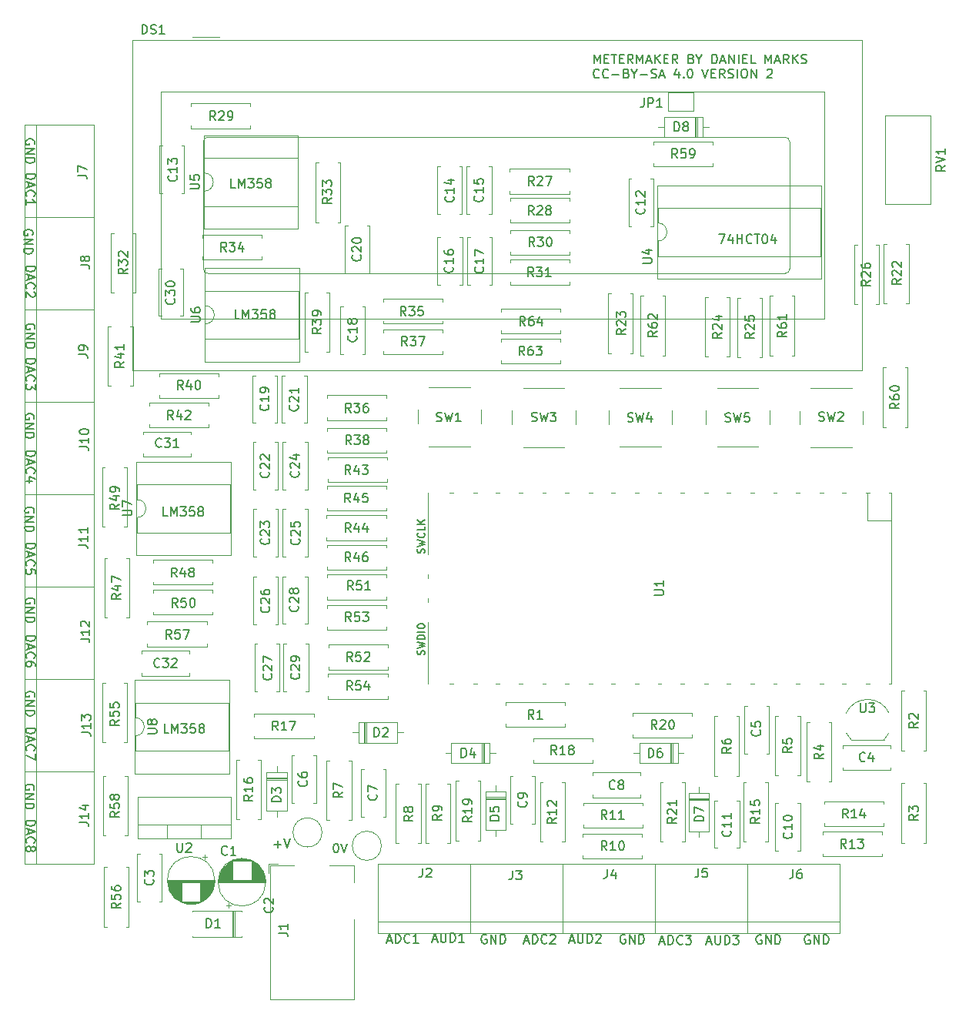
<source format=gbr>
%TF.GenerationSoftware,KiCad,Pcbnew,7.0.11+dfsg-1build4*%
%TF.CreationDate,2025-01-17T06:31:42-06:00*%
%TF.ProjectId,Metermaker,4d657465-726d-4616-9b65-722e6b696361,rev?*%
%TF.SameCoordinates,Original*%
%TF.FileFunction,Legend,Top*%
%TF.FilePolarity,Positive*%
%FSLAX46Y46*%
G04 Gerber Fmt 4.6, Leading zero omitted, Abs format (unit mm)*
G04 Created by KiCad (PCBNEW 7.0.11+dfsg-1build4) date 2025-01-17 06:31:42*
%MOMM*%
%LPD*%
G01*
G04 APERTURE LIST*
%ADD10C,0.150000*%
%ADD11C,0.120000*%
G04 APERTURE END LIST*
D10*
X119909160Y-149544104D02*
X120385350Y-149544104D01*
X119813922Y-149829819D02*
X120147255Y-148829819D01*
X120147255Y-148829819D02*
X120480588Y-149829819D01*
X120813922Y-149829819D02*
X120813922Y-148829819D01*
X120813922Y-148829819D02*
X121052017Y-148829819D01*
X121052017Y-148829819D02*
X121194874Y-148877438D01*
X121194874Y-148877438D02*
X121290112Y-148972676D01*
X121290112Y-148972676D02*
X121337731Y-149067914D01*
X121337731Y-149067914D02*
X121385350Y-149258390D01*
X121385350Y-149258390D02*
X121385350Y-149401247D01*
X121385350Y-149401247D02*
X121337731Y-149591723D01*
X121337731Y-149591723D02*
X121290112Y-149686961D01*
X121290112Y-149686961D02*
X121194874Y-149782200D01*
X121194874Y-149782200D02*
X121052017Y-149829819D01*
X121052017Y-149829819D02*
X120813922Y-149829819D01*
X122385350Y-149734580D02*
X122337731Y-149782200D01*
X122337731Y-149782200D02*
X122194874Y-149829819D01*
X122194874Y-149829819D02*
X122099636Y-149829819D01*
X122099636Y-149829819D02*
X121956779Y-149782200D01*
X121956779Y-149782200D02*
X121861541Y-149686961D01*
X121861541Y-149686961D02*
X121813922Y-149591723D01*
X121813922Y-149591723D02*
X121766303Y-149401247D01*
X121766303Y-149401247D02*
X121766303Y-149258390D01*
X121766303Y-149258390D02*
X121813922Y-149067914D01*
X121813922Y-149067914D02*
X121861541Y-148972676D01*
X121861541Y-148972676D02*
X121956779Y-148877438D01*
X121956779Y-148877438D02*
X122099636Y-148829819D01*
X122099636Y-148829819D02*
X122194874Y-148829819D01*
X122194874Y-148829819D02*
X122337731Y-148877438D01*
X122337731Y-148877438D02*
X122385350Y-148925057D01*
X122718684Y-148829819D02*
X123337731Y-148829819D01*
X123337731Y-148829819D02*
X123004398Y-149210771D01*
X123004398Y-149210771D02*
X123147255Y-149210771D01*
X123147255Y-149210771D02*
X123242493Y-149258390D01*
X123242493Y-149258390D02*
X123290112Y-149306009D01*
X123290112Y-149306009D02*
X123337731Y-149401247D01*
X123337731Y-149401247D02*
X123337731Y-149639342D01*
X123337731Y-149639342D02*
X123290112Y-149734580D01*
X123290112Y-149734580D02*
X123242493Y-149782200D01*
X123242493Y-149782200D02*
X123147255Y-149829819D01*
X123147255Y-149829819D02*
X122861541Y-149829819D01*
X122861541Y-149829819D02*
X122766303Y-149782200D01*
X122766303Y-149782200D02*
X122718684Y-149734580D01*
X109959160Y-149394104D02*
X110435350Y-149394104D01*
X109863922Y-149679819D02*
X110197255Y-148679819D01*
X110197255Y-148679819D02*
X110530588Y-149679819D01*
X110863922Y-148679819D02*
X110863922Y-149489342D01*
X110863922Y-149489342D02*
X110911541Y-149584580D01*
X110911541Y-149584580D02*
X110959160Y-149632200D01*
X110959160Y-149632200D02*
X111054398Y-149679819D01*
X111054398Y-149679819D02*
X111244874Y-149679819D01*
X111244874Y-149679819D02*
X111340112Y-149632200D01*
X111340112Y-149632200D02*
X111387731Y-149584580D01*
X111387731Y-149584580D02*
X111435350Y-149489342D01*
X111435350Y-149489342D02*
X111435350Y-148679819D01*
X111911541Y-149679819D02*
X111911541Y-148679819D01*
X111911541Y-148679819D02*
X112149636Y-148679819D01*
X112149636Y-148679819D02*
X112292493Y-148727438D01*
X112292493Y-148727438D02*
X112387731Y-148822676D01*
X112387731Y-148822676D02*
X112435350Y-148917914D01*
X112435350Y-148917914D02*
X112482969Y-149108390D01*
X112482969Y-149108390D02*
X112482969Y-149251247D01*
X112482969Y-149251247D02*
X112435350Y-149441723D01*
X112435350Y-149441723D02*
X112387731Y-149536961D01*
X112387731Y-149536961D02*
X112292493Y-149632200D01*
X112292493Y-149632200D02*
X112149636Y-149679819D01*
X112149636Y-149679819D02*
X111911541Y-149679819D01*
X112863922Y-148775057D02*
X112911541Y-148727438D01*
X112911541Y-148727438D02*
X113006779Y-148679819D01*
X113006779Y-148679819D02*
X113244874Y-148679819D01*
X113244874Y-148679819D02*
X113340112Y-148727438D01*
X113340112Y-148727438D02*
X113387731Y-148775057D01*
X113387731Y-148775057D02*
X113435350Y-148870295D01*
X113435350Y-148870295D02*
X113435350Y-148965533D01*
X113435350Y-148965533D02*
X113387731Y-149108390D01*
X113387731Y-149108390D02*
X112816303Y-149679819D01*
X112816303Y-149679819D02*
X113435350Y-149679819D01*
X73662969Y-81019819D02*
X73186779Y-81019819D01*
X73186779Y-81019819D02*
X73186779Y-80019819D01*
X73996303Y-81019819D02*
X73996303Y-80019819D01*
X73996303Y-80019819D02*
X74329636Y-80734104D01*
X74329636Y-80734104D02*
X74662969Y-80019819D01*
X74662969Y-80019819D02*
X74662969Y-81019819D01*
X75043922Y-80019819D02*
X75662969Y-80019819D01*
X75662969Y-80019819D02*
X75329636Y-80400771D01*
X75329636Y-80400771D02*
X75472493Y-80400771D01*
X75472493Y-80400771D02*
X75567731Y-80448390D01*
X75567731Y-80448390D02*
X75615350Y-80496009D01*
X75615350Y-80496009D02*
X75662969Y-80591247D01*
X75662969Y-80591247D02*
X75662969Y-80829342D01*
X75662969Y-80829342D02*
X75615350Y-80924580D01*
X75615350Y-80924580D02*
X75567731Y-80972200D01*
X75567731Y-80972200D02*
X75472493Y-81019819D01*
X75472493Y-81019819D02*
X75186779Y-81019819D01*
X75186779Y-81019819D02*
X75091541Y-80972200D01*
X75091541Y-80972200D02*
X75043922Y-80924580D01*
X76567731Y-80019819D02*
X76091541Y-80019819D01*
X76091541Y-80019819D02*
X76043922Y-80496009D01*
X76043922Y-80496009D02*
X76091541Y-80448390D01*
X76091541Y-80448390D02*
X76186779Y-80400771D01*
X76186779Y-80400771D02*
X76424874Y-80400771D01*
X76424874Y-80400771D02*
X76520112Y-80448390D01*
X76520112Y-80448390D02*
X76567731Y-80496009D01*
X76567731Y-80496009D02*
X76615350Y-80591247D01*
X76615350Y-80591247D02*
X76615350Y-80829342D01*
X76615350Y-80829342D02*
X76567731Y-80924580D01*
X76567731Y-80924580D02*
X76520112Y-80972200D01*
X76520112Y-80972200D02*
X76424874Y-81019819D01*
X76424874Y-81019819D02*
X76186779Y-81019819D01*
X76186779Y-81019819D02*
X76091541Y-80972200D01*
X76091541Y-80972200D02*
X76043922Y-80924580D01*
X77186779Y-80448390D02*
X77091541Y-80400771D01*
X77091541Y-80400771D02*
X77043922Y-80353152D01*
X77043922Y-80353152D02*
X76996303Y-80257914D01*
X76996303Y-80257914D02*
X76996303Y-80210295D01*
X76996303Y-80210295D02*
X77043922Y-80115057D01*
X77043922Y-80115057D02*
X77091541Y-80067438D01*
X77091541Y-80067438D02*
X77186779Y-80019819D01*
X77186779Y-80019819D02*
X77377255Y-80019819D01*
X77377255Y-80019819D02*
X77472493Y-80067438D01*
X77472493Y-80067438D02*
X77520112Y-80115057D01*
X77520112Y-80115057D02*
X77567731Y-80210295D01*
X77567731Y-80210295D02*
X77567731Y-80257914D01*
X77567731Y-80257914D02*
X77520112Y-80353152D01*
X77520112Y-80353152D02*
X77472493Y-80400771D01*
X77472493Y-80400771D02*
X77377255Y-80448390D01*
X77377255Y-80448390D02*
X77186779Y-80448390D01*
X77186779Y-80448390D02*
X77091541Y-80496009D01*
X77091541Y-80496009D02*
X77043922Y-80543628D01*
X77043922Y-80543628D02*
X76996303Y-80638866D01*
X76996303Y-80638866D02*
X76996303Y-80829342D01*
X76996303Y-80829342D02*
X77043922Y-80924580D01*
X77043922Y-80924580D02*
X77091541Y-80972200D01*
X77091541Y-80972200D02*
X77186779Y-81019819D01*
X77186779Y-81019819D02*
X77377255Y-81019819D01*
X77377255Y-81019819D02*
X77472493Y-80972200D01*
X77472493Y-80972200D02*
X77520112Y-80924580D01*
X77520112Y-80924580D02*
X77567731Y-80829342D01*
X77567731Y-80829342D02*
X77567731Y-80638866D01*
X77567731Y-80638866D02*
X77520112Y-80543628D01*
X77520112Y-80543628D02*
X77472493Y-80496009D01*
X77472493Y-80496009D02*
X77377255Y-80448390D01*
X50160180Y-115906779D02*
X51160180Y-115906779D01*
X51160180Y-115906779D02*
X51160180Y-116144874D01*
X51160180Y-116144874D02*
X51112561Y-116287731D01*
X51112561Y-116287731D02*
X51017323Y-116382969D01*
X51017323Y-116382969D02*
X50922085Y-116430588D01*
X50922085Y-116430588D02*
X50731609Y-116478207D01*
X50731609Y-116478207D02*
X50588752Y-116478207D01*
X50588752Y-116478207D02*
X50398276Y-116430588D01*
X50398276Y-116430588D02*
X50303038Y-116382969D01*
X50303038Y-116382969D02*
X50207800Y-116287731D01*
X50207800Y-116287731D02*
X50160180Y-116144874D01*
X50160180Y-116144874D02*
X50160180Y-115906779D01*
X50445895Y-116859160D02*
X50445895Y-117335350D01*
X50160180Y-116763922D02*
X51160180Y-117097255D01*
X51160180Y-117097255D02*
X50160180Y-117430588D01*
X50255419Y-118335350D02*
X50207800Y-118287731D01*
X50207800Y-118287731D02*
X50160180Y-118144874D01*
X50160180Y-118144874D02*
X50160180Y-118049636D01*
X50160180Y-118049636D02*
X50207800Y-117906779D01*
X50207800Y-117906779D02*
X50303038Y-117811541D01*
X50303038Y-117811541D02*
X50398276Y-117763922D01*
X50398276Y-117763922D02*
X50588752Y-117716303D01*
X50588752Y-117716303D02*
X50731609Y-117716303D01*
X50731609Y-117716303D02*
X50922085Y-117763922D01*
X50922085Y-117763922D02*
X51017323Y-117811541D01*
X51017323Y-117811541D02*
X51112561Y-117906779D01*
X51112561Y-117906779D02*
X51160180Y-118049636D01*
X51160180Y-118049636D02*
X51160180Y-118144874D01*
X51160180Y-118144874D02*
X51112561Y-118287731D01*
X51112561Y-118287731D02*
X51064942Y-118335350D01*
X51160180Y-119192493D02*
X51160180Y-119002017D01*
X51160180Y-119002017D02*
X51112561Y-118906779D01*
X51112561Y-118906779D02*
X51064942Y-118859160D01*
X51064942Y-118859160D02*
X50922085Y-118763922D01*
X50922085Y-118763922D02*
X50731609Y-118716303D01*
X50731609Y-118716303D02*
X50350657Y-118716303D01*
X50350657Y-118716303D02*
X50255419Y-118763922D01*
X50255419Y-118763922D02*
X50207800Y-118811541D01*
X50207800Y-118811541D02*
X50160180Y-118906779D01*
X50160180Y-118906779D02*
X50160180Y-119097255D01*
X50160180Y-119097255D02*
X50207800Y-119192493D01*
X50207800Y-119192493D02*
X50255419Y-119240112D01*
X50255419Y-119240112D02*
X50350657Y-119287731D01*
X50350657Y-119287731D02*
X50588752Y-119287731D01*
X50588752Y-119287731D02*
X50683990Y-119240112D01*
X50683990Y-119240112D02*
X50731609Y-119192493D01*
X50731609Y-119192493D02*
X50779228Y-119097255D01*
X50779228Y-119097255D02*
X50779228Y-118906779D01*
X50779228Y-118906779D02*
X50731609Y-118811541D01*
X50731609Y-118811541D02*
X50683990Y-118763922D01*
X50683990Y-118763922D02*
X50588752Y-118716303D01*
X77486779Y-138818866D02*
X78248684Y-138818866D01*
X77867731Y-139199819D02*
X77867731Y-138437914D01*
X78582017Y-138199819D02*
X78915350Y-139199819D01*
X78915350Y-139199819D02*
X79248683Y-138199819D01*
X131060588Y-148827438D02*
X130965350Y-148779819D01*
X130965350Y-148779819D02*
X130822493Y-148779819D01*
X130822493Y-148779819D02*
X130679636Y-148827438D01*
X130679636Y-148827438D02*
X130584398Y-148922676D01*
X130584398Y-148922676D02*
X130536779Y-149017914D01*
X130536779Y-149017914D02*
X130489160Y-149208390D01*
X130489160Y-149208390D02*
X130489160Y-149351247D01*
X130489160Y-149351247D02*
X130536779Y-149541723D01*
X130536779Y-149541723D02*
X130584398Y-149636961D01*
X130584398Y-149636961D02*
X130679636Y-149732200D01*
X130679636Y-149732200D02*
X130822493Y-149779819D01*
X130822493Y-149779819D02*
X130917731Y-149779819D01*
X130917731Y-149779819D02*
X131060588Y-149732200D01*
X131060588Y-149732200D02*
X131108207Y-149684580D01*
X131108207Y-149684580D02*
X131108207Y-149351247D01*
X131108207Y-149351247D02*
X130917731Y-149351247D01*
X131536779Y-149779819D02*
X131536779Y-148779819D01*
X131536779Y-148779819D02*
X132108207Y-149779819D01*
X132108207Y-149779819D02*
X132108207Y-148779819D01*
X132584398Y-149779819D02*
X132584398Y-148779819D01*
X132584398Y-148779819D02*
X132822493Y-148779819D01*
X132822493Y-148779819D02*
X132965350Y-148827438D01*
X132965350Y-148827438D02*
X133060588Y-148922676D01*
X133060588Y-148922676D02*
X133108207Y-149017914D01*
X133108207Y-149017914D02*
X133155826Y-149208390D01*
X133155826Y-149208390D02*
X133155826Y-149351247D01*
X133155826Y-149351247D02*
X133108207Y-149541723D01*
X133108207Y-149541723D02*
X133060588Y-149636961D01*
X133060588Y-149636961D02*
X132965350Y-149732200D01*
X132965350Y-149732200D02*
X132822493Y-149779819D01*
X132822493Y-149779819D02*
X132584398Y-149779819D01*
X125079160Y-149544104D02*
X125555350Y-149544104D01*
X124983922Y-149829819D02*
X125317255Y-148829819D01*
X125317255Y-148829819D02*
X125650588Y-149829819D01*
X125983922Y-148829819D02*
X125983922Y-149639342D01*
X125983922Y-149639342D02*
X126031541Y-149734580D01*
X126031541Y-149734580D02*
X126079160Y-149782200D01*
X126079160Y-149782200D02*
X126174398Y-149829819D01*
X126174398Y-149829819D02*
X126364874Y-149829819D01*
X126364874Y-149829819D02*
X126460112Y-149782200D01*
X126460112Y-149782200D02*
X126507731Y-149734580D01*
X126507731Y-149734580D02*
X126555350Y-149639342D01*
X126555350Y-149639342D02*
X126555350Y-148829819D01*
X127031541Y-149829819D02*
X127031541Y-148829819D01*
X127031541Y-148829819D02*
X127269636Y-148829819D01*
X127269636Y-148829819D02*
X127412493Y-148877438D01*
X127412493Y-148877438D02*
X127507731Y-148972676D01*
X127507731Y-148972676D02*
X127555350Y-149067914D01*
X127555350Y-149067914D02*
X127602969Y-149258390D01*
X127602969Y-149258390D02*
X127602969Y-149401247D01*
X127602969Y-149401247D02*
X127555350Y-149591723D01*
X127555350Y-149591723D02*
X127507731Y-149686961D01*
X127507731Y-149686961D02*
X127412493Y-149782200D01*
X127412493Y-149782200D02*
X127269636Y-149829819D01*
X127269636Y-149829819D02*
X127031541Y-149829819D01*
X127936303Y-148829819D02*
X128555350Y-148829819D01*
X128555350Y-148829819D02*
X128222017Y-149210771D01*
X128222017Y-149210771D02*
X128364874Y-149210771D01*
X128364874Y-149210771D02*
X128460112Y-149258390D01*
X128460112Y-149258390D02*
X128507731Y-149306009D01*
X128507731Y-149306009D02*
X128555350Y-149401247D01*
X128555350Y-149401247D02*
X128555350Y-149639342D01*
X128555350Y-149639342D02*
X128507731Y-149734580D01*
X128507731Y-149734580D02*
X128460112Y-149782200D01*
X128460112Y-149782200D02*
X128364874Y-149829819D01*
X128364874Y-149829819D02*
X128079160Y-149829819D01*
X128079160Y-149829819D02*
X127983922Y-149782200D01*
X127983922Y-149782200D02*
X127936303Y-149734580D01*
X50160180Y-126066779D02*
X51160180Y-126066779D01*
X51160180Y-126066779D02*
X51160180Y-126304874D01*
X51160180Y-126304874D02*
X51112561Y-126447731D01*
X51112561Y-126447731D02*
X51017323Y-126542969D01*
X51017323Y-126542969D02*
X50922085Y-126590588D01*
X50922085Y-126590588D02*
X50731609Y-126638207D01*
X50731609Y-126638207D02*
X50588752Y-126638207D01*
X50588752Y-126638207D02*
X50398276Y-126590588D01*
X50398276Y-126590588D02*
X50303038Y-126542969D01*
X50303038Y-126542969D02*
X50207800Y-126447731D01*
X50207800Y-126447731D02*
X50160180Y-126304874D01*
X50160180Y-126304874D02*
X50160180Y-126066779D01*
X50445895Y-127019160D02*
X50445895Y-127495350D01*
X50160180Y-126923922D02*
X51160180Y-127257255D01*
X51160180Y-127257255D02*
X50160180Y-127590588D01*
X50255419Y-128495350D02*
X50207800Y-128447731D01*
X50207800Y-128447731D02*
X50160180Y-128304874D01*
X50160180Y-128304874D02*
X50160180Y-128209636D01*
X50160180Y-128209636D02*
X50207800Y-128066779D01*
X50207800Y-128066779D02*
X50303038Y-127971541D01*
X50303038Y-127971541D02*
X50398276Y-127923922D01*
X50398276Y-127923922D02*
X50588752Y-127876303D01*
X50588752Y-127876303D02*
X50731609Y-127876303D01*
X50731609Y-127876303D02*
X50922085Y-127923922D01*
X50922085Y-127923922D02*
X51017323Y-127971541D01*
X51017323Y-127971541D02*
X51112561Y-128066779D01*
X51112561Y-128066779D02*
X51160180Y-128209636D01*
X51160180Y-128209636D02*
X51160180Y-128304874D01*
X51160180Y-128304874D02*
X51112561Y-128447731D01*
X51112561Y-128447731D02*
X51064942Y-128495350D01*
X51160180Y-128828684D02*
X51160180Y-129495350D01*
X51160180Y-129495350D02*
X50160180Y-129066779D01*
X50160180Y-95586779D02*
X51160180Y-95586779D01*
X51160180Y-95586779D02*
X51160180Y-95824874D01*
X51160180Y-95824874D02*
X51112561Y-95967731D01*
X51112561Y-95967731D02*
X51017323Y-96062969D01*
X51017323Y-96062969D02*
X50922085Y-96110588D01*
X50922085Y-96110588D02*
X50731609Y-96158207D01*
X50731609Y-96158207D02*
X50588752Y-96158207D01*
X50588752Y-96158207D02*
X50398276Y-96110588D01*
X50398276Y-96110588D02*
X50303038Y-96062969D01*
X50303038Y-96062969D02*
X50207800Y-95967731D01*
X50207800Y-95967731D02*
X50160180Y-95824874D01*
X50160180Y-95824874D02*
X50160180Y-95586779D01*
X50445895Y-96539160D02*
X50445895Y-97015350D01*
X50160180Y-96443922D02*
X51160180Y-96777255D01*
X51160180Y-96777255D02*
X50160180Y-97110588D01*
X50255419Y-98015350D02*
X50207800Y-97967731D01*
X50207800Y-97967731D02*
X50160180Y-97824874D01*
X50160180Y-97824874D02*
X50160180Y-97729636D01*
X50160180Y-97729636D02*
X50207800Y-97586779D01*
X50207800Y-97586779D02*
X50303038Y-97491541D01*
X50303038Y-97491541D02*
X50398276Y-97443922D01*
X50398276Y-97443922D02*
X50588752Y-97396303D01*
X50588752Y-97396303D02*
X50731609Y-97396303D01*
X50731609Y-97396303D02*
X50922085Y-97443922D01*
X50922085Y-97443922D02*
X51017323Y-97491541D01*
X51017323Y-97491541D02*
X51112561Y-97586779D01*
X51112561Y-97586779D02*
X51160180Y-97729636D01*
X51160180Y-97729636D02*
X51160180Y-97824874D01*
X51160180Y-97824874D02*
X51112561Y-97967731D01*
X51112561Y-97967731D02*
X51064942Y-98015350D01*
X50826847Y-98872493D02*
X50160180Y-98872493D01*
X51207800Y-98634398D02*
X50493514Y-98396303D01*
X50493514Y-98396303D02*
X50493514Y-99015350D01*
X51102561Y-82150588D02*
X51150180Y-82055350D01*
X51150180Y-82055350D02*
X51150180Y-81912493D01*
X51150180Y-81912493D02*
X51102561Y-81769636D01*
X51102561Y-81769636D02*
X51007323Y-81674398D01*
X51007323Y-81674398D02*
X50912085Y-81626779D01*
X50912085Y-81626779D02*
X50721609Y-81579160D01*
X50721609Y-81579160D02*
X50578752Y-81579160D01*
X50578752Y-81579160D02*
X50388276Y-81626779D01*
X50388276Y-81626779D02*
X50293038Y-81674398D01*
X50293038Y-81674398D02*
X50197800Y-81769636D01*
X50197800Y-81769636D02*
X50150180Y-81912493D01*
X50150180Y-81912493D02*
X50150180Y-82007731D01*
X50150180Y-82007731D02*
X50197800Y-82150588D01*
X50197800Y-82150588D02*
X50245419Y-82198207D01*
X50245419Y-82198207D02*
X50578752Y-82198207D01*
X50578752Y-82198207D02*
X50578752Y-82007731D01*
X50150180Y-82626779D02*
X51150180Y-82626779D01*
X51150180Y-82626779D02*
X50150180Y-83198207D01*
X50150180Y-83198207D02*
X51150180Y-83198207D01*
X50150180Y-83674398D02*
X51150180Y-83674398D01*
X51150180Y-83674398D02*
X51150180Y-83912493D01*
X51150180Y-83912493D02*
X51102561Y-84055350D01*
X51102561Y-84055350D02*
X51007323Y-84150588D01*
X51007323Y-84150588D02*
X50912085Y-84198207D01*
X50912085Y-84198207D02*
X50721609Y-84245826D01*
X50721609Y-84245826D02*
X50578752Y-84245826D01*
X50578752Y-84245826D02*
X50388276Y-84198207D01*
X50388276Y-84198207D02*
X50293038Y-84150588D01*
X50293038Y-84150588D02*
X50197800Y-84055350D01*
X50197800Y-84055350D02*
X50150180Y-83912493D01*
X50150180Y-83912493D02*
X50150180Y-83674398D01*
X51082561Y-61820588D02*
X51130180Y-61725350D01*
X51130180Y-61725350D02*
X51130180Y-61582493D01*
X51130180Y-61582493D02*
X51082561Y-61439636D01*
X51082561Y-61439636D02*
X50987323Y-61344398D01*
X50987323Y-61344398D02*
X50892085Y-61296779D01*
X50892085Y-61296779D02*
X50701609Y-61249160D01*
X50701609Y-61249160D02*
X50558752Y-61249160D01*
X50558752Y-61249160D02*
X50368276Y-61296779D01*
X50368276Y-61296779D02*
X50273038Y-61344398D01*
X50273038Y-61344398D02*
X50177800Y-61439636D01*
X50177800Y-61439636D02*
X50130180Y-61582493D01*
X50130180Y-61582493D02*
X50130180Y-61677731D01*
X50130180Y-61677731D02*
X50177800Y-61820588D01*
X50177800Y-61820588D02*
X50225419Y-61868207D01*
X50225419Y-61868207D02*
X50558752Y-61868207D01*
X50558752Y-61868207D02*
X50558752Y-61677731D01*
X50130180Y-62296779D02*
X51130180Y-62296779D01*
X51130180Y-62296779D02*
X50130180Y-62868207D01*
X50130180Y-62868207D02*
X51130180Y-62868207D01*
X50130180Y-63344398D02*
X51130180Y-63344398D01*
X51130180Y-63344398D02*
X51130180Y-63582493D01*
X51130180Y-63582493D02*
X51082561Y-63725350D01*
X51082561Y-63725350D02*
X50987323Y-63820588D01*
X50987323Y-63820588D02*
X50892085Y-63868207D01*
X50892085Y-63868207D02*
X50701609Y-63915826D01*
X50701609Y-63915826D02*
X50558752Y-63915826D01*
X50558752Y-63915826D02*
X50368276Y-63868207D01*
X50368276Y-63868207D02*
X50273038Y-63820588D01*
X50273038Y-63820588D02*
X50177800Y-63725350D01*
X50177800Y-63725350D02*
X50130180Y-63582493D01*
X50130180Y-63582493D02*
X50130180Y-63344398D01*
X94879160Y-149294104D02*
X95355350Y-149294104D01*
X94783922Y-149579819D02*
X95117255Y-148579819D01*
X95117255Y-148579819D02*
X95450588Y-149579819D01*
X95783922Y-148579819D02*
X95783922Y-149389342D01*
X95783922Y-149389342D02*
X95831541Y-149484580D01*
X95831541Y-149484580D02*
X95879160Y-149532200D01*
X95879160Y-149532200D02*
X95974398Y-149579819D01*
X95974398Y-149579819D02*
X96164874Y-149579819D01*
X96164874Y-149579819D02*
X96260112Y-149532200D01*
X96260112Y-149532200D02*
X96307731Y-149484580D01*
X96307731Y-149484580D02*
X96355350Y-149389342D01*
X96355350Y-149389342D02*
X96355350Y-148579819D01*
X96831541Y-149579819D02*
X96831541Y-148579819D01*
X96831541Y-148579819D02*
X97069636Y-148579819D01*
X97069636Y-148579819D02*
X97212493Y-148627438D01*
X97212493Y-148627438D02*
X97307731Y-148722676D01*
X97307731Y-148722676D02*
X97355350Y-148817914D01*
X97355350Y-148817914D02*
X97402969Y-149008390D01*
X97402969Y-149008390D02*
X97402969Y-149151247D01*
X97402969Y-149151247D02*
X97355350Y-149341723D01*
X97355350Y-149341723D02*
X97307731Y-149436961D01*
X97307731Y-149436961D02*
X97212493Y-149532200D01*
X97212493Y-149532200D02*
X97069636Y-149579819D01*
X97069636Y-149579819D02*
X96831541Y-149579819D01*
X98355350Y-149579819D02*
X97783922Y-149579819D01*
X98069636Y-149579819D02*
X98069636Y-148579819D01*
X98069636Y-148579819D02*
X97974398Y-148722676D01*
X97974398Y-148722676D02*
X97879160Y-148817914D01*
X97879160Y-148817914D02*
X97783922Y-148865533D01*
X104979160Y-149444104D02*
X105455350Y-149444104D01*
X104883922Y-149729819D02*
X105217255Y-148729819D01*
X105217255Y-148729819D02*
X105550588Y-149729819D01*
X105883922Y-149729819D02*
X105883922Y-148729819D01*
X105883922Y-148729819D02*
X106122017Y-148729819D01*
X106122017Y-148729819D02*
X106264874Y-148777438D01*
X106264874Y-148777438D02*
X106360112Y-148872676D01*
X106360112Y-148872676D02*
X106407731Y-148967914D01*
X106407731Y-148967914D02*
X106455350Y-149158390D01*
X106455350Y-149158390D02*
X106455350Y-149301247D01*
X106455350Y-149301247D02*
X106407731Y-149491723D01*
X106407731Y-149491723D02*
X106360112Y-149586961D01*
X106360112Y-149586961D02*
X106264874Y-149682200D01*
X106264874Y-149682200D02*
X106122017Y-149729819D01*
X106122017Y-149729819D02*
X105883922Y-149729819D01*
X107455350Y-149634580D02*
X107407731Y-149682200D01*
X107407731Y-149682200D02*
X107264874Y-149729819D01*
X107264874Y-149729819D02*
X107169636Y-149729819D01*
X107169636Y-149729819D02*
X107026779Y-149682200D01*
X107026779Y-149682200D02*
X106931541Y-149586961D01*
X106931541Y-149586961D02*
X106883922Y-149491723D01*
X106883922Y-149491723D02*
X106836303Y-149301247D01*
X106836303Y-149301247D02*
X106836303Y-149158390D01*
X106836303Y-149158390D02*
X106883922Y-148967914D01*
X106883922Y-148967914D02*
X106931541Y-148872676D01*
X106931541Y-148872676D02*
X107026779Y-148777438D01*
X107026779Y-148777438D02*
X107169636Y-148729819D01*
X107169636Y-148729819D02*
X107264874Y-148729819D01*
X107264874Y-148729819D02*
X107407731Y-148777438D01*
X107407731Y-148777438D02*
X107455350Y-148825057D01*
X107836303Y-148825057D02*
X107883922Y-148777438D01*
X107883922Y-148777438D02*
X107979160Y-148729819D01*
X107979160Y-148729819D02*
X108217255Y-148729819D01*
X108217255Y-148729819D02*
X108312493Y-148777438D01*
X108312493Y-148777438D02*
X108360112Y-148825057D01*
X108360112Y-148825057D02*
X108407731Y-148920295D01*
X108407731Y-148920295D02*
X108407731Y-149015533D01*
X108407731Y-149015533D02*
X108360112Y-149158390D01*
X108360112Y-149158390D02*
X107788684Y-149729819D01*
X107788684Y-149729819D02*
X108407731Y-149729819D01*
X100820588Y-148777438D02*
X100725350Y-148729819D01*
X100725350Y-148729819D02*
X100582493Y-148729819D01*
X100582493Y-148729819D02*
X100439636Y-148777438D01*
X100439636Y-148777438D02*
X100344398Y-148872676D01*
X100344398Y-148872676D02*
X100296779Y-148967914D01*
X100296779Y-148967914D02*
X100249160Y-149158390D01*
X100249160Y-149158390D02*
X100249160Y-149301247D01*
X100249160Y-149301247D02*
X100296779Y-149491723D01*
X100296779Y-149491723D02*
X100344398Y-149586961D01*
X100344398Y-149586961D02*
X100439636Y-149682200D01*
X100439636Y-149682200D02*
X100582493Y-149729819D01*
X100582493Y-149729819D02*
X100677731Y-149729819D01*
X100677731Y-149729819D02*
X100820588Y-149682200D01*
X100820588Y-149682200D02*
X100868207Y-149634580D01*
X100868207Y-149634580D02*
X100868207Y-149301247D01*
X100868207Y-149301247D02*
X100677731Y-149301247D01*
X101296779Y-149729819D02*
X101296779Y-148729819D01*
X101296779Y-148729819D02*
X101868207Y-149729819D01*
X101868207Y-149729819D02*
X101868207Y-148729819D01*
X102344398Y-149729819D02*
X102344398Y-148729819D01*
X102344398Y-148729819D02*
X102582493Y-148729819D01*
X102582493Y-148729819D02*
X102725350Y-148777438D01*
X102725350Y-148777438D02*
X102820588Y-148872676D01*
X102820588Y-148872676D02*
X102868207Y-148967914D01*
X102868207Y-148967914D02*
X102915826Y-149158390D01*
X102915826Y-149158390D02*
X102915826Y-149301247D01*
X102915826Y-149301247D02*
X102868207Y-149491723D01*
X102868207Y-149491723D02*
X102820588Y-149586961D01*
X102820588Y-149586961D02*
X102725350Y-149682200D01*
X102725350Y-149682200D02*
X102582493Y-149729819D01*
X102582493Y-149729819D02*
X102344398Y-149729819D01*
X50872561Y-71790588D02*
X50920180Y-71695350D01*
X50920180Y-71695350D02*
X50920180Y-71552493D01*
X50920180Y-71552493D02*
X50872561Y-71409636D01*
X50872561Y-71409636D02*
X50777323Y-71314398D01*
X50777323Y-71314398D02*
X50682085Y-71266779D01*
X50682085Y-71266779D02*
X50491609Y-71219160D01*
X50491609Y-71219160D02*
X50348752Y-71219160D01*
X50348752Y-71219160D02*
X50158276Y-71266779D01*
X50158276Y-71266779D02*
X50063038Y-71314398D01*
X50063038Y-71314398D02*
X49967800Y-71409636D01*
X49967800Y-71409636D02*
X49920180Y-71552493D01*
X49920180Y-71552493D02*
X49920180Y-71647731D01*
X49920180Y-71647731D02*
X49967800Y-71790588D01*
X49967800Y-71790588D02*
X50015419Y-71838207D01*
X50015419Y-71838207D02*
X50348752Y-71838207D01*
X50348752Y-71838207D02*
X50348752Y-71647731D01*
X49920180Y-72266779D02*
X50920180Y-72266779D01*
X50920180Y-72266779D02*
X49920180Y-72838207D01*
X49920180Y-72838207D02*
X50920180Y-72838207D01*
X49920180Y-73314398D02*
X50920180Y-73314398D01*
X50920180Y-73314398D02*
X50920180Y-73552493D01*
X50920180Y-73552493D02*
X50872561Y-73695350D01*
X50872561Y-73695350D02*
X50777323Y-73790588D01*
X50777323Y-73790588D02*
X50682085Y-73838207D01*
X50682085Y-73838207D02*
X50491609Y-73885826D01*
X50491609Y-73885826D02*
X50348752Y-73885826D01*
X50348752Y-73885826D02*
X50158276Y-73838207D01*
X50158276Y-73838207D02*
X50063038Y-73790588D01*
X50063038Y-73790588D02*
X49967800Y-73695350D01*
X49967800Y-73695350D02*
X49920180Y-73552493D01*
X49920180Y-73552493D02*
X49920180Y-73314398D01*
X50160180Y-65106779D02*
X51160180Y-65106779D01*
X51160180Y-65106779D02*
X51160180Y-65344874D01*
X51160180Y-65344874D02*
X51112561Y-65487731D01*
X51112561Y-65487731D02*
X51017323Y-65582969D01*
X51017323Y-65582969D02*
X50922085Y-65630588D01*
X50922085Y-65630588D02*
X50731609Y-65678207D01*
X50731609Y-65678207D02*
X50588752Y-65678207D01*
X50588752Y-65678207D02*
X50398276Y-65630588D01*
X50398276Y-65630588D02*
X50303038Y-65582969D01*
X50303038Y-65582969D02*
X50207800Y-65487731D01*
X50207800Y-65487731D02*
X50160180Y-65344874D01*
X50160180Y-65344874D02*
X50160180Y-65106779D01*
X50445895Y-66059160D02*
X50445895Y-66535350D01*
X50160180Y-65963922D02*
X51160180Y-66297255D01*
X51160180Y-66297255D02*
X50160180Y-66630588D01*
X50255419Y-67535350D02*
X50207800Y-67487731D01*
X50207800Y-67487731D02*
X50160180Y-67344874D01*
X50160180Y-67344874D02*
X50160180Y-67249636D01*
X50160180Y-67249636D02*
X50207800Y-67106779D01*
X50207800Y-67106779D02*
X50303038Y-67011541D01*
X50303038Y-67011541D02*
X50398276Y-66963922D01*
X50398276Y-66963922D02*
X50588752Y-66916303D01*
X50588752Y-66916303D02*
X50731609Y-66916303D01*
X50731609Y-66916303D02*
X50922085Y-66963922D01*
X50922085Y-66963922D02*
X51017323Y-67011541D01*
X51017323Y-67011541D02*
X51112561Y-67106779D01*
X51112561Y-67106779D02*
X51160180Y-67249636D01*
X51160180Y-67249636D02*
X51160180Y-67344874D01*
X51160180Y-67344874D02*
X51112561Y-67487731D01*
X51112561Y-67487731D02*
X51064942Y-67535350D01*
X50160180Y-68487731D02*
X50160180Y-67916303D01*
X50160180Y-68202017D02*
X51160180Y-68202017D01*
X51160180Y-68202017D02*
X51017323Y-68106779D01*
X51017323Y-68106779D02*
X50922085Y-68011541D01*
X50922085Y-68011541D02*
X50874466Y-67916303D01*
X51012561Y-132810588D02*
X51060180Y-132715350D01*
X51060180Y-132715350D02*
X51060180Y-132572493D01*
X51060180Y-132572493D02*
X51012561Y-132429636D01*
X51012561Y-132429636D02*
X50917323Y-132334398D01*
X50917323Y-132334398D02*
X50822085Y-132286779D01*
X50822085Y-132286779D02*
X50631609Y-132239160D01*
X50631609Y-132239160D02*
X50488752Y-132239160D01*
X50488752Y-132239160D02*
X50298276Y-132286779D01*
X50298276Y-132286779D02*
X50203038Y-132334398D01*
X50203038Y-132334398D02*
X50107800Y-132429636D01*
X50107800Y-132429636D02*
X50060180Y-132572493D01*
X50060180Y-132572493D02*
X50060180Y-132667731D01*
X50060180Y-132667731D02*
X50107800Y-132810588D01*
X50107800Y-132810588D02*
X50155419Y-132858207D01*
X50155419Y-132858207D02*
X50488752Y-132858207D01*
X50488752Y-132858207D02*
X50488752Y-132667731D01*
X50060180Y-133286779D02*
X51060180Y-133286779D01*
X51060180Y-133286779D02*
X50060180Y-133858207D01*
X50060180Y-133858207D02*
X51060180Y-133858207D01*
X50060180Y-134334398D02*
X51060180Y-134334398D01*
X51060180Y-134334398D02*
X51060180Y-134572493D01*
X51060180Y-134572493D02*
X51012561Y-134715350D01*
X51012561Y-134715350D02*
X50917323Y-134810588D01*
X50917323Y-134810588D02*
X50822085Y-134858207D01*
X50822085Y-134858207D02*
X50631609Y-134905826D01*
X50631609Y-134905826D02*
X50488752Y-134905826D01*
X50488752Y-134905826D02*
X50298276Y-134858207D01*
X50298276Y-134858207D02*
X50203038Y-134810588D01*
X50203038Y-134810588D02*
X50107800Y-134715350D01*
X50107800Y-134715350D02*
X50060180Y-134572493D01*
X50060180Y-134572493D02*
X50060180Y-134334398D01*
X50160180Y-105746779D02*
X51160180Y-105746779D01*
X51160180Y-105746779D02*
X51160180Y-105984874D01*
X51160180Y-105984874D02*
X51112561Y-106127731D01*
X51112561Y-106127731D02*
X51017323Y-106222969D01*
X51017323Y-106222969D02*
X50922085Y-106270588D01*
X50922085Y-106270588D02*
X50731609Y-106318207D01*
X50731609Y-106318207D02*
X50588752Y-106318207D01*
X50588752Y-106318207D02*
X50398276Y-106270588D01*
X50398276Y-106270588D02*
X50303038Y-106222969D01*
X50303038Y-106222969D02*
X50207800Y-106127731D01*
X50207800Y-106127731D02*
X50160180Y-105984874D01*
X50160180Y-105984874D02*
X50160180Y-105746779D01*
X50445895Y-106699160D02*
X50445895Y-107175350D01*
X50160180Y-106603922D02*
X51160180Y-106937255D01*
X51160180Y-106937255D02*
X50160180Y-107270588D01*
X50255419Y-108175350D02*
X50207800Y-108127731D01*
X50207800Y-108127731D02*
X50160180Y-107984874D01*
X50160180Y-107984874D02*
X50160180Y-107889636D01*
X50160180Y-107889636D02*
X50207800Y-107746779D01*
X50207800Y-107746779D02*
X50303038Y-107651541D01*
X50303038Y-107651541D02*
X50398276Y-107603922D01*
X50398276Y-107603922D02*
X50588752Y-107556303D01*
X50588752Y-107556303D02*
X50731609Y-107556303D01*
X50731609Y-107556303D02*
X50922085Y-107603922D01*
X50922085Y-107603922D02*
X51017323Y-107651541D01*
X51017323Y-107651541D02*
X51112561Y-107746779D01*
X51112561Y-107746779D02*
X51160180Y-107889636D01*
X51160180Y-107889636D02*
X51160180Y-107984874D01*
X51160180Y-107984874D02*
X51112561Y-108127731D01*
X51112561Y-108127731D02*
X51064942Y-108175350D01*
X51160180Y-109080112D02*
X51160180Y-108603922D01*
X51160180Y-108603922D02*
X50683990Y-108556303D01*
X50683990Y-108556303D02*
X50731609Y-108603922D01*
X50731609Y-108603922D02*
X50779228Y-108699160D01*
X50779228Y-108699160D02*
X50779228Y-108937255D01*
X50779228Y-108937255D02*
X50731609Y-109032493D01*
X50731609Y-109032493D02*
X50683990Y-109080112D01*
X50683990Y-109080112D02*
X50588752Y-109127731D01*
X50588752Y-109127731D02*
X50350657Y-109127731D01*
X50350657Y-109127731D02*
X50255419Y-109080112D01*
X50255419Y-109080112D02*
X50207800Y-109032493D01*
X50207800Y-109032493D02*
X50160180Y-108937255D01*
X50160180Y-108937255D02*
X50160180Y-108699160D01*
X50160180Y-108699160D02*
X50207800Y-108603922D01*
X50207800Y-108603922D02*
X50255419Y-108556303D01*
X116080588Y-148777438D02*
X115985350Y-148729819D01*
X115985350Y-148729819D02*
X115842493Y-148729819D01*
X115842493Y-148729819D02*
X115699636Y-148777438D01*
X115699636Y-148777438D02*
X115604398Y-148872676D01*
X115604398Y-148872676D02*
X115556779Y-148967914D01*
X115556779Y-148967914D02*
X115509160Y-149158390D01*
X115509160Y-149158390D02*
X115509160Y-149301247D01*
X115509160Y-149301247D02*
X115556779Y-149491723D01*
X115556779Y-149491723D02*
X115604398Y-149586961D01*
X115604398Y-149586961D02*
X115699636Y-149682200D01*
X115699636Y-149682200D02*
X115842493Y-149729819D01*
X115842493Y-149729819D02*
X115937731Y-149729819D01*
X115937731Y-149729819D02*
X116080588Y-149682200D01*
X116080588Y-149682200D02*
X116128207Y-149634580D01*
X116128207Y-149634580D02*
X116128207Y-149301247D01*
X116128207Y-149301247D02*
X115937731Y-149301247D01*
X116556779Y-149729819D02*
X116556779Y-148729819D01*
X116556779Y-148729819D02*
X117128207Y-149729819D01*
X117128207Y-149729819D02*
X117128207Y-148729819D01*
X117604398Y-149729819D02*
X117604398Y-148729819D01*
X117604398Y-148729819D02*
X117842493Y-148729819D01*
X117842493Y-148729819D02*
X117985350Y-148777438D01*
X117985350Y-148777438D02*
X118080588Y-148872676D01*
X118080588Y-148872676D02*
X118128207Y-148967914D01*
X118128207Y-148967914D02*
X118175826Y-149158390D01*
X118175826Y-149158390D02*
X118175826Y-149301247D01*
X118175826Y-149301247D02*
X118128207Y-149491723D01*
X118128207Y-149491723D02*
X118080588Y-149586961D01*
X118080588Y-149586961D02*
X117985350Y-149682200D01*
X117985350Y-149682200D02*
X117842493Y-149729819D01*
X117842493Y-149729819D02*
X117604398Y-149729819D01*
X89909160Y-149394104D02*
X90385350Y-149394104D01*
X89813922Y-149679819D02*
X90147255Y-148679819D01*
X90147255Y-148679819D02*
X90480588Y-149679819D01*
X90813922Y-149679819D02*
X90813922Y-148679819D01*
X90813922Y-148679819D02*
X91052017Y-148679819D01*
X91052017Y-148679819D02*
X91194874Y-148727438D01*
X91194874Y-148727438D02*
X91290112Y-148822676D01*
X91290112Y-148822676D02*
X91337731Y-148917914D01*
X91337731Y-148917914D02*
X91385350Y-149108390D01*
X91385350Y-149108390D02*
X91385350Y-149251247D01*
X91385350Y-149251247D02*
X91337731Y-149441723D01*
X91337731Y-149441723D02*
X91290112Y-149536961D01*
X91290112Y-149536961D02*
X91194874Y-149632200D01*
X91194874Y-149632200D02*
X91052017Y-149679819D01*
X91052017Y-149679819D02*
X90813922Y-149679819D01*
X92385350Y-149584580D02*
X92337731Y-149632200D01*
X92337731Y-149632200D02*
X92194874Y-149679819D01*
X92194874Y-149679819D02*
X92099636Y-149679819D01*
X92099636Y-149679819D02*
X91956779Y-149632200D01*
X91956779Y-149632200D02*
X91861541Y-149536961D01*
X91861541Y-149536961D02*
X91813922Y-149441723D01*
X91813922Y-149441723D02*
X91766303Y-149251247D01*
X91766303Y-149251247D02*
X91766303Y-149108390D01*
X91766303Y-149108390D02*
X91813922Y-148917914D01*
X91813922Y-148917914D02*
X91861541Y-148822676D01*
X91861541Y-148822676D02*
X91956779Y-148727438D01*
X91956779Y-148727438D02*
X92099636Y-148679819D01*
X92099636Y-148679819D02*
X92194874Y-148679819D01*
X92194874Y-148679819D02*
X92337731Y-148727438D01*
X92337731Y-148727438D02*
X92385350Y-148775057D01*
X93337731Y-149679819D02*
X92766303Y-149679819D01*
X93052017Y-149679819D02*
X93052017Y-148679819D01*
X93052017Y-148679819D02*
X92956779Y-148822676D01*
X92956779Y-148822676D02*
X92861541Y-148917914D01*
X92861541Y-148917914D02*
X92766303Y-148965533D01*
X65862969Y-126569819D02*
X65386779Y-126569819D01*
X65386779Y-126569819D02*
X65386779Y-125569819D01*
X66196303Y-126569819D02*
X66196303Y-125569819D01*
X66196303Y-125569819D02*
X66529636Y-126284104D01*
X66529636Y-126284104D02*
X66862969Y-125569819D01*
X66862969Y-125569819D02*
X66862969Y-126569819D01*
X67243922Y-125569819D02*
X67862969Y-125569819D01*
X67862969Y-125569819D02*
X67529636Y-125950771D01*
X67529636Y-125950771D02*
X67672493Y-125950771D01*
X67672493Y-125950771D02*
X67767731Y-125998390D01*
X67767731Y-125998390D02*
X67815350Y-126046009D01*
X67815350Y-126046009D02*
X67862969Y-126141247D01*
X67862969Y-126141247D02*
X67862969Y-126379342D01*
X67862969Y-126379342D02*
X67815350Y-126474580D01*
X67815350Y-126474580D02*
X67767731Y-126522200D01*
X67767731Y-126522200D02*
X67672493Y-126569819D01*
X67672493Y-126569819D02*
X67386779Y-126569819D01*
X67386779Y-126569819D02*
X67291541Y-126522200D01*
X67291541Y-126522200D02*
X67243922Y-126474580D01*
X68767731Y-125569819D02*
X68291541Y-125569819D01*
X68291541Y-125569819D02*
X68243922Y-126046009D01*
X68243922Y-126046009D02*
X68291541Y-125998390D01*
X68291541Y-125998390D02*
X68386779Y-125950771D01*
X68386779Y-125950771D02*
X68624874Y-125950771D01*
X68624874Y-125950771D02*
X68720112Y-125998390D01*
X68720112Y-125998390D02*
X68767731Y-126046009D01*
X68767731Y-126046009D02*
X68815350Y-126141247D01*
X68815350Y-126141247D02*
X68815350Y-126379342D01*
X68815350Y-126379342D02*
X68767731Y-126474580D01*
X68767731Y-126474580D02*
X68720112Y-126522200D01*
X68720112Y-126522200D02*
X68624874Y-126569819D01*
X68624874Y-126569819D02*
X68386779Y-126569819D01*
X68386779Y-126569819D02*
X68291541Y-126522200D01*
X68291541Y-126522200D02*
X68243922Y-126474580D01*
X69386779Y-125998390D02*
X69291541Y-125950771D01*
X69291541Y-125950771D02*
X69243922Y-125903152D01*
X69243922Y-125903152D02*
X69196303Y-125807914D01*
X69196303Y-125807914D02*
X69196303Y-125760295D01*
X69196303Y-125760295D02*
X69243922Y-125665057D01*
X69243922Y-125665057D02*
X69291541Y-125617438D01*
X69291541Y-125617438D02*
X69386779Y-125569819D01*
X69386779Y-125569819D02*
X69577255Y-125569819D01*
X69577255Y-125569819D02*
X69672493Y-125617438D01*
X69672493Y-125617438D02*
X69720112Y-125665057D01*
X69720112Y-125665057D02*
X69767731Y-125760295D01*
X69767731Y-125760295D02*
X69767731Y-125807914D01*
X69767731Y-125807914D02*
X69720112Y-125903152D01*
X69720112Y-125903152D02*
X69672493Y-125950771D01*
X69672493Y-125950771D02*
X69577255Y-125998390D01*
X69577255Y-125998390D02*
X69386779Y-125998390D01*
X69386779Y-125998390D02*
X69291541Y-126046009D01*
X69291541Y-126046009D02*
X69243922Y-126093628D01*
X69243922Y-126093628D02*
X69196303Y-126188866D01*
X69196303Y-126188866D02*
X69196303Y-126379342D01*
X69196303Y-126379342D02*
X69243922Y-126474580D01*
X69243922Y-126474580D02*
X69291541Y-126522200D01*
X69291541Y-126522200D02*
X69386779Y-126569819D01*
X69386779Y-126569819D02*
X69577255Y-126569819D01*
X69577255Y-126569819D02*
X69672493Y-126522200D01*
X69672493Y-126522200D02*
X69720112Y-126474580D01*
X69720112Y-126474580D02*
X69767731Y-126379342D01*
X69767731Y-126379342D02*
X69767731Y-126188866D01*
X69767731Y-126188866D02*
X69720112Y-126093628D01*
X69720112Y-126093628D02*
X69672493Y-126046009D01*
X69672493Y-126046009D02*
X69577255Y-125998390D01*
X50160180Y-136226779D02*
X51160180Y-136226779D01*
X51160180Y-136226779D02*
X51160180Y-136464874D01*
X51160180Y-136464874D02*
X51112561Y-136607731D01*
X51112561Y-136607731D02*
X51017323Y-136702969D01*
X51017323Y-136702969D02*
X50922085Y-136750588D01*
X50922085Y-136750588D02*
X50731609Y-136798207D01*
X50731609Y-136798207D02*
X50588752Y-136798207D01*
X50588752Y-136798207D02*
X50398276Y-136750588D01*
X50398276Y-136750588D02*
X50303038Y-136702969D01*
X50303038Y-136702969D02*
X50207800Y-136607731D01*
X50207800Y-136607731D02*
X50160180Y-136464874D01*
X50160180Y-136464874D02*
X50160180Y-136226779D01*
X50445895Y-137179160D02*
X50445895Y-137655350D01*
X50160180Y-137083922D02*
X51160180Y-137417255D01*
X51160180Y-137417255D02*
X50160180Y-137750588D01*
X50255419Y-138655350D02*
X50207800Y-138607731D01*
X50207800Y-138607731D02*
X50160180Y-138464874D01*
X50160180Y-138464874D02*
X50160180Y-138369636D01*
X50160180Y-138369636D02*
X50207800Y-138226779D01*
X50207800Y-138226779D02*
X50303038Y-138131541D01*
X50303038Y-138131541D02*
X50398276Y-138083922D01*
X50398276Y-138083922D02*
X50588752Y-138036303D01*
X50588752Y-138036303D02*
X50731609Y-138036303D01*
X50731609Y-138036303D02*
X50922085Y-138083922D01*
X50922085Y-138083922D02*
X51017323Y-138131541D01*
X51017323Y-138131541D02*
X51112561Y-138226779D01*
X51112561Y-138226779D02*
X51160180Y-138369636D01*
X51160180Y-138369636D02*
X51160180Y-138464874D01*
X51160180Y-138464874D02*
X51112561Y-138607731D01*
X51112561Y-138607731D02*
X51064942Y-138655350D01*
X50731609Y-139226779D02*
X50779228Y-139131541D01*
X50779228Y-139131541D02*
X50826847Y-139083922D01*
X50826847Y-139083922D02*
X50922085Y-139036303D01*
X50922085Y-139036303D02*
X50969704Y-139036303D01*
X50969704Y-139036303D02*
X51064942Y-139083922D01*
X51064942Y-139083922D02*
X51112561Y-139131541D01*
X51112561Y-139131541D02*
X51160180Y-139226779D01*
X51160180Y-139226779D02*
X51160180Y-139417255D01*
X51160180Y-139417255D02*
X51112561Y-139512493D01*
X51112561Y-139512493D02*
X51064942Y-139560112D01*
X51064942Y-139560112D02*
X50969704Y-139607731D01*
X50969704Y-139607731D02*
X50922085Y-139607731D01*
X50922085Y-139607731D02*
X50826847Y-139560112D01*
X50826847Y-139560112D02*
X50779228Y-139512493D01*
X50779228Y-139512493D02*
X50731609Y-139417255D01*
X50731609Y-139417255D02*
X50731609Y-139226779D01*
X50731609Y-139226779D02*
X50683990Y-139131541D01*
X50683990Y-139131541D02*
X50636371Y-139083922D01*
X50636371Y-139083922D02*
X50541133Y-139036303D01*
X50541133Y-139036303D02*
X50350657Y-139036303D01*
X50350657Y-139036303D02*
X50255419Y-139083922D01*
X50255419Y-139083922D02*
X50207800Y-139131541D01*
X50207800Y-139131541D02*
X50160180Y-139226779D01*
X50160180Y-139226779D02*
X50160180Y-139417255D01*
X50160180Y-139417255D02*
X50207800Y-139512493D01*
X50207800Y-139512493D02*
X50255419Y-139560112D01*
X50255419Y-139560112D02*
X50350657Y-139607731D01*
X50350657Y-139607731D02*
X50541133Y-139607731D01*
X50541133Y-139607731D02*
X50636371Y-139560112D01*
X50636371Y-139560112D02*
X50683990Y-139512493D01*
X50683990Y-139512493D02*
X50731609Y-139417255D01*
X65762969Y-102719819D02*
X65286779Y-102719819D01*
X65286779Y-102719819D02*
X65286779Y-101719819D01*
X66096303Y-102719819D02*
X66096303Y-101719819D01*
X66096303Y-101719819D02*
X66429636Y-102434104D01*
X66429636Y-102434104D02*
X66762969Y-101719819D01*
X66762969Y-101719819D02*
X66762969Y-102719819D01*
X67143922Y-101719819D02*
X67762969Y-101719819D01*
X67762969Y-101719819D02*
X67429636Y-102100771D01*
X67429636Y-102100771D02*
X67572493Y-102100771D01*
X67572493Y-102100771D02*
X67667731Y-102148390D01*
X67667731Y-102148390D02*
X67715350Y-102196009D01*
X67715350Y-102196009D02*
X67762969Y-102291247D01*
X67762969Y-102291247D02*
X67762969Y-102529342D01*
X67762969Y-102529342D02*
X67715350Y-102624580D01*
X67715350Y-102624580D02*
X67667731Y-102672200D01*
X67667731Y-102672200D02*
X67572493Y-102719819D01*
X67572493Y-102719819D02*
X67286779Y-102719819D01*
X67286779Y-102719819D02*
X67191541Y-102672200D01*
X67191541Y-102672200D02*
X67143922Y-102624580D01*
X68667731Y-101719819D02*
X68191541Y-101719819D01*
X68191541Y-101719819D02*
X68143922Y-102196009D01*
X68143922Y-102196009D02*
X68191541Y-102148390D01*
X68191541Y-102148390D02*
X68286779Y-102100771D01*
X68286779Y-102100771D02*
X68524874Y-102100771D01*
X68524874Y-102100771D02*
X68620112Y-102148390D01*
X68620112Y-102148390D02*
X68667731Y-102196009D01*
X68667731Y-102196009D02*
X68715350Y-102291247D01*
X68715350Y-102291247D02*
X68715350Y-102529342D01*
X68715350Y-102529342D02*
X68667731Y-102624580D01*
X68667731Y-102624580D02*
X68620112Y-102672200D01*
X68620112Y-102672200D02*
X68524874Y-102719819D01*
X68524874Y-102719819D02*
X68286779Y-102719819D01*
X68286779Y-102719819D02*
X68191541Y-102672200D01*
X68191541Y-102672200D02*
X68143922Y-102624580D01*
X69286779Y-102148390D02*
X69191541Y-102100771D01*
X69191541Y-102100771D02*
X69143922Y-102053152D01*
X69143922Y-102053152D02*
X69096303Y-101957914D01*
X69096303Y-101957914D02*
X69096303Y-101910295D01*
X69096303Y-101910295D02*
X69143922Y-101815057D01*
X69143922Y-101815057D02*
X69191541Y-101767438D01*
X69191541Y-101767438D02*
X69286779Y-101719819D01*
X69286779Y-101719819D02*
X69477255Y-101719819D01*
X69477255Y-101719819D02*
X69572493Y-101767438D01*
X69572493Y-101767438D02*
X69620112Y-101815057D01*
X69620112Y-101815057D02*
X69667731Y-101910295D01*
X69667731Y-101910295D02*
X69667731Y-101957914D01*
X69667731Y-101957914D02*
X69620112Y-102053152D01*
X69620112Y-102053152D02*
X69572493Y-102100771D01*
X69572493Y-102100771D02*
X69477255Y-102148390D01*
X69477255Y-102148390D02*
X69286779Y-102148390D01*
X69286779Y-102148390D02*
X69191541Y-102196009D01*
X69191541Y-102196009D02*
X69143922Y-102243628D01*
X69143922Y-102243628D02*
X69096303Y-102338866D01*
X69096303Y-102338866D02*
X69096303Y-102529342D01*
X69096303Y-102529342D02*
X69143922Y-102624580D01*
X69143922Y-102624580D02*
X69191541Y-102672200D01*
X69191541Y-102672200D02*
X69286779Y-102719819D01*
X69286779Y-102719819D02*
X69477255Y-102719819D01*
X69477255Y-102719819D02*
X69572493Y-102672200D01*
X69572493Y-102672200D02*
X69620112Y-102624580D01*
X69620112Y-102624580D02*
X69667731Y-102529342D01*
X69667731Y-102529342D02*
X69667731Y-102338866D01*
X69667731Y-102338866D02*
X69620112Y-102243628D01*
X69620112Y-102243628D02*
X69572493Y-102196009D01*
X69572493Y-102196009D02*
X69477255Y-102148390D01*
X73212969Y-66619819D02*
X72736779Y-66619819D01*
X72736779Y-66619819D02*
X72736779Y-65619819D01*
X73546303Y-66619819D02*
X73546303Y-65619819D01*
X73546303Y-65619819D02*
X73879636Y-66334104D01*
X73879636Y-66334104D02*
X74212969Y-65619819D01*
X74212969Y-65619819D02*
X74212969Y-66619819D01*
X74593922Y-65619819D02*
X75212969Y-65619819D01*
X75212969Y-65619819D02*
X74879636Y-66000771D01*
X74879636Y-66000771D02*
X75022493Y-66000771D01*
X75022493Y-66000771D02*
X75117731Y-66048390D01*
X75117731Y-66048390D02*
X75165350Y-66096009D01*
X75165350Y-66096009D02*
X75212969Y-66191247D01*
X75212969Y-66191247D02*
X75212969Y-66429342D01*
X75212969Y-66429342D02*
X75165350Y-66524580D01*
X75165350Y-66524580D02*
X75117731Y-66572200D01*
X75117731Y-66572200D02*
X75022493Y-66619819D01*
X75022493Y-66619819D02*
X74736779Y-66619819D01*
X74736779Y-66619819D02*
X74641541Y-66572200D01*
X74641541Y-66572200D02*
X74593922Y-66524580D01*
X76117731Y-65619819D02*
X75641541Y-65619819D01*
X75641541Y-65619819D02*
X75593922Y-66096009D01*
X75593922Y-66096009D02*
X75641541Y-66048390D01*
X75641541Y-66048390D02*
X75736779Y-66000771D01*
X75736779Y-66000771D02*
X75974874Y-66000771D01*
X75974874Y-66000771D02*
X76070112Y-66048390D01*
X76070112Y-66048390D02*
X76117731Y-66096009D01*
X76117731Y-66096009D02*
X76165350Y-66191247D01*
X76165350Y-66191247D02*
X76165350Y-66429342D01*
X76165350Y-66429342D02*
X76117731Y-66524580D01*
X76117731Y-66524580D02*
X76070112Y-66572200D01*
X76070112Y-66572200D02*
X75974874Y-66619819D01*
X75974874Y-66619819D02*
X75736779Y-66619819D01*
X75736779Y-66619819D02*
X75641541Y-66572200D01*
X75641541Y-66572200D02*
X75593922Y-66524580D01*
X76736779Y-66048390D02*
X76641541Y-66000771D01*
X76641541Y-66000771D02*
X76593922Y-65953152D01*
X76593922Y-65953152D02*
X76546303Y-65857914D01*
X76546303Y-65857914D02*
X76546303Y-65810295D01*
X76546303Y-65810295D02*
X76593922Y-65715057D01*
X76593922Y-65715057D02*
X76641541Y-65667438D01*
X76641541Y-65667438D02*
X76736779Y-65619819D01*
X76736779Y-65619819D02*
X76927255Y-65619819D01*
X76927255Y-65619819D02*
X77022493Y-65667438D01*
X77022493Y-65667438D02*
X77070112Y-65715057D01*
X77070112Y-65715057D02*
X77117731Y-65810295D01*
X77117731Y-65810295D02*
X77117731Y-65857914D01*
X77117731Y-65857914D02*
X77070112Y-65953152D01*
X77070112Y-65953152D02*
X77022493Y-66000771D01*
X77022493Y-66000771D02*
X76927255Y-66048390D01*
X76927255Y-66048390D02*
X76736779Y-66048390D01*
X76736779Y-66048390D02*
X76641541Y-66096009D01*
X76641541Y-66096009D02*
X76593922Y-66143628D01*
X76593922Y-66143628D02*
X76546303Y-66238866D01*
X76546303Y-66238866D02*
X76546303Y-66429342D01*
X76546303Y-66429342D02*
X76593922Y-66524580D01*
X76593922Y-66524580D02*
X76641541Y-66572200D01*
X76641541Y-66572200D02*
X76736779Y-66619819D01*
X76736779Y-66619819D02*
X76927255Y-66619819D01*
X76927255Y-66619819D02*
X77022493Y-66572200D01*
X77022493Y-66572200D02*
X77070112Y-66524580D01*
X77070112Y-66524580D02*
X77117731Y-66429342D01*
X77117731Y-66429342D02*
X77117731Y-66238866D01*
X77117731Y-66238866D02*
X77070112Y-66143628D01*
X77070112Y-66143628D02*
X77022493Y-66096009D01*
X77022493Y-66096009D02*
X76927255Y-66048390D01*
X51002561Y-102320588D02*
X51050180Y-102225350D01*
X51050180Y-102225350D02*
X51050180Y-102082493D01*
X51050180Y-102082493D02*
X51002561Y-101939636D01*
X51002561Y-101939636D02*
X50907323Y-101844398D01*
X50907323Y-101844398D02*
X50812085Y-101796779D01*
X50812085Y-101796779D02*
X50621609Y-101749160D01*
X50621609Y-101749160D02*
X50478752Y-101749160D01*
X50478752Y-101749160D02*
X50288276Y-101796779D01*
X50288276Y-101796779D02*
X50193038Y-101844398D01*
X50193038Y-101844398D02*
X50097800Y-101939636D01*
X50097800Y-101939636D02*
X50050180Y-102082493D01*
X50050180Y-102082493D02*
X50050180Y-102177731D01*
X50050180Y-102177731D02*
X50097800Y-102320588D01*
X50097800Y-102320588D02*
X50145419Y-102368207D01*
X50145419Y-102368207D02*
X50478752Y-102368207D01*
X50478752Y-102368207D02*
X50478752Y-102177731D01*
X50050180Y-102796779D02*
X51050180Y-102796779D01*
X51050180Y-102796779D02*
X50050180Y-103368207D01*
X50050180Y-103368207D02*
X51050180Y-103368207D01*
X50050180Y-103844398D02*
X51050180Y-103844398D01*
X51050180Y-103844398D02*
X51050180Y-104082493D01*
X51050180Y-104082493D02*
X51002561Y-104225350D01*
X51002561Y-104225350D02*
X50907323Y-104320588D01*
X50907323Y-104320588D02*
X50812085Y-104368207D01*
X50812085Y-104368207D02*
X50621609Y-104415826D01*
X50621609Y-104415826D02*
X50478752Y-104415826D01*
X50478752Y-104415826D02*
X50288276Y-104368207D01*
X50288276Y-104368207D02*
X50193038Y-104320588D01*
X50193038Y-104320588D02*
X50097800Y-104225350D01*
X50097800Y-104225350D02*
X50050180Y-104082493D01*
X50050180Y-104082493D02*
X50050180Y-103844398D01*
X51012561Y-92040588D02*
X51060180Y-91945350D01*
X51060180Y-91945350D02*
X51060180Y-91802493D01*
X51060180Y-91802493D02*
X51012561Y-91659636D01*
X51012561Y-91659636D02*
X50917323Y-91564398D01*
X50917323Y-91564398D02*
X50822085Y-91516779D01*
X50822085Y-91516779D02*
X50631609Y-91469160D01*
X50631609Y-91469160D02*
X50488752Y-91469160D01*
X50488752Y-91469160D02*
X50298276Y-91516779D01*
X50298276Y-91516779D02*
X50203038Y-91564398D01*
X50203038Y-91564398D02*
X50107800Y-91659636D01*
X50107800Y-91659636D02*
X50060180Y-91802493D01*
X50060180Y-91802493D02*
X50060180Y-91897731D01*
X50060180Y-91897731D02*
X50107800Y-92040588D01*
X50107800Y-92040588D02*
X50155419Y-92088207D01*
X50155419Y-92088207D02*
X50488752Y-92088207D01*
X50488752Y-92088207D02*
X50488752Y-91897731D01*
X50060180Y-92516779D02*
X51060180Y-92516779D01*
X51060180Y-92516779D02*
X50060180Y-93088207D01*
X50060180Y-93088207D02*
X51060180Y-93088207D01*
X50060180Y-93564398D02*
X51060180Y-93564398D01*
X51060180Y-93564398D02*
X51060180Y-93802493D01*
X51060180Y-93802493D02*
X51012561Y-93945350D01*
X51012561Y-93945350D02*
X50917323Y-94040588D01*
X50917323Y-94040588D02*
X50822085Y-94088207D01*
X50822085Y-94088207D02*
X50631609Y-94135826D01*
X50631609Y-94135826D02*
X50488752Y-94135826D01*
X50488752Y-94135826D02*
X50298276Y-94088207D01*
X50298276Y-94088207D02*
X50203038Y-94040588D01*
X50203038Y-94040588D02*
X50107800Y-93945350D01*
X50107800Y-93945350D02*
X50060180Y-93802493D01*
X50060180Y-93802493D02*
X50060180Y-93564398D01*
X51092561Y-112310588D02*
X51140180Y-112215350D01*
X51140180Y-112215350D02*
X51140180Y-112072493D01*
X51140180Y-112072493D02*
X51092561Y-111929636D01*
X51092561Y-111929636D02*
X50997323Y-111834398D01*
X50997323Y-111834398D02*
X50902085Y-111786779D01*
X50902085Y-111786779D02*
X50711609Y-111739160D01*
X50711609Y-111739160D02*
X50568752Y-111739160D01*
X50568752Y-111739160D02*
X50378276Y-111786779D01*
X50378276Y-111786779D02*
X50283038Y-111834398D01*
X50283038Y-111834398D02*
X50187800Y-111929636D01*
X50187800Y-111929636D02*
X50140180Y-112072493D01*
X50140180Y-112072493D02*
X50140180Y-112167731D01*
X50140180Y-112167731D02*
X50187800Y-112310588D01*
X50187800Y-112310588D02*
X50235419Y-112358207D01*
X50235419Y-112358207D02*
X50568752Y-112358207D01*
X50568752Y-112358207D02*
X50568752Y-112167731D01*
X50140180Y-112786779D02*
X51140180Y-112786779D01*
X51140180Y-112786779D02*
X50140180Y-113358207D01*
X50140180Y-113358207D02*
X51140180Y-113358207D01*
X50140180Y-113834398D02*
X51140180Y-113834398D01*
X51140180Y-113834398D02*
X51140180Y-114072493D01*
X51140180Y-114072493D02*
X51092561Y-114215350D01*
X51092561Y-114215350D02*
X50997323Y-114310588D01*
X50997323Y-114310588D02*
X50902085Y-114358207D01*
X50902085Y-114358207D02*
X50711609Y-114405826D01*
X50711609Y-114405826D02*
X50568752Y-114405826D01*
X50568752Y-114405826D02*
X50378276Y-114358207D01*
X50378276Y-114358207D02*
X50283038Y-114310588D01*
X50283038Y-114310588D02*
X50187800Y-114215350D01*
X50187800Y-114215350D02*
X50140180Y-114072493D01*
X50140180Y-114072493D02*
X50140180Y-113834398D01*
X136370588Y-148827438D02*
X136275350Y-148779819D01*
X136275350Y-148779819D02*
X136132493Y-148779819D01*
X136132493Y-148779819D02*
X135989636Y-148827438D01*
X135989636Y-148827438D02*
X135894398Y-148922676D01*
X135894398Y-148922676D02*
X135846779Y-149017914D01*
X135846779Y-149017914D02*
X135799160Y-149208390D01*
X135799160Y-149208390D02*
X135799160Y-149351247D01*
X135799160Y-149351247D02*
X135846779Y-149541723D01*
X135846779Y-149541723D02*
X135894398Y-149636961D01*
X135894398Y-149636961D02*
X135989636Y-149732200D01*
X135989636Y-149732200D02*
X136132493Y-149779819D01*
X136132493Y-149779819D02*
X136227731Y-149779819D01*
X136227731Y-149779819D02*
X136370588Y-149732200D01*
X136370588Y-149732200D02*
X136418207Y-149684580D01*
X136418207Y-149684580D02*
X136418207Y-149351247D01*
X136418207Y-149351247D02*
X136227731Y-149351247D01*
X136846779Y-149779819D02*
X136846779Y-148779819D01*
X136846779Y-148779819D02*
X137418207Y-149779819D01*
X137418207Y-149779819D02*
X137418207Y-148779819D01*
X137894398Y-149779819D02*
X137894398Y-148779819D01*
X137894398Y-148779819D02*
X138132493Y-148779819D01*
X138132493Y-148779819D02*
X138275350Y-148827438D01*
X138275350Y-148827438D02*
X138370588Y-148922676D01*
X138370588Y-148922676D02*
X138418207Y-149017914D01*
X138418207Y-149017914D02*
X138465826Y-149208390D01*
X138465826Y-149208390D02*
X138465826Y-149351247D01*
X138465826Y-149351247D02*
X138418207Y-149541723D01*
X138418207Y-149541723D02*
X138370588Y-149636961D01*
X138370588Y-149636961D02*
X138275350Y-149732200D01*
X138275350Y-149732200D02*
X138132493Y-149779819D01*
X138132493Y-149779819D02*
X137894398Y-149779819D01*
X51082561Y-122580588D02*
X51130180Y-122485350D01*
X51130180Y-122485350D02*
X51130180Y-122342493D01*
X51130180Y-122342493D02*
X51082561Y-122199636D01*
X51082561Y-122199636D02*
X50987323Y-122104398D01*
X50987323Y-122104398D02*
X50892085Y-122056779D01*
X50892085Y-122056779D02*
X50701609Y-122009160D01*
X50701609Y-122009160D02*
X50558752Y-122009160D01*
X50558752Y-122009160D02*
X50368276Y-122056779D01*
X50368276Y-122056779D02*
X50273038Y-122104398D01*
X50273038Y-122104398D02*
X50177800Y-122199636D01*
X50177800Y-122199636D02*
X50130180Y-122342493D01*
X50130180Y-122342493D02*
X50130180Y-122437731D01*
X50130180Y-122437731D02*
X50177800Y-122580588D01*
X50177800Y-122580588D02*
X50225419Y-122628207D01*
X50225419Y-122628207D02*
X50558752Y-122628207D01*
X50558752Y-122628207D02*
X50558752Y-122437731D01*
X50130180Y-123056779D02*
X51130180Y-123056779D01*
X51130180Y-123056779D02*
X50130180Y-123628207D01*
X50130180Y-123628207D02*
X51130180Y-123628207D01*
X50130180Y-124104398D02*
X51130180Y-124104398D01*
X51130180Y-124104398D02*
X51130180Y-124342493D01*
X51130180Y-124342493D02*
X51082561Y-124485350D01*
X51082561Y-124485350D02*
X50987323Y-124580588D01*
X50987323Y-124580588D02*
X50892085Y-124628207D01*
X50892085Y-124628207D02*
X50701609Y-124675826D01*
X50701609Y-124675826D02*
X50558752Y-124675826D01*
X50558752Y-124675826D02*
X50368276Y-124628207D01*
X50368276Y-124628207D02*
X50273038Y-124580588D01*
X50273038Y-124580588D02*
X50177800Y-124485350D01*
X50177800Y-124485350D02*
X50130180Y-124342493D01*
X50130180Y-124342493D02*
X50130180Y-124104398D01*
X50160180Y-85426779D02*
X51160180Y-85426779D01*
X51160180Y-85426779D02*
X51160180Y-85664874D01*
X51160180Y-85664874D02*
X51112561Y-85807731D01*
X51112561Y-85807731D02*
X51017323Y-85902969D01*
X51017323Y-85902969D02*
X50922085Y-85950588D01*
X50922085Y-85950588D02*
X50731609Y-85998207D01*
X50731609Y-85998207D02*
X50588752Y-85998207D01*
X50588752Y-85998207D02*
X50398276Y-85950588D01*
X50398276Y-85950588D02*
X50303038Y-85902969D01*
X50303038Y-85902969D02*
X50207800Y-85807731D01*
X50207800Y-85807731D02*
X50160180Y-85664874D01*
X50160180Y-85664874D02*
X50160180Y-85426779D01*
X50445895Y-86379160D02*
X50445895Y-86855350D01*
X50160180Y-86283922D02*
X51160180Y-86617255D01*
X51160180Y-86617255D02*
X50160180Y-86950588D01*
X50255419Y-87855350D02*
X50207800Y-87807731D01*
X50207800Y-87807731D02*
X50160180Y-87664874D01*
X50160180Y-87664874D02*
X50160180Y-87569636D01*
X50160180Y-87569636D02*
X50207800Y-87426779D01*
X50207800Y-87426779D02*
X50303038Y-87331541D01*
X50303038Y-87331541D02*
X50398276Y-87283922D01*
X50398276Y-87283922D02*
X50588752Y-87236303D01*
X50588752Y-87236303D02*
X50731609Y-87236303D01*
X50731609Y-87236303D02*
X50922085Y-87283922D01*
X50922085Y-87283922D02*
X51017323Y-87331541D01*
X51017323Y-87331541D02*
X51112561Y-87426779D01*
X51112561Y-87426779D02*
X51160180Y-87569636D01*
X51160180Y-87569636D02*
X51160180Y-87664874D01*
X51160180Y-87664874D02*
X51112561Y-87807731D01*
X51112561Y-87807731D02*
X51064942Y-87855350D01*
X51160180Y-88188684D02*
X51160180Y-88807731D01*
X51160180Y-88807731D02*
X50779228Y-88474398D01*
X50779228Y-88474398D02*
X50779228Y-88617255D01*
X50779228Y-88617255D02*
X50731609Y-88712493D01*
X50731609Y-88712493D02*
X50683990Y-88760112D01*
X50683990Y-88760112D02*
X50588752Y-88807731D01*
X50588752Y-88807731D02*
X50350657Y-88807731D01*
X50350657Y-88807731D02*
X50255419Y-88760112D01*
X50255419Y-88760112D02*
X50207800Y-88712493D01*
X50207800Y-88712493D02*
X50160180Y-88617255D01*
X50160180Y-88617255D02*
X50160180Y-88331541D01*
X50160180Y-88331541D02*
X50207800Y-88236303D01*
X50207800Y-88236303D02*
X50255419Y-88188684D01*
X112646779Y-52939819D02*
X112646779Y-51939819D01*
X112646779Y-51939819D02*
X112980112Y-52654104D01*
X112980112Y-52654104D02*
X113313445Y-51939819D01*
X113313445Y-51939819D02*
X113313445Y-52939819D01*
X113789636Y-52416009D02*
X114122969Y-52416009D01*
X114265826Y-52939819D02*
X113789636Y-52939819D01*
X113789636Y-52939819D02*
X113789636Y-51939819D01*
X113789636Y-51939819D02*
X114265826Y-51939819D01*
X114551541Y-51939819D02*
X115122969Y-51939819D01*
X114837255Y-52939819D02*
X114837255Y-51939819D01*
X115456303Y-52416009D02*
X115789636Y-52416009D01*
X115932493Y-52939819D02*
X115456303Y-52939819D01*
X115456303Y-52939819D02*
X115456303Y-51939819D01*
X115456303Y-51939819D02*
X115932493Y-51939819D01*
X116932493Y-52939819D02*
X116599160Y-52463628D01*
X116361065Y-52939819D02*
X116361065Y-51939819D01*
X116361065Y-51939819D02*
X116742017Y-51939819D01*
X116742017Y-51939819D02*
X116837255Y-51987438D01*
X116837255Y-51987438D02*
X116884874Y-52035057D01*
X116884874Y-52035057D02*
X116932493Y-52130295D01*
X116932493Y-52130295D02*
X116932493Y-52273152D01*
X116932493Y-52273152D02*
X116884874Y-52368390D01*
X116884874Y-52368390D02*
X116837255Y-52416009D01*
X116837255Y-52416009D02*
X116742017Y-52463628D01*
X116742017Y-52463628D02*
X116361065Y-52463628D01*
X117361065Y-52939819D02*
X117361065Y-51939819D01*
X117361065Y-51939819D02*
X117694398Y-52654104D01*
X117694398Y-52654104D02*
X118027731Y-51939819D01*
X118027731Y-51939819D02*
X118027731Y-52939819D01*
X118456303Y-52654104D02*
X118932493Y-52654104D01*
X118361065Y-52939819D02*
X118694398Y-51939819D01*
X118694398Y-51939819D02*
X119027731Y-52939819D01*
X119361065Y-52939819D02*
X119361065Y-51939819D01*
X119932493Y-52939819D02*
X119503922Y-52368390D01*
X119932493Y-51939819D02*
X119361065Y-52511247D01*
X120361065Y-52416009D02*
X120694398Y-52416009D01*
X120837255Y-52939819D02*
X120361065Y-52939819D01*
X120361065Y-52939819D02*
X120361065Y-51939819D01*
X120361065Y-51939819D02*
X120837255Y-51939819D01*
X121837255Y-52939819D02*
X121503922Y-52463628D01*
X121265827Y-52939819D02*
X121265827Y-51939819D01*
X121265827Y-51939819D02*
X121646779Y-51939819D01*
X121646779Y-51939819D02*
X121742017Y-51987438D01*
X121742017Y-51987438D02*
X121789636Y-52035057D01*
X121789636Y-52035057D02*
X121837255Y-52130295D01*
X121837255Y-52130295D02*
X121837255Y-52273152D01*
X121837255Y-52273152D02*
X121789636Y-52368390D01*
X121789636Y-52368390D02*
X121742017Y-52416009D01*
X121742017Y-52416009D02*
X121646779Y-52463628D01*
X121646779Y-52463628D02*
X121265827Y-52463628D01*
X123361065Y-52416009D02*
X123503922Y-52463628D01*
X123503922Y-52463628D02*
X123551541Y-52511247D01*
X123551541Y-52511247D02*
X123599160Y-52606485D01*
X123599160Y-52606485D02*
X123599160Y-52749342D01*
X123599160Y-52749342D02*
X123551541Y-52844580D01*
X123551541Y-52844580D02*
X123503922Y-52892200D01*
X123503922Y-52892200D02*
X123408684Y-52939819D01*
X123408684Y-52939819D02*
X123027732Y-52939819D01*
X123027732Y-52939819D02*
X123027732Y-51939819D01*
X123027732Y-51939819D02*
X123361065Y-51939819D01*
X123361065Y-51939819D02*
X123456303Y-51987438D01*
X123456303Y-51987438D02*
X123503922Y-52035057D01*
X123503922Y-52035057D02*
X123551541Y-52130295D01*
X123551541Y-52130295D02*
X123551541Y-52225533D01*
X123551541Y-52225533D02*
X123503922Y-52320771D01*
X123503922Y-52320771D02*
X123456303Y-52368390D01*
X123456303Y-52368390D02*
X123361065Y-52416009D01*
X123361065Y-52416009D02*
X123027732Y-52416009D01*
X124218208Y-52463628D02*
X124218208Y-52939819D01*
X123884875Y-51939819D02*
X124218208Y-52463628D01*
X124218208Y-52463628D02*
X124551541Y-51939819D01*
X125646780Y-52939819D02*
X125646780Y-51939819D01*
X125646780Y-51939819D02*
X125884875Y-51939819D01*
X125884875Y-51939819D02*
X126027732Y-51987438D01*
X126027732Y-51987438D02*
X126122970Y-52082676D01*
X126122970Y-52082676D02*
X126170589Y-52177914D01*
X126170589Y-52177914D02*
X126218208Y-52368390D01*
X126218208Y-52368390D02*
X126218208Y-52511247D01*
X126218208Y-52511247D02*
X126170589Y-52701723D01*
X126170589Y-52701723D02*
X126122970Y-52796961D01*
X126122970Y-52796961D02*
X126027732Y-52892200D01*
X126027732Y-52892200D02*
X125884875Y-52939819D01*
X125884875Y-52939819D02*
X125646780Y-52939819D01*
X126599161Y-52654104D02*
X127075351Y-52654104D01*
X126503923Y-52939819D02*
X126837256Y-51939819D01*
X126837256Y-51939819D02*
X127170589Y-52939819D01*
X127503923Y-52939819D02*
X127503923Y-51939819D01*
X127503923Y-51939819D02*
X128075351Y-52939819D01*
X128075351Y-52939819D02*
X128075351Y-51939819D01*
X128551542Y-52939819D02*
X128551542Y-51939819D01*
X129027732Y-52416009D02*
X129361065Y-52416009D01*
X129503922Y-52939819D02*
X129027732Y-52939819D01*
X129027732Y-52939819D02*
X129027732Y-51939819D01*
X129027732Y-51939819D02*
X129503922Y-51939819D01*
X130408684Y-52939819D02*
X129932494Y-52939819D01*
X129932494Y-52939819D02*
X129932494Y-51939819D01*
X131503923Y-52939819D02*
X131503923Y-51939819D01*
X131503923Y-51939819D02*
X131837256Y-52654104D01*
X131837256Y-52654104D02*
X132170589Y-51939819D01*
X132170589Y-51939819D02*
X132170589Y-52939819D01*
X132599161Y-52654104D02*
X133075351Y-52654104D01*
X132503923Y-52939819D02*
X132837256Y-51939819D01*
X132837256Y-51939819D02*
X133170589Y-52939819D01*
X134075351Y-52939819D02*
X133742018Y-52463628D01*
X133503923Y-52939819D02*
X133503923Y-51939819D01*
X133503923Y-51939819D02*
X133884875Y-51939819D01*
X133884875Y-51939819D02*
X133980113Y-51987438D01*
X133980113Y-51987438D02*
X134027732Y-52035057D01*
X134027732Y-52035057D02*
X134075351Y-52130295D01*
X134075351Y-52130295D02*
X134075351Y-52273152D01*
X134075351Y-52273152D02*
X134027732Y-52368390D01*
X134027732Y-52368390D02*
X133980113Y-52416009D01*
X133980113Y-52416009D02*
X133884875Y-52463628D01*
X133884875Y-52463628D02*
X133503923Y-52463628D01*
X134503923Y-52939819D02*
X134503923Y-51939819D01*
X135075351Y-52939819D02*
X134646780Y-52368390D01*
X135075351Y-51939819D02*
X134503923Y-52511247D01*
X135456304Y-52892200D02*
X135599161Y-52939819D01*
X135599161Y-52939819D02*
X135837256Y-52939819D01*
X135837256Y-52939819D02*
X135932494Y-52892200D01*
X135932494Y-52892200D02*
X135980113Y-52844580D01*
X135980113Y-52844580D02*
X136027732Y-52749342D01*
X136027732Y-52749342D02*
X136027732Y-52654104D01*
X136027732Y-52654104D02*
X135980113Y-52558866D01*
X135980113Y-52558866D02*
X135932494Y-52511247D01*
X135932494Y-52511247D02*
X135837256Y-52463628D01*
X135837256Y-52463628D02*
X135646780Y-52416009D01*
X135646780Y-52416009D02*
X135551542Y-52368390D01*
X135551542Y-52368390D02*
X135503923Y-52320771D01*
X135503923Y-52320771D02*
X135456304Y-52225533D01*
X135456304Y-52225533D02*
X135456304Y-52130295D01*
X135456304Y-52130295D02*
X135503923Y-52035057D01*
X135503923Y-52035057D02*
X135551542Y-51987438D01*
X135551542Y-51987438D02*
X135646780Y-51939819D01*
X135646780Y-51939819D02*
X135884875Y-51939819D01*
X135884875Y-51939819D02*
X136027732Y-51987438D01*
X113218207Y-54454580D02*
X113170588Y-54502200D01*
X113170588Y-54502200D02*
X113027731Y-54549819D01*
X113027731Y-54549819D02*
X112932493Y-54549819D01*
X112932493Y-54549819D02*
X112789636Y-54502200D01*
X112789636Y-54502200D02*
X112694398Y-54406961D01*
X112694398Y-54406961D02*
X112646779Y-54311723D01*
X112646779Y-54311723D02*
X112599160Y-54121247D01*
X112599160Y-54121247D02*
X112599160Y-53978390D01*
X112599160Y-53978390D02*
X112646779Y-53787914D01*
X112646779Y-53787914D02*
X112694398Y-53692676D01*
X112694398Y-53692676D02*
X112789636Y-53597438D01*
X112789636Y-53597438D02*
X112932493Y-53549819D01*
X112932493Y-53549819D02*
X113027731Y-53549819D01*
X113027731Y-53549819D02*
X113170588Y-53597438D01*
X113170588Y-53597438D02*
X113218207Y-53645057D01*
X114218207Y-54454580D02*
X114170588Y-54502200D01*
X114170588Y-54502200D02*
X114027731Y-54549819D01*
X114027731Y-54549819D02*
X113932493Y-54549819D01*
X113932493Y-54549819D02*
X113789636Y-54502200D01*
X113789636Y-54502200D02*
X113694398Y-54406961D01*
X113694398Y-54406961D02*
X113646779Y-54311723D01*
X113646779Y-54311723D02*
X113599160Y-54121247D01*
X113599160Y-54121247D02*
X113599160Y-53978390D01*
X113599160Y-53978390D02*
X113646779Y-53787914D01*
X113646779Y-53787914D02*
X113694398Y-53692676D01*
X113694398Y-53692676D02*
X113789636Y-53597438D01*
X113789636Y-53597438D02*
X113932493Y-53549819D01*
X113932493Y-53549819D02*
X114027731Y-53549819D01*
X114027731Y-53549819D02*
X114170588Y-53597438D01*
X114170588Y-53597438D02*
X114218207Y-53645057D01*
X114646779Y-54168866D02*
X115408684Y-54168866D01*
X116218207Y-54026009D02*
X116361064Y-54073628D01*
X116361064Y-54073628D02*
X116408683Y-54121247D01*
X116408683Y-54121247D02*
X116456302Y-54216485D01*
X116456302Y-54216485D02*
X116456302Y-54359342D01*
X116456302Y-54359342D02*
X116408683Y-54454580D01*
X116408683Y-54454580D02*
X116361064Y-54502200D01*
X116361064Y-54502200D02*
X116265826Y-54549819D01*
X116265826Y-54549819D02*
X115884874Y-54549819D01*
X115884874Y-54549819D02*
X115884874Y-53549819D01*
X115884874Y-53549819D02*
X116218207Y-53549819D01*
X116218207Y-53549819D02*
X116313445Y-53597438D01*
X116313445Y-53597438D02*
X116361064Y-53645057D01*
X116361064Y-53645057D02*
X116408683Y-53740295D01*
X116408683Y-53740295D02*
X116408683Y-53835533D01*
X116408683Y-53835533D02*
X116361064Y-53930771D01*
X116361064Y-53930771D02*
X116313445Y-53978390D01*
X116313445Y-53978390D02*
X116218207Y-54026009D01*
X116218207Y-54026009D02*
X115884874Y-54026009D01*
X117075350Y-54073628D02*
X117075350Y-54549819D01*
X116742017Y-53549819D02*
X117075350Y-54073628D01*
X117075350Y-54073628D02*
X117408683Y-53549819D01*
X117742017Y-54168866D02*
X118503922Y-54168866D01*
X118932493Y-54502200D02*
X119075350Y-54549819D01*
X119075350Y-54549819D02*
X119313445Y-54549819D01*
X119313445Y-54549819D02*
X119408683Y-54502200D01*
X119408683Y-54502200D02*
X119456302Y-54454580D01*
X119456302Y-54454580D02*
X119503921Y-54359342D01*
X119503921Y-54359342D02*
X119503921Y-54264104D01*
X119503921Y-54264104D02*
X119456302Y-54168866D01*
X119456302Y-54168866D02*
X119408683Y-54121247D01*
X119408683Y-54121247D02*
X119313445Y-54073628D01*
X119313445Y-54073628D02*
X119122969Y-54026009D01*
X119122969Y-54026009D02*
X119027731Y-53978390D01*
X119027731Y-53978390D02*
X118980112Y-53930771D01*
X118980112Y-53930771D02*
X118932493Y-53835533D01*
X118932493Y-53835533D02*
X118932493Y-53740295D01*
X118932493Y-53740295D02*
X118980112Y-53645057D01*
X118980112Y-53645057D02*
X119027731Y-53597438D01*
X119027731Y-53597438D02*
X119122969Y-53549819D01*
X119122969Y-53549819D02*
X119361064Y-53549819D01*
X119361064Y-53549819D02*
X119503921Y-53597438D01*
X119884874Y-54264104D02*
X120361064Y-54264104D01*
X119789636Y-54549819D02*
X120122969Y-53549819D01*
X120122969Y-53549819D02*
X120456302Y-54549819D01*
X121980112Y-53883152D02*
X121980112Y-54549819D01*
X121742017Y-53502200D02*
X121503922Y-54216485D01*
X121503922Y-54216485D02*
X122122969Y-54216485D01*
X122503922Y-54454580D02*
X122551541Y-54502200D01*
X122551541Y-54502200D02*
X122503922Y-54549819D01*
X122503922Y-54549819D02*
X122456303Y-54502200D01*
X122456303Y-54502200D02*
X122503922Y-54454580D01*
X122503922Y-54454580D02*
X122503922Y-54549819D01*
X123170588Y-53549819D02*
X123265826Y-53549819D01*
X123265826Y-53549819D02*
X123361064Y-53597438D01*
X123361064Y-53597438D02*
X123408683Y-53645057D01*
X123408683Y-53645057D02*
X123456302Y-53740295D01*
X123456302Y-53740295D02*
X123503921Y-53930771D01*
X123503921Y-53930771D02*
X123503921Y-54168866D01*
X123503921Y-54168866D02*
X123456302Y-54359342D01*
X123456302Y-54359342D02*
X123408683Y-54454580D01*
X123408683Y-54454580D02*
X123361064Y-54502200D01*
X123361064Y-54502200D02*
X123265826Y-54549819D01*
X123265826Y-54549819D02*
X123170588Y-54549819D01*
X123170588Y-54549819D02*
X123075350Y-54502200D01*
X123075350Y-54502200D02*
X123027731Y-54454580D01*
X123027731Y-54454580D02*
X122980112Y-54359342D01*
X122980112Y-54359342D02*
X122932493Y-54168866D01*
X122932493Y-54168866D02*
X122932493Y-53930771D01*
X122932493Y-53930771D02*
X122980112Y-53740295D01*
X122980112Y-53740295D02*
X123027731Y-53645057D01*
X123027731Y-53645057D02*
X123075350Y-53597438D01*
X123075350Y-53597438D02*
X123170588Y-53549819D01*
X124551541Y-53549819D02*
X124884874Y-54549819D01*
X124884874Y-54549819D02*
X125218207Y-53549819D01*
X125551541Y-54026009D02*
X125884874Y-54026009D01*
X126027731Y-54549819D02*
X125551541Y-54549819D01*
X125551541Y-54549819D02*
X125551541Y-53549819D01*
X125551541Y-53549819D02*
X126027731Y-53549819D01*
X127027731Y-54549819D02*
X126694398Y-54073628D01*
X126456303Y-54549819D02*
X126456303Y-53549819D01*
X126456303Y-53549819D02*
X126837255Y-53549819D01*
X126837255Y-53549819D02*
X126932493Y-53597438D01*
X126932493Y-53597438D02*
X126980112Y-53645057D01*
X126980112Y-53645057D02*
X127027731Y-53740295D01*
X127027731Y-53740295D02*
X127027731Y-53883152D01*
X127027731Y-53883152D02*
X126980112Y-53978390D01*
X126980112Y-53978390D02*
X126932493Y-54026009D01*
X126932493Y-54026009D02*
X126837255Y-54073628D01*
X126837255Y-54073628D02*
X126456303Y-54073628D01*
X127408684Y-54502200D02*
X127551541Y-54549819D01*
X127551541Y-54549819D02*
X127789636Y-54549819D01*
X127789636Y-54549819D02*
X127884874Y-54502200D01*
X127884874Y-54502200D02*
X127932493Y-54454580D01*
X127932493Y-54454580D02*
X127980112Y-54359342D01*
X127980112Y-54359342D02*
X127980112Y-54264104D01*
X127980112Y-54264104D02*
X127932493Y-54168866D01*
X127932493Y-54168866D02*
X127884874Y-54121247D01*
X127884874Y-54121247D02*
X127789636Y-54073628D01*
X127789636Y-54073628D02*
X127599160Y-54026009D01*
X127599160Y-54026009D02*
X127503922Y-53978390D01*
X127503922Y-53978390D02*
X127456303Y-53930771D01*
X127456303Y-53930771D02*
X127408684Y-53835533D01*
X127408684Y-53835533D02*
X127408684Y-53740295D01*
X127408684Y-53740295D02*
X127456303Y-53645057D01*
X127456303Y-53645057D02*
X127503922Y-53597438D01*
X127503922Y-53597438D02*
X127599160Y-53549819D01*
X127599160Y-53549819D02*
X127837255Y-53549819D01*
X127837255Y-53549819D02*
X127980112Y-53597438D01*
X128408684Y-54549819D02*
X128408684Y-53549819D01*
X129075350Y-53549819D02*
X129265826Y-53549819D01*
X129265826Y-53549819D02*
X129361064Y-53597438D01*
X129361064Y-53597438D02*
X129456302Y-53692676D01*
X129456302Y-53692676D02*
X129503921Y-53883152D01*
X129503921Y-53883152D02*
X129503921Y-54216485D01*
X129503921Y-54216485D02*
X129456302Y-54406961D01*
X129456302Y-54406961D02*
X129361064Y-54502200D01*
X129361064Y-54502200D02*
X129265826Y-54549819D01*
X129265826Y-54549819D02*
X129075350Y-54549819D01*
X129075350Y-54549819D02*
X128980112Y-54502200D01*
X128980112Y-54502200D02*
X128884874Y-54406961D01*
X128884874Y-54406961D02*
X128837255Y-54216485D01*
X128837255Y-54216485D02*
X128837255Y-53883152D01*
X128837255Y-53883152D02*
X128884874Y-53692676D01*
X128884874Y-53692676D02*
X128980112Y-53597438D01*
X128980112Y-53597438D02*
X129075350Y-53549819D01*
X129932493Y-54549819D02*
X129932493Y-53549819D01*
X129932493Y-53549819D02*
X130503921Y-54549819D01*
X130503921Y-54549819D02*
X130503921Y-53549819D01*
X131694398Y-53645057D02*
X131742017Y-53597438D01*
X131742017Y-53597438D02*
X131837255Y-53549819D01*
X131837255Y-53549819D02*
X132075350Y-53549819D01*
X132075350Y-53549819D02*
X132170588Y-53597438D01*
X132170588Y-53597438D02*
X132218207Y-53645057D01*
X132218207Y-53645057D02*
X132265826Y-53740295D01*
X132265826Y-53740295D02*
X132265826Y-53835533D01*
X132265826Y-53835533D02*
X132218207Y-53978390D01*
X132218207Y-53978390D02*
X131646779Y-54549819D01*
X131646779Y-54549819D02*
X132265826Y-54549819D01*
X84207255Y-138729819D02*
X84302493Y-138729819D01*
X84302493Y-138729819D02*
X84397731Y-138777438D01*
X84397731Y-138777438D02*
X84445350Y-138825057D01*
X84445350Y-138825057D02*
X84492969Y-138920295D01*
X84492969Y-138920295D02*
X84540588Y-139110771D01*
X84540588Y-139110771D02*
X84540588Y-139348866D01*
X84540588Y-139348866D02*
X84492969Y-139539342D01*
X84492969Y-139539342D02*
X84445350Y-139634580D01*
X84445350Y-139634580D02*
X84397731Y-139682200D01*
X84397731Y-139682200D02*
X84302493Y-139729819D01*
X84302493Y-139729819D02*
X84207255Y-139729819D01*
X84207255Y-139729819D02*
X84112017Y-139682200D01*
X84112017Y-139682200D02*
X84064398Y-139634580D01*
X84064398Y-139634580D02*
X84016779Y-139539342D01*
X84016779Y-139539342D02*
X83969160Y-139348866D01*
X83969160Y-139348866D02*
X83969160Y-139110771D01*
X83969160Y-139110771D02*
X84016779Y-138920295D01*
X84016779Y-138920295D02*
X84064398Y-138825057D01*
X84064398Y-138825057D02*
X84112017Y-138777438D01*
X84112017Y-138777438D02*
X84207255Y-138729819D01*
X84826303Y-138729819D02*
X85159636Y-139729819D01*
X85159636Y-139729819D02*
X85492969Y-138729819D01*
X126391541Y-71739819D02*
X127058207Y-71739819D01*
X127058207Y-71739819D02*
X126629636Y-72739819D01*
X127867731Y-72073152D02*
X127867731Y-72739819D01*
X127629636Y-71692200D02*
X127391541Y-72406485D01*
X127391541Y-72406485D02*
X128010588Y-72406485D01*
X128391541Y-72739819D02*
X128391541Y-71739819D01*
X128391541Y-72216009D02*
X128962969Y-72216009D01*
X128962969Y-72739819D02*
X128962969Y-71739819D01*
X130010588Y-72644580D02*
X129962969Y-72692200D01*
X129962969Y-72692200D02*
X129820112Y-72739819D01*
X129820112Y-72739819D02*
X129724874Y-72739819D01*
X129724874Y-72739819D02*
X129582017Y-72692200D01*
X129582017Y-72692200D02*
X129486779Y-72596961D01*
X129486779Y-72596961D02*
X129439160Y-72501723D01*
X129439160Y-72501723D02*
X129391541Y-72311247D01*
X129391541Y-72311247D02*
X129391541Y-72168390D01*
X129391541Y-72168390D02*
X129439160Y-71977914D01*
X129439160Y-71977914D02*
X129486779Y-71882676D01*
X129486779Y-71882676D02*
X129582017Y-71787438D01*
X129582017Y-71787438D02*
X129724874Y-71739819D01*
X129724874Y-71739819D02*
X129820112Y-71739819D01*
X129820112Y-71739819D02*
X129962969Y-71787438D01*
X129962969Y-71787438D02*
X130010588Y-71835057D01*
X130296303Y-71739819D02*
X130867731Y-71739819D01*
X130582017Y-72739819D02*
X130582017Y-71739819D01*
X131391541Y-71739819D02*
X131486779Y-71739819D01*
X131486779Y-71739819D02*
X131582017Y-71787438D01*
X131582017Y-71787438D02*
X131629636Y-71835057D01*
X131629636Y-71835057D02*
X131677255Y-71930295D01*
X131677255Y-71930295D02*
X131724874Y-72120771D01*
X131724874Y-72120771D02*
X131724874Y-72358866D01*
X131724874Y-72358866D02*
X131677255Y-72549342D01*
X131677255Y-72549342D02*
X131629636Y-72644580D01*
X131629636Y-72644580D02*
X131582017Y-72692200D01*
X131582017Y-72692200D02*
X131486779Y-72739819D01*
X131486779Y-72739819D02*
X131391541Y-72739819D01*
X131391541Y-72739819D02*
X131296303Y-72692200D01*
X131296303Y-72692200D02*
X131248684Y-72644580D01*
X131248684Y-72644580D02*
X131201065Y-72549342D01*
X131201065Y-72549342D02*
X131153446Y-72358866D01*
X131153446Y-72358866D02*
X131153446Y-72120771D01*
X131153446Y-72120771D02*
X131201065Y-71930295D01*
X131201065Y-71930295D02*
X131248684Y-71835057D01*
X131248684Y-71835057D02*
X131296303Y-71787438D01*
X131296303Y-71787438D02*
X131391541Y-71739819D01*
X132582017Y-72073152D02*
X132582017Y-72739819D01*
X132343922Y-71692200D02*
X132105827Y-72406485D01*
X132105827Y-72406485D02*
X132724874Y-72406485D01*
X50160180Y-75266779D02*
X51160180Y-75266779D01*
X51160180Y-75266779D02*
X51160180Y-75504874D01*
X51160180Y-75504874D02*
X51112561Y-75647731D01*
X51112561Y-75647731D02*
X51017323Y-75742969D01*
X51017323Y-75742969D02*
X50922085Y-75790588D01*
X50922085Y-75790588D02*
X50731609Y-75838207D01*
X50731609Y-75838207D02*
X50588752Y-75838207D01*
X50588752Y-75838207D02*
X50398276Y-75790588D01*
X50398276Y-75790588D02*
X50303038Y-75742969D01*
X50303038Y-75742969D02*
X50207800Y-75647731D01*
X50207800Y-75647731D02*
X50160180Y-75504874D01*
X50160180Y-75504874D02*
X50160180Y-75266779D01*
X50445895Y-76219160D02*
X50445895Y-76695350D01*
X50160180Y-76123922D02*
X51160180Y-76457255D01*
X51160180Y-76457255D02*
X50160180Y-76790588D01*
X50255419Y-77695350D02*
X50207800Y-77647731D01*
X50207800Y-77647731D02*
X50160180Y-77504874D01*
X50160180Y-77504874D02*
X50160180Y-77409636D01*
X50160180Y-77409636D02*
X50207800Y-77266779D01*
X50207800Y-77266779D02*
X50303038Y-77171541D01*
X50303038Y-77171541D02*
X50398276Y-77123922D01*
X50398276Y-77123922D02*
X50588752Y-77076303D01*
X50588752Y-77076303D02*
X50731609Y-77076303D01*
X50731609Y-77076303D02*
X50922085Y-77123922D01*
X50922085Y-77123922D02*
X51017323Y-77171541D01*
X51017323Y-77171541D02*
X51112561Y-77266779D01*
X51112561Y-77266779D02*
X51160180Y-77409636D01*
X51160180Y-77409636D02*
X51160180Y-77504874D01*
X51160180Y-77504874D02*
X51112561Y-77647731D01*
X51112561Y-77647731D02*
X51064942Y-77695350D01*
X51064942Y-78076303D02*
X51112561Y-78123922D01*
X51112561Y-78123922D02*
X51160180Y-78219160D01*
X51160180Y-78219160D02*
X51160180Y-78457255D01*
X51160180Y-78457255D02*
X51112561Y-78552493D01*
X51112561Y-78552493D02*
X51064942Y-78600112D01*
X51064942Y-78600112D02*
X50969704Y-78647731D01*
X50969704Y-78647731D02*
X50874466Y-78647731D01*
X50874466Y-78647731D02*
X50731609Y-78600112D01*
X50731609Y-78600112D02*
X50160180Y-78028684D01*
X50160180Y-78028684D02*
X50160180Y-78647731D01*
X105081142Y-81784819D02*
X104747809Y-81308628D01*
X104509714Y-81784819D02*
X104509714Y-80784819D01*
X104509714Y-80784819D02*
X104890666Y-80784819D01*
X104890666Y-80784819D02*
X104985904Y-80832438D01*
X104985904Y-80832438D02*
X105033523Y-80880057D01*
X105033523Y-80880057D02*
X105081142Y-80975295D01*
X105081142Y-80975295D02*
X105081142Y-81118152D01*
X105081142Y-81118152D02*
X105033523Y-81213390D01*
X105033523Y-81213390D02*
X104985904Y-81261009D01*
X104985904Y-81261009D02*
X104890666Y-81308628D01*
X104890666Y-81308628D02*
X104509714Y-81308628D01*
X105938285Y-80784819D02*
X105747809Y-80784819D01*
X105747809Y-80784819D02*
X105652571Y-80832438D01*
X105652571Y-80832438D02*
X105604952Y-80880057D01*
X105604952Y-80880057D02*
X105509714Y-81022914D01*
X105509714Y-81022914D02*
X105462095Y-81213390D01*
X105462095Y-81213390D02*
X105462095Y-81594342D01*
X105462095Y-81594342D02*
X105509714Y-81689580D01*
X105509714Y-81689580D02*
X105557333Y-81737200D01*
X105557333Y-81737200D02*
X105652571Y-81784819D01*
X105652571Y-81784819D02*
X105843047Y-81784819D01*
X105843047Y-81784819D02*
X105938285Y-81737200D01*
X105938285Y-81737200D02*
X105985904Y-81689580D01*
X105985904Y-81689580D02*
X106033523Y-81594342D01*
X106033523Y-81594342D02*
X106033523Y-81356247D01*
X106033523Y-81356247D02*
X105985904Y-81261009D01*
X105985904Y-81261009D02*
X105938285Y-81213390D01*
X105938285Y-81213390D02*
X105843047Y-81165771D01*
X105843047Y-81165771D02*
X105652571Y-81165771D01*
X105652571Y-81165771D02*
X105557333Y-81213390D01*
X105557333Y-81213390D02*
X105509714Y-81261009D01*
X105509714Y-81261009D02*
X105462095Y-81356247D01*
X106890666Y-81118152D02*
X106890666Y-81784819D01*
X106652571Y-80737200D02*
X106414476Y-81451485D01*
X106414476Y-81451485D02*
X107033523Y-81451485D01*
X104991142Y-85036819D02*
X104657809Y-84560628D01*
X104419714Y-85036819D02*
X104419714Y-84036819D01*
X104419714Y-84036819D02*
X104800666Y-84036819D01*
X104800666Y-84036819D02*
X104895904Y-84084438D01*
X104895904Y-84084438D02*
X104943523Y-84132057D01*
X104943523Y-84132057D02*
X104991142Y-84227295D01*
X104991142Y-84227295D02*
X104991142Y-84370152D01*
X104991142Y-84370152D02*
X104943523Y-84465390D01*
X104943523Y-84465390D02*
X104895904Y-84513009D01*
X104895904Y-84513009D02*
X104800666Y-84560628D01*
X104800666Y-84560628D02*
X104419714Y-84560628D01*
X105848285Y-84036819D02*
X105657809Y-84036819D01*
X105657809Y-84036819D02*
X105562571Y-84084438D01*
X105562571Y-84084438D02*
X105514952Y-84132057D01*
X105514952Y-84132057D02*
X105419714Y-84274914D01*
X105419714Y-84274914D02*
X105372095Y-84465390D01*
X105372095Y-84465390D02*
X105372095Y-84846342D01*
X105372095Y-84846342D02*
X105419714Y-84941580D01*
X105419714Y-84941580D02*
X105467333Y-84989200D01*
X105467333Y-84989200D02*
X105562571Y-85036819D01*
X105562571Y-85036819D02*
X105753047Y-85036819D01*
X105753047Y-85036819D02*
X105848285Y-84989200D01*
X105848285Y-84989200D02*
X105895904Y-84941580D01*
X105895904Y-84941580D02*
X105943523Y-84846342D01*
X105943523Y-84846342D02*
X105943523Y-84608247D01*
X105943523Y-84608247D02*
X105895904Y-84513009D01*
X105895904Y-84513009D02*
X105848285Y-84465390D01*
X105848285Y-84465390D02*
X105753047Y-84417771D01*
X105753047Y-84417771D02*
X105562571Y-84417771D01*
X105562571Y-84417771D02*
X105467333Y-84465390D01*
X105467333Y-84465390D02*
X105419714Y-84513009D01*
X105419714Y-84513009D02*
X105372095Y-84608247D01*
X106276857Y-84036819D02*
X106895904Y-84036819D01*
X106895904Y-84036819D02*
X106562571Y-84417771D01*
X106562571Y-84417771D02*
X106705428Y-84417771D01*
X106705428Y-84417771D02*
X106800666Y-84465390D01*
X106800666Y-84465390D02*
X106848285Y-84513009D01*
X106848285Y-84513009D02*
X106895904Y-84608247D01*
X106895904Y-84608247D02*
X106895904Y-84846342D01*
X106895904Y-84846342D02*
X106848285Y-84941580D01*
X106848285Y-84941580D02*
X106800666Y-84989200D01*
X106800666Y-84989200D02*
X106705428Y-85036819D01*
X106705428Y-85036819D02*
X106419714Y-85036819D01*
X106419714Y-85036819D02*
X106324476Y-84989200D01*
X106324476Y-84989200D02*
X106276857Y-84941580D01*
X119600819Y-82380857D02*
X119124628Y-82714190D01*
X119600819Y-82952285D02*
X118600819Y-82952285D01*
X118600819Y-82952285D02*
X118600819Y-82571333D01*
X118600819Y-82571333D02*
X118648438Y-82476095D01*
X118648438Y-82476095D02*
X118696057Y-82428476D01*
X118696057Y-82428476D02*
X118791295Y-82380857D01*
X118791295Y-82380857D02*
X118934152Y-82380857D01*
X118934152Y-82380857D02*
X119029390Y-82428476D01*
X119029390Y-82428476D02*
X119077009Y-82476095D01*
X119077009Y-82476095D02*
X119124628Y-82571333D01*
X119124628Y-82571333D02*
X119124628Y-82952285D01*
X118600819Y-81523714D02*
X118600819Y-81714190D01*
X118600819Y-81714190D02*
X118648438Y-81809428D01*
X118648438Y-81809428D02*
X118696057Y-81857047D01*
X118696057Y-81857047D02*
X118838914Y-81952285D01*
X118838914Y-81952285D02*
X119029390Y-81999904D01*
X119029390Y-81999904D02*
X119410342Y-81999904D01*
X119410342Y-81999904D02*
X119505580Y-81952285D01*
X119505580Y-81952285D02*
X119553200Y-81904666D01*
X119553200Y-81904666D02*
X119600819Y-81809428D01*
X119600819Y-81809428D02*
X119600819Y-81618952D01*
X119600819Y-81618952D02*
X119553200Y-81523714D01*
X119553200Y-81523714D02*
X119505580Y-81476095D01*
X119505580Y-81476095D02*
X119410342Y-81428476D01*
X119410342Y-81428476D02*
X119172247Y-81428476D01*
X119172247Y-81428476D02*
X119077009Y-81476095D01*
X119077009Y-81476095D02*
X119029390Y-81523714D01*
X119029390Y-81523714D02*
X118981771Y-81618952D01*
X118981771Y-81618952D02*
X118981771Y-81809428D01*
X118981771Y-81809428D02*
X119029390Y-81904666D01*
X119029390Y-81904666D02*
X119077009Y-81952285D01*
X119077009Y-81952285D02*
X119172247Y-81999904D01*
X118696057Y-81047523D02*
X118648438Y-80999904D01*
X118648438Y-80999904D02*
X118600819Y-80904666D01*
X118600819Y-80904666D02*
X118600819Y-80666571D01*
X118600819Y-80666571D02*
X118648438Y-80571333D01*
X118648438Y-80571333D02*
X118696057Y-80523714D01*
X118696057Y-80523714D02*
X118791295Y-80476095D01*
X118791295Y-80476095D02*
X118886533Y-80476095D01*
X118886533Y-80476095D02*
X119029390Y-80523714D01*
X119029390Y-80523714D02*
X119600819Y-81095142D01*
X119600819Y-81095142D02*
X119600819Y-80476095D01*
X133824819Y-82430857D02*
X133348628Y-82764190D01*
X133824819Y-83002285D02*
X132824819Y-83002285D01*
X132824819Y-83002285D02*
X132824819Y-82621333D01*
X132824819Y-82621333D02*
X132872438Y-82526095D01*
X132872438Y-82526095D02*
X132920057Y-82478476D01*
X132920057Y-82478476D02*
X133015295Y-82430857D01*
X133015295Y-82430857D02*
X133158152Y-82430857D01*
X133158152Y-82430857D02*
X133253390Y-82478476D01*
X133253390Y-82478476D02*
X133301009Y-82526095D01*
X133301009Y-82526095D02*
X133348628Y-82621333D01*
X133348628Y-82621333D02*
X133348628Y-83002285D01*
X132824819Y-81573714D02*
X132824819Y-81764190D01*
X132824819Y-81764190D02*
X132872438Y-81859428D01*
X132872438Y-81859428D02*
X132920057Y-81907047D01*
X132920057Y-81907047D02*
X133062914Y-82002285D01*
X133062914Y-82002285D02*
X133253390Y-82049904D01*
X133253390Y-82049904D02*
X133634342Y-82049904D01*
X133634342Y-82049904D02*
X133729580Y-82002285D01*
X133729580Y-82002285D02*
X133777200Y-81954666D01*
X133777200Y-81954666D02*
X133824819Y-81859428D01*
X133824819Y-81859428D02*
X133824819Y-81668952D01*
X133824819Y-81668952D02*
X133777200Y-81573714D01*
X133777200Y-81573714D02*
X133729580Y-81526095D01*
X133729580Y-81526095D02*
X133634342Y-81478476D01*
X133634342Y-81478476D02*
X133396247Y-81478476D01*
X133396247Y-81478476D02*
X133301009Y-81526095D01*
X133301009Y-81526095D02*
X133253390Y-81573714D01*
X133253390Y-81573714D02*
X133205771Y-81668952D01*
X133205771Y-81668952D02*
X133205771Y-81859428D01*
X133205771Y-81859428D02*
X133253390Y-81954666D01*
X133253390Y-81954666D02*
X133301009Y-82002285D01*
X133301009Y-82002285D02*
X133396247Y-82049904D01*
X133824819Y-80526095D02*
X133824819Y-81097523D01*
X133824819Y-80811809D02*
X132824819Y-80811809D01*
X132824819Y-80811809D02*
X132967676Y-80907047D01*
X132967676Y-80907047D02*
X133062914Y-81002285D01*
X133062914Y-81002285D02*
X133110533Y-81097523D01*
X146220819Y-90304857D02*
X145744628Y-90638190D01*
X146220819Y-90876285D02*
X145220819Y-90876285D01*
X145220819Y-90876285D02*
X145220819Y-90495333D01*
X145220819Y-90495333D02*
X145268438Y-90400095D01*
X145268438Y-90400095D02*
X145316057Y-90352476D01*
X145316057Y-90352476D02*
X145411295Y-90304857D01*
X145411295Y-90304857D02*
X145554152Y-90304857D01*
X145554152Y-90304857D02*
X145649390Y-90352476D01*
X145649390Y-90352476D02*
X145697009Y-90400095D01*
X145697009Y-90400095D02*
X145744628Y-90495333D01*
X145744628Y-90495333D02*
X145744628Y-90876285D01*
X145220819Y-89447714D02*
X145220819Y-89638190D01*
X145220819Y-89638190D02*
X145268438Y-89733428D01*
X145268438Y-89733428D02*
X145316057Y-89781047D01*
X145316057Y-89781047D02*
X145458914Y-89876285D01*
X145458914Y-89876285D02*
X145649390Y-89923904D01*
X145649390Y-89923904D02*
X146030342Y-89923904D01*
X146030342Y-89923904D02*
X146125580Y-89876285D01*
X146125580Y-89876285D02*
X146173200Y-89828666D01*
X146173200Y-89828666D02*
X146220819Y-89733428D01*
X146220819Y-89733428D02*
X146220819Y-89542952D01*
X146220819Y-89542952D02*
X146173200Y-89447714D01*
X146173200Y-89447714D02*
X146125580Y-89400095D01*
X146125580Y-89400095D02*
X146030342Y-89352476D01*
X146030342Y-89352476D02*
X145792247Y-89352476D01*
X145792247Y-89352476D02*
X145697009Y-89400095D01*
X145697009Y-89400095D02*
X145649390Y-89447714D01*
X145649390Y-89447714D02*
X145601771Y-89542952D01*
X145601771Y-89542952D02*
X145601771Y-89733428D01*
X145601771Y-89733428D02*
X145649390Y-89828666D01*
X145649390Y-89828666D02*
X145697009Y-89876285D01*
X145697009Y-89876285D02*
X145792247Y-89923904D01*
X145220819Y-88733428D02*
X145220819Y-88638190D01*
X145220819Y-88638190D02*
X145268438Y-88542952D01*
X145268438Y-88542952D02*
X145316057Y-88495333D01*
X145316057Y-88495333D02*
X145411295Y-88447714D01*
X145411295Y-88447714D02*
X145601771Y-88400095D01*
X145601771Y-88400095D02*
X145839866Y-88400095D01*
X145839866Y-88400095D02*
X146030342Y-88447714D01*
X146030342Y-88447714D02*
X146125580Y-88495333D01*
X146125580Y-88495333D02*
X146173200Y-88542952D01*
X146173200Y-88542952D02*
X146220819Y-88638190D01*
X146220819Y-88638190D02*
X146220819Y-88733428D01*
X146220819Y-88733428D02*
X146173200Y-88828666D01*
X146173200Y-88828666D02*
X146125580Y-88876285D01*
X146125580Y-88876285D02*
X146030342Y-88923904D01*
X146030342Y-88923904D02*
X145839866Y-88971523D01*
X145839866Y-88971523D02*
X145601771Y-88971523D01*
X145601771Y-88971523D02*
X145411295Y-88923904D01*
X145411295Y-88923904D02*
X145316057Y-88876285D01*
X145316057Y-88876285D02*
X145268438Y-88828666D01*
X145268438Y-88828666D02*
X145220819Y-88733428D01*
X78214819Y-134108094D02*
X77214819Y-134108094D01*
X77214819Y-134108094D02*
X77214819Y-133869999D01*
X77214819Y-133869999D02*
X77262438Y-133727142D01*
X77262438Y-133727142D02*
X77357676Y-133631904D01*
X77357676Y-133631904D02*
X77452914Y-133584285D01*
X77452914Y-133584285D02*
X77643390Y-133536666D01*
X77643390Y-133536666D02*
X77786247Y-133536666D01*
X77786247Y-133536666D02*
X77976723Y-133584285D01*
X77976723Y-133584285D02*
X78071961Y-133631904D01*
X78071961Y-133631904D02*
X78167200Y-133727142D01*
X78167200Y-133727142D02*
X78214819Y-133869999D01*
X78214819Y-133869999D02*
X78214819Y-134108094D01*
X77214819Y-133203332D02*
X77214819Y-132584285D01*
X77214819Y-132584285D02*
X77595771Y-132917618D01*
X77595771Y-132917618D02*
X77595771Y-132774761D01*
X77595771Y-132774761D02*
X77643390Y-132679523D01*
X77643390Y-132679523D02*
X77691009Y-132631904D01*
X77691009Y-132631904D02*
X77786247Y-132584285D01*
X77786247Y-132584285D02*
X78024342Y-132584285D01*
X78024342Y-132584285D02*
X78119580Y-132631904D01*
X78119580Y-132631904D02*
X78167200Y-132679523D01*
X78167200Y-132679523D02*
X78214819Y-132774761D01*
X78214819Y-132774761D02*
X78214819Y-133060475D01*
X78214819Y-133060475D02*
X78167200Y-133155713D01*
X78167200Y-133155713D02*
X78119580Y-133203332D01*
X130873819Y-135867857D02*
X130397628Y-136201190D01*
X130873819Y-136439285D02*
X129873819Y-136439285D01*
X129873819Y-136439285D02*
X129873819Y-136058333D01*
X129873819Y-136058333D02*
X129921438Y-135963095D01*
X129921438Y-135963095D02*
X129969057Y-135915476D01*
X129969057Y-135915476D02*
X130064295Y-135867857D01*
X130064295Y-135867857D02*
X130207152Y-135867857D01*
X130207152Y-135867857D02*
X130302390Y-135915476D01*
X130302390Y-135915476D02*
X130350009Y-135963095D01*
X130350009Y-135963095D02*
X130397628Y-136058333D01*
X130397628Y-136058333D02*
X130397628Y-136439285D01*
X130873819Y-134915476D02*
X130873819Y-135486904D01*
X130873819Y-135201190D02*
X129873819Y-135201190D01*
X129873819Y-135201190D02*
X130016676Y-135296428D01*
X130016676Y-135296428D02*
X130111914Y-135391666D01*
X130111914Y-135391666D02*
X130159533Y-135486904D01*
X129873819Y-134010714D02*
X129873819Y-134486904D01*
X129873819Y-134486904D02*
X130350009Y-134534523D01*
X130350009Y-134534523D02*
X130302390Y-134486904D01*
X130302390Y-134486904D02*
X130254771Y-134391666D01*
X130254771Y-134391666D02*
X130254771Y-134153571D01*
X130254771Y-134153571D02*
X130302390Y-134058333D01*
X130302390Y-134058333D02*
X130350009Y-134010714D01*
X130350009Y-134010714D02*
X130445247Y-133963095D01*
X130445247Y-133963095D02*
X130683342Y-133963095D01*
X130683342Y-133963095D02*
X130778580Y-134010714D01*
X130778580Y-134010714D02*
X130826200Y-134058333D01*
X130826200Y-134058333D02*
X130873819Y-134153571D01*
X130873819Y-134153571D02*
X130873819Y-134391666D01*
X130873819Y-134391666D02*
X130826200Y-134486904D01*
X130826200Y-134486904D02*
X130778580Y-134534523D01*
X130278819Y-82572857D02*
X129802628Y-82906190D01*
X130278819Y-83144285D02*
X129278819Y-83144285D01*
X129278819Y-83144285D02*
X129278819Y-82763333D01*
X129278819Y-82763333D02*
X129326438Y-82668095D01*
X129326438Y-82668095D02*
X129374057Y-82620476D01*
X129374057Y-82620476D02*
X129469295Y-82572857D01*
X129469295Y-82572857D02*
X129612152Y-82572857D01*
X129612152Y-82572857D02*
X129707390Y-82620476D01*
X129707390Y-82620476D02*
X129755009Y-82668095D01*
X129755009Y-82668095D02*
X129802628Y-82763333D01*
X129802628Y-82763333D02*
X129802628Y-83144285D01*
X129374057Y-82191904D02*
X129326438Y-82144285D01*
X129326438Y-82144285D02*
X129278819Y-82049047D01*
X129278819Y-82049047D02*
X129278819Y-81810952D01*
X129278819Y-81810952D02*
X129326438Y-81715714D01*
X129326438Y-81715714D02*
X129374057Y-81668095D01*
X129374057Y-81668095D02*
X129469295Y-81620476D01*
X129469295Y-81620476D02*
X129564533Y-81620476D01*
X129564533Y-81620476D02*
X129707390Y-81668095D01*
X129707390Y-81668095D02*
X130278819Y-82239523D01*
X130278819Y-82239523D02*
X130278819Y-81620476D01*
X129278819Y-80715714D02*
X129278819Y-81191904D01*
X129278819Y-81191904D02*
X129755009Y-81239523D01*
X129755009Y-81239523D02*
X129707390Y-81191904D01*
X129707390Y-81191904D02*
X129659771Y-81096666D01*
X129659771Y-81096666D02*
X129659771Y-80858571D01*
X129659771Y-80858571D02*
X129707390Y-80763333D01*
X129707390Y-80763333D02*
X129755009Y-80715714D01*
X129755009Y-80715714D02*
X129850247Y-80668095D01*
X129850247Y-80668095D02*
X130088342Y-80668095D01*
X130088342Y-80668095D02*
X130183580Y-80715714D01*
X130183580Y-80715714D02*
X130231200Y-80763333D01*
X130231200Y-80763333D02*
X130278819Y-80858571D01*
X130278819Y-80858571D02*
X130278819Y-81096666D01*
X130278819Y-81096666D02*
X130231200Y-81191904D01*
X130231200Y-81191904D02*
X130183580Y-81239523D01*
X146444819Y-76642857D02*
X145968628Y-76976190D01*
X146444819Y-77214285D02*
X145444819Y-77214285D01*
X145444819Y-77214285D02*
X145444819Y-76833333D01*
X145444819Y-76833333D02*
X145492438Y-76738095D01*
X145492438Y-76738095D02*
X145540057Y-76690476D01*
X145540057Y-76690476D02*
X145635295Y-76642857D01*
X145635295Y-76642857D02*
X145778152Y-76642857D01*
X145778152Y-76642857D02*
X145873390Y-76690476D01*
X145873390Y-76690476D02*
X145921009Y-76738095D01*
X145921009Y-76738095D02*
X145968628Y-76833333D01*
X145968628Y-76833333D02*
X145968628Y-77214285D01*
X145540057Y-76261904D02*
X145492438Y-76214285D01*
X145492438Y-76214285D02*
X145444819Y-76119047D01*
X145444819Y-76119047D02*
X145444819Y-75880952D01*
X145444819Y-75880952D02*
X145492438Y-75785714D01*
X145492438Y-75785714D02*
X145540057Y-75738095D01*
X145540057Y-75738095D02*
X145635295Y-75690476D01*
X145635295Y-75690476D02*
X145730533Y-75690476D01*
X145730533Y-75690476D02*
X145873390Y-75738095D01*
X145873390Y-75738095D02*
X146444819Y-76309523D01*
X146444819Y-76309523D02*
X146444819Y-75690476D01*
X145540057Y-75309523D02*
X145492438Y-75261904D01*
X145492438Y-75261904D02*
X145444819Y-75166666D01*
X145444819Y-75166666D02*
X145444819Y-74928571D01*
X145444819Y-74928571D02*
X145492438Y-74833333D01*
X145492438Y-74833333D02*
X145540057Y-74785714D01*
X145540057Y-74785714D02*
X145635295Y-74738095D01*
X145635295Y-74738095D02*
X145730533Y-74738095D01*
X145730533Y-74738095D02*
X145873390Y-74785714D01*
X145873390Y-74785714D02*
X146444819Y-75357142D01*
X146444819Y-75357142D02*
X146444819Y-74738095D01*
X66699580Y-65282857D02*
X66747200Y-65330476D01*
X66747200Y-65330476D02*
X66794819Y-65473333D01*
X66794819Y-65473333D02*
X66794819Y-65568571D01*
X66794819Y-65568571D02*
X66747200Y-65711428D01*
X66747200Y-65711428D02*
X66651961Y-65806666D01*
X66651961Y-65806666D02*
X66556723Y-65854285D01*
X66556723Y-65854285D02*
X66366247Y-65901904D01*
X66366247Y-65901904D02*
X66223390Y-65901904D01*
X66223390Y-65901904D02*
X66032914Y-65854285D01*
X66032914Y-65854285D02*
X65937676Y-65806666D01*
X65937676Y-65806666D02*
X65842438Y-65711428D01*
X65842438Y-65711428D02*
X65794819Y-65568571D01*
X65794819Y-65568571D02*
X65794819Y-65473333D01*
X65794819Y-65473333D02*
X65842438Y-65330476D01*
X65842438Y-65330476D02*
X65890057Y-65282857D01*
X66794819Y-64330476D02*
X66794819Y-64901904D01*
X66794819Y-64616190D02*
X65794819Y-64616190D01*
X65794819Y-64616190D02*
X65937676Y-64711428D01*
X65937676Y-64711428D02*
X66032914Y-64806666D01*
X66032914Y-64806666D02*
X66080533Y-64901904D01*
X65794819Y-63997142D02*
X65794819Y-63378095D01*
X65794819Y-63378095D02*
X66175771Y-63711428D01*
X66175771Y-63711428D02*
X66175771Y-63568571D01*
X66175771Y-63568571D02*
X66223390Y-63473333D01*
X66223390Y-63473333D02*
X66271009Y-63425714D01*
X66271009Y-63425714D02*
X66366247Y-63378095D01*
X66366247Y-63378095D02*
X66604342Y-63378095D01*
X66604342Y-63378095D02*
X66699580Y-63425714D01*
X66699580Y-63425714D02*
X66747200Y-63473333D01*
X66747200Y-63473333D02*
X66794819Y-63568571D01*
X66794819Y-63568571D02*
X66794819Y-63854285D01*
X66794819Y-63854285D02*
X66747200Y-63949523D01*
X66747200Y-63949523D02*
X66699580Y-63997142D01*
X105174580Y-134111666D02*
X105222200Y-134159285D01*
X105222200Y-134159285D02*
X105269819Y-134302142D01*
X105269819Y-134302142D02*
X105269819Y-134397380D01*
X105269819Y-134397380D02*
X105222200Y-134540237D01*
X105222200Y-134540237D02*
X105126961Y-134635475D01*
X105126961Y-134635475D02*
X105031723Y-134683094D01*
X105031723Y-134683094D02*
X104841247Y-134730713D01*
X104841247Y-134730713D02*
X104698390Y-134730713D01*
X104698390Y-134730713D02*
X104507914Y-134683094D01*
X104507914Y-134683094D02*
X104412676Y-134635475D01*
X104412676Y-134635475D02*
X104317438Y-134540237D01*
X104317438Y-134540237D02*
X104269819Y-134397380D01*
X104269819Y-134397380D02*
X104269819Y-134302142D01*
X104269819Y-134302142D02*
X104317438Y-134159285D01*
X104317438Y-134159285D02*
X104365057Y-134111666D01*
X105269819Y-133635475D02*
X105269819Y-133444999D01*
X105269819Y-133444999D02*
X105222200Y-133349761D01*
X105222200Y-133349761D02*
X105174580Y-133302142D01*
X105174580Y-133302142D02*
X105031723Y-133206904D01*
X105031723Y-133206904D02*
X104841247Y-133159285D01*
X104841247Y-133159285D02*
X104460295Y-133159285D01*
X104460295Y-133159285D02*
X104365057Y-133206904D01*
X104365057Y-133206904D02*
X104317438Y-133254523D01*
X104317438Y-133254523D02*
X104269819Y-133349761D01*
X104269819Y-133349761D02*
X104269819Y-133540237D01*
X104269819Y-133540237D02*
X104317438Y-133635475D01*
X104317438Y-133635475D02*
X104365057Y-133683094D01*
X104365057Y-133683094D02*
X104460295Y-133730713D01*
X104460295Y-133730713D02*
X104698390Y-133730713D01*
X104698390Y-133730713D02*
X104793628Y-133683094D01*
X104793628Y-133683094D02*
X104841247Y-133635475D01*
X104841247Y-133635475D02*
X104888866Y-133540237D01*
X104888866Y-133540237D02*
X104888866Y-133349761D01*
X104888866Y-133349761D02*
X104841247Y-133254523D01*
X104841247Y-133254523D02*
X104793628Y-133206904D01*
X104793628Y-133206904D02*
X104698390Y-133159285D01*
X66439580Y-78812857D02*
X66487200Y-78860476D01*
X66487200Y-78860476D02*
X66534819Y-79003333D01*
X66534819Y-79003333D02*
X66534819Y-79098571D01*
X66534819Y-79098571D02*
X66487200Y-79241428D01*
X66487200Y-79241428D02*
X66391961Y-79336666D01*
X66391961Y-79336666D02*
X66296723Y-79384285D01*
X66296723Y-79384285D02*
X66106247Y-79431904D01*
X66106247Y-79431904D02*
X65963390Y-79431904D01*
X65963390Y-79431904D02*
X65772914Y-79384285D01*
X65772914Y-79384285D02*
X65677676Y-79336666D01*
X65677676Y-79336666D02*
X65582438Y-79241428D01*
X65582438Y-79241428D02*
X65534819Y-79098571D01*
X65534819Y-79098571D02*
X65534819Y-79003333D01*
X65534819Y-79003333D02*
X65582438Y-78860476D01*
X65582438Y-78860476D02*
X65630057Y-78812857D01*
X65534819Y-78479523D02*
X65534819Y-77860476D01*
X65534819Y-77860476D02*
X65915771Y-78193809D01*
X65915771Y-78193809D02*
X65915771Y-78050952D01*
X65915771Y-78050952D02*
X65963390Y-77955714D01*
X65963390Y-77955714D02*
X66011009Y-77908095D01*
X66011009Y-77908095D02*
X66106247Y-77860476D01*
X66106247Y-77860476D02*
X66344342Y-77860476D01*
X66344342Y-77860476D02*
X66439580Y-77908095D01*
X66439580Y-77908095D02*
X66487200Y-77955714D01*
X66487200Y-77955714D02*
X66534819Y-78050952D01*
X66534819Y-78050952D02*
X66534819Y-78336666D01*
X66534819Y-78336666D02*
X66487200Y-78431904D01*
X66487200Y-78431904D02*
X66439580Y-78479523D01*
X65534819Y-77241428D02*
X65534819Y-77146190D01*
X65534819Y-77146190D02*
X65582438Y-77050952D01*
X65582438Y-77050952D02*
X65630057Y-77003333D01*
X65630057Y-77003333D02*
X65725295Y-76955714D01*
X65725295Y-76955714D02*
X65915771Y-76908095D01*
X65915771Y-76908095D02*
X66153866Y-76908095D01*
X66153866Y-76908095D02*
X66344342Y-76955714D01*
X66344342Y-76955714D02*
X66439580Y-77003333D01*
X66439580Y-77003333D02*
X66487200Y-77050952D01*
X66487200Y-77050952D02*
X66534819Y-77146190D01*
X66534819Y-77146190D02*
X66534819Y-77241428D01*
X66534819Y-77241428D02*
X66487200Y-77336666D01*
X66487200Y-77336666D02*
X66439580Y-77384285D01*
X66439580Y-77384285D02*
X66344342Y-77431904D01*
X66344342Y-77431904D02*
X66153866Y-77479523D01*
X66153866Y-77479523D02*
X65915771Y-77479523D01*
X65915771Y-77479523D02*
X65725295Y-77431904D01*
X65725295Y-77431904D02*
X65630057Y-77384285D01*
X65630057Y-77384285D02*
X65582438Y-77336666D01*
X65582438Y-77336666D02*
X65534819Y-77241428D01*
X134540666Y-141567819D02*
X134540666Y-142282104D01*
X134540666Y-142282104D02*
X134493047Y-142424961D01*
X134493047Y-142424961D02*
X134397809Y-142520200D01*
X134397809Y-142520200D02*
X134254952Y-142567819D01*
X134254952Y-142567819D02*
X134159714Y-142567819D01*
X135445428Y-141567819D02*
X135254952Y-141567819D01*
X135254952Y-141567819D02*
X135159714Y-141615438D01*
X135159714Y-141615438D02*
X135112095Y-141663057D01*
X135112095Y-141663057D02*
X135016857Y-141805914D01*
X135016857Y-141805914D02*
X134969238Y-141996390D01*
X134969238Y-141996390D02*
X134969238Y-142377342D01*
X134969238Y-142377342D02*
X135016857Y-142472580D01*
X135016857Y-142472580D02*
X135064476Y-142520200D01*
X135064476Y-142520200D02*
X135159714Y-142567819D01*
X135159714Y-142567819D02*
X135350190Y-142567819D01*
X135350190Y-142567819D02*
X135445428Y-142520200D01*
X135445428Y-142520200D02*
X135493047Y-142472580D01*
X135493047Y-142472580D02*
X135540666Y-142377342D01*
X135540666Y-142377342D02*
X135540666Y-142139247D01*
X135540666Y-142139247D02*
X135493047Y-142044009D01*
X135493047Y-142044009D02*
X135445428Y-141996390D01*
X135445428Y-141996390D02*
X135350190Y-141948771D01*
X135350190Y-141948771D02*
X135159714Y-141948771D01*
X135159714Y-141948771D02*
X135064476Y-141996390D01*
X135064476Y-141996390D02*
X135016857Y-142044009D01*
X135016857Y-142044009D02*
X134969238Y-142139247D01*
X114057142Y-139464819D02*
X113723809Y-138988628D01*
X113485714Y-139464819D02*
X113485714Y-138464819D01*
X113485714Y-138464819D02*
X113866666Y-138464819D01*
X113866666Y-138464819D02*
X113961904Y-138512438D01*
X113961904Y-138512438D02*
X114009523Y-138560057D01*
X114009523Y-138560057D02*
X114057142Y-138655295D01*
X114057142Y-138655295D02*
X114057142Y-138798152D01*
X114057142Y-138798152D02*
X114009523Y-138893390D01*
X114009523Y-138893390D02*
X113961904Y-138941009D01*
X113961904Y-138941009D02*
X113866666Y-138988628D01*
X113866666Y-138988628D02*
X113485714Y-138988628D01*
X115009523Y-139464819D02*
X114438095Y-139464819D01*
X114723809Y-139464819D02*
X114723809Y-138464819D01*
X114723809Y-138464819D02*
X114628571Y-138607676D01*
X114628571Y-138607676D02*
X114533333Y-138702914D01*
X114533333Y-138702914D02*
X114438095Y-138750533D01*
X115628571Y-138464819D02*
X115723809Y-138464819D01*
X115723809Y-138464819D02*
X115819047Y-138512438D01*
X115819047Y-138512438D02*
X115866666Y-138560057D01*
X115866666Y-138560057D02*
X115914285Y-138655295D01*
X115914285Y-138655295D02*
X115961904Y-138845771D01*
X115961904Y-138845771D02*
X115961904Y-139083866D01*
X115961904Y-139083866D02*
X115914285Y-139274342D01*
X115914285Y-139274342D02*
X115866666Y-139369580D01*
X115866666Y-139369580D02*
X115819047Y-139417200D01*
X115819047Y-139417200D02*
X115723809Y-139464819D01*
X115723809Y-139464819D02*
X115628571Y-139464819D01*
X115628571Y-139464819D02*
X115533333Y-139417200D01*
X115533333Y-139417200D02*
X115485714Y-139369580D01*
X115485714Y-139369580D02*
X115438095Y-139274342D01*
X115438095Y-139274342D02*
X115390476Y-139083866D01*
X115390476Y-139083866D02*
X115390476Y-138845771D01*
X115390476Y-138845771D02*
X115438095Y-138655295D01*
X115438095Y-138655295D02*
X115485714Y-138560057D01*
X115485714Y-138560057D02*
X115533333Y-138512438D01*
X115533333Y-138512438D02*
X115628571Y-138464819D01*
X56054819Y-136409523D02*
X56769104Y-136409523D01*
X56769104Y-136409523D02*
X56911961Y-136457142D01*
X56911961Y-136457142D02*
X57007200Y-136552380D01*
X57007200Y-136552380D02*
X57054819Y-136695237D01*
X57054819Y-136695237D02*
X57054819Y-136790475D01*
X57054819Y-135409523D02*
X57054819Y-135980951D01*
X57054819Y-135695237D02*
X56054819Y-135695237D01*
X56054819Y-135695237D02*
X56197676Y-135790475D01*
X56197676Y-135790475D02*
X56292914Y-135885713D01*
X56292914Y-135885713D02*
X56340533Y-135980951D01*
X56388152Y-134552380D02*
X57054819Y-134552380D01*
X56007200Y-134790475D02*
X56721485Y-135028570D01*
X56721485Y-135028570D02*
X56721485Y-134409523D01*
X130875580Y-126273466D02*
X130923200Y-126321085D01*
X130923200Y-126321085D02*
X130970819Y-126463942D01*
X130970819Y-126463942D02*
X130970819Y-126559180D01*
X130970819Y-126559180D02*
X130923200Y-126702037D01*
X130923200Y-126702037D02*
X130827961Y-126797275D01*
X130827961Y-126797275D02*
X130732723Y-126844894D01*
X130732723Y-126844894D02*
X130542247Y-126892513D01*
X130542247Y-126892513D02*
X130399390Y-126892513D01*
X130399390Y-126892513D02*
X130208914Y-126844894D01*
X130208914Y-126844894D02*
X130113676Y-126797275D01*
X130113676Y-126797275D02*
X130018438Y-126702037D01*
X130018438Y-126702037D02*
X129970819Y-126559180D01*
X129970819Y-126559180D02*
X129970819Y-126463942D01*
X129970819Y-126463942D02*
X130018438Y-126321085D01*
X130018438Y-126321085D02*
X130066057Y-126273466D01*
X129970819Y-125368704D02*
X129970819Y-125844894D01*
X129970819Y-125844894D02*
X130447009Y-125892513D01*
X130447009Y-125892513D02*
X130399390Y-125844894D01*
X130399390Y-125844894D02*
X130351771Y-125749656D01*
X130351771Y-125749656D02*
X130351771Y-125511561D01*
X130351771Y-125511561D02*
X130399390Y-125416323D01*
X130399390Y-125416323D02*
X130447009Y-125368704D01*
X130447009Y-125368704D02*
X130542247Y-125321085D01*
X130542247Y-125321085D02*
X130780342Y-125321085D01*
X130780342Y-125321085D02*
X130875580Y-125368704D01*
X130875580Y-125368704D02*
X130923200Y-125416323D01*
X130923200Y-125416323D02*
X130970819Y-125511561D01*
X130970819Y-125511561D02*
X130970819Y-125749656D01*
X130970819Y-125749656D02*
X130923200Y-125844894D01*
X130923200Y-125844894D02*
X130875580Y-125892513D01*
X86067142Y-118674819D02*
X85733809Y-118198628D01*
X85495714Y-118674819D02*
X85495714Y-117674819D01*
X85495714Y-117674819D02*
X85876666Y-117674819D01*
X85876666Y-117674819D02*
X85971904Y-117722438D01*
X85971904Y-117722438D02*
X86019523Y-117770057D01*
X86019523Y-117770057D02*
X86067142Y-117865295D01*
X86067142Y-117865295D02*
X86067142Y-118008152D01*
X86067142Y-118008152D02*
X86019523Y-118103390D01*
X86019523Y-118103390D02*
X85971904Y-118151009D01*
X85971904Y-118151009D02*
X85876666Y-118198628D01*
X85876666Y-118198628D02*
X85495714Y-118198628D01*
X86971904Y-117674819D02*
X86495714Y-117674819D01*
X86495714Y-117674819D02*
X86448095Y-118151009D01*
X86448095Y-118151009D02*
X86495714Y-118103390D01*
X86495714Y-118103390D02*
X86590952Y-118055771D01*
X86590952Y-118055771D02*
X86829047Y-118055771D01*
X86829047Y-118055771D02*
X86924285Y-118103390D01*
X86924285Y-118103390D02*
X86971904Y-118151009D01*
X86971904Y-118151009D02*
X87019523Y-118246247D01*
X87019523Y-118246247D02*
X87019523Y-118484342D01*
X87019523Y-118484342D02*
X86971904Y-118579580D01*
X86971904Y-118579580D02*
X86924285Y-118627200D01*
X86924285Y-118627200D02*
X86829047Y-118674819D01*
X86829047Y-118674819D02*
X86590952Y-118674819D01*
X86590952Y-118674819D02*
X86495714Y-118627200D01*
X86495714Y-118627200D02*
X86448095Y-118579580D01*
X87400476Y-117770057D02*
X87448095Y-117722438D01*
X87448095Y-117722438D02*
X87543333Y-117674819D01*
X87543333Y-117674819D02*
X87781428Y-117674819D01*
X87781428Y-117674819D02*
X87876666Y-117722438D01*
X87876666Y-117722438D02*
X87924285Y-117770057D01*
X87924285Y-117770057D02*
X87971904Y-117865295D01*
X87971904Y-117865295D02*
X87971904Y-117960533D01*
X87971904Y-117960533D02*
X87924285Y-118103390D01*
X87924285Y-118103390D02*
X87352857Y-118674819D01*
X87352857Y-118674819D02*
X87971904Y-118674819D01*
X77954819Y-148563333D02*
X78669104Y-148563333D01*
X78669104Y-148563333D02*
X78811961Y-148610952D01*
X78811961Y-148610952D02*
X78907200Y-148706190D01*
X78907200Y-148706190D02*
X78954819Y-148849047D01*
X78954819Y-148849047D02*
X78954819Y-148944285D01*
X78954819Y-147563333D02*
X78954819Y-148134761D01*
X78954819Y-147849047D02*
X77954819Y-147849047D01*
X77954819Y-147849047D02*
X78097676Y-147944285D01*
X78097676Y-147944285D02*
X78192914Y-148039523D01*
X78192914Y-148039523D02*
X78240533Y-148134761D01*
X118642905Y-129252819D02*
X118642905Y-128252819D01*
X118642905Y-128252819D02*
X118881000Y-128252819D01*
X118881000Y-128252819D02*
X119023857Y-128300438D01*
X119023857Y-128300438D02*
X119119095Y-128395676D01*
X119119095Y-128395676D02*
X119166714Y-128490914D01*
X119166714Y-128490914D02*
X119214333Y-128681390D01*
X119214333Y-128681390D02*
X119214333Y-128824247D01*
X119214333Y-128824247D02*
X119166714Y-129014723D01*
X119166714Y-129014723D02*
X119119095Y-129109961D01*
X119119095Y-129109961D02*
X119023857Y-129205200D01*
X119023857Y-129205200D02*
X118881000Y-129252819D01*
X118881000Y-129252819D02*
X118642905Y-129252819D01*
X120071476Y-128252819D02*
X119881000Y-128252819D01*
X119881000Y-128252819D02*
X119785762Y-128300438D01*
X119785762Y-128300438D02*
X119738143Y-128348057D01*
X119738143Y-128348057D02*
X119642905Y-128490914D01*
X119642905Y-128490914D02*
X119595286Y-128681390D01*
X119595286Y-128681390D02*
X119595286Y-129062342D01*
X119595286Y-129062342D02*
X119642905Y-129157580D01*
X119642905Y-129157580D02*
X119690524Y-129205200D01*
X119690524Y-129205200D02*
X119785762Y-129252819D01*
X119785762Y-129252819D02*
X119976238Y-129252819D01*
X119976238Y-129252819D02*
X120071476Y-129205200D01*
X120071476Y-129205200D02*
X120119095Y-129157580D01*
X120119095Y-129157580D02*
X120166714Y-129062342D01*
X120166714Y-129062342D02*
X120166714Y-128824247D01*
X120166714Y-128824247D02*
X120119095Y-128729009D01*
X120119095Y-128729009D02*
X120071476Y-128681390D01*
X120071476Y-128681390D02*
X119976238Y-128633771D01*
X119976238Y-128633771D02*
X119785762Y-128633771D01*
X119785762Y-128633771D02*
X119690524Y-128681390D01*
X119690524Y-128681390D02*
X119642905Y-128729009D01*
X119642905Y-128729009D02*
X119595286Y-128824247D01*
X66757142Y-109414819D02*
X66423809Y-108938628D01*
X66185714Y-109414819D02*
X66185714Y-108414819D01*
X66185714Y-108414819D02*
X66566666Y-108414819D01*
X66566666Y-108414819D02*
X66661904Y-108462438D01*
X66661904Y-108462438D02*
X66709523Y-108510057D01*
X66709523Y-108510057D02*
X66757142Y-108605295D01*
X66757142Y-108605295D02*
X66757142Y-108748152D01*
X66757142Y-108748152D02*
X66709523Y-108843390D01*
X66709523Y-108843390D02*
X66661904Y-108891009D01*
X66661904Y-108891009D02*
X66566666Y-108938628D01*
X66566666Y-108938628D02*
X66185714Y-108938628D01*
X67614285Y-108748152D02*
X67614285Y-109414819D01*
X67376190Y-108367200D02*
X67138095Y-109081485D01*
X67138095Y-109081485D02*
X67757142Y-109081485D01*
X68280952Y-108843390D02*
X68185714Y-108795771D01*
X68185714Y-108795771D02*
X68138095Y-108748152D01*
X68138095Y-108748152D02*
X68090476Y-108652914D01*
X68090476Y-108652914D02*
X68090476Y-108605295D01*
X68090476Y-108605295D02*
X68138095Y-108510057D01*
X68138095Y-108510057D02*
X68185714Y-108462438D01*
X68185714Y-108462438D02*
X68280952Y-108414819D01*
X68280952Y-108414819D02*
X68471428Y-108414819D01*
X68471428Y-108414819D02*
X68566666Y-108462438D01*
X68566666Y-108462438D02*
X68614285Y-108510057D01*
X68614285Y-108510057D02*
X68661904Y-108605295D01*
X68661904Y-108605295D02*
X68661904Y-108652914D01*
X68661904Y-108652914D02*
X68614285Y-108748152D01*
X68614285Y-108748152D02*
X68566666Y-108795771D01*
X68566666Y-108795771D02*
X68471428Y-108843390D01*
X68471428Y-108843390D02*
X68280952Y-108843390D01*
X68280952Y-108843390D02*
X68185714Y-108891009D01*
X68185714Y-108891009D02*
X68138095Y-108938628D01*
X68138095Y-108938628D02*
X68090476Y-109033866D01*
X68090476Y-109033866D02*
X68090476Y-109224342D01*
X68090476Y-109224342D02*
X68138095Y-109319580D01*
X68138095Y-109319580D02*
X68185714Y-109367200D01*
X68185714Y-109367200D02*
X68280952Y-109414819D01*
X68280952Y-109414819D02*
X68471428Y-109414819D01*
X68471428Y-109414819D02*
X68566666Y-109367200D01*
X68566666Y-109367200D02*
X68614285Y-109319580D01*
X68614285Y-109319580D02*
X68661904Y-109224342D01*
X68661904Y-109224342D02*
X68661904Y-109033866D01*
X68661904Y-109033866D02*
X68614285Y-108938628D01*
X68614285Y-108938628D02*
X68566666Y-108891009D01*
X68566666Y-108891009D02*
X68471428Y-108843390D01*
X127639580Y-137322857D02*
X127687200Y-137370476D01*
X127687200Y-137370476D02*
X127734819Y-137513333D01*
X127734819Y-137513333D02*
X127734819Y-137608571D01*
X127734819Y-137608571D02*
X127687200Y-137751428D01*
X127687200Y-137751428D02*
X127591961Y-137846666D01*
X127591961Y-137846666D02*
X127496723Y-137894285D01*
X127496723Y-137894285D02*
X127306247Y-137941904D01*
X127306247Y-137941904D02*
X127163390Y-137941904D01*
X127163390Y-137941904D02*
X126972914Y-137894285D01*
X126972914Y-137894285D02*
X126877676Y-137846666D01*
X126877676Y-137846666D02*
X126782438Y-137751428D01*
X126782438Y-137751428D02*
X126734819Y-137608571D01*
X126734819Y-137608571D02*
X126734819Y-137513333D01*
X126734819Y-137513333D02*
X126782438Y-137370476D01*
X126782438Y-137370476D02*
X126830057Y-137322857D01*
X127734819Y-136370476D02*
X127734819Y-136941904D01*
X127734819Y-136656190D02*
X126734819Y-136656190D01*
X126734819Y-136656190D02*
X126877676Y-136751428D01*
X126877676Y-136751428D02*
X126972914Y-136846666D01*
X126972914Y-136846666D02*
X127020533Y-136941904D01*
X127734819Y-135418095D02*
X127734819Y-135989523D01*
X127734819Y-135703809D02*
X126734819Y-135703809D01*
X126734819Y-135703809D02*
X126877676Y-135799047D01*
X126877676Y-135799047D02*
X126972914Y-135894285D01*
X126972914Y-135894285D02*
X127020533Y-135989523D01*
X95326667Y-92267200D02*
X95469524Y-92314819D01*
X95469524Y-92314819D02*
X95707619Y-92314819D01*
X95707619Y-92314819D02*
X95802857Y-92267200D01*
X95802857Y-92267200D02*
X95850476Y-92219580D01*
X95850476Y-92219580D02*
X95898095Y-92124342D01*
X95898095Y-92124342D02*
X95898095Y-92029104D01*
X95898095Y-92029104D02*
X95850476Y-91933866D01*
X95850476Y-91933866D02*
X95802857Y-91886247D01*
X95802857Y-91886247D02*
X95707619Y-91838628D01*
X95707619Y-91838628D02*
X95517143Y-91791009D01*
X95517143Y-91791009D02*
X95421905Y-91743390D01*
X95421905Y-91743390D02*
X95374286Y-91695771D01*
X95374286Y-91695771D02*
X95326667Y-91600533D01*
X95326667Y-91600533D02*
X95326667Y-91505295D01*
X95326667Y-91505295D02*
X95374286Y-91410057D01*
X95374286Y-91410057D02*
X95421905Y-91362438D01*
X95421905Y-91362438D02*
X95517143Y-91314819D01*
X95517143Y-91314819D02*
X95755238Y-91314819D01*
X95755238Y-91314819D02*
X95898095Y-91362438D01*
X96231429Y-91314819D02*
X96469524Y-92314819D01*
X96469524Y-92314819D02*
X96660000Y-91600533D01*
X96660000Y-91600533D02*
X96850476Y-92314819D01*
X96850476Y-92314819D02*
X97088572Y-91314819D01*
X97993333Y-92314819D02*
X97421905Y-92314819D01*
X97707619Y-92314819D02*
X97707619Y-91314819D01*
X97707619Y-91314819D02*
X97612381Y-91457676D01*
X97612381Y-91457676D02*
X97517143Y-91552914D01*
X97517143Y-91552914D02*
X97421905Y-91600533D01*
X106047142Y-66344819D02*
X105713809Y-65868628D01*
X105475714Y-66344819D02*
X105475714Y-65344819D01*
X105475714Y-65344819D02*
X105856666Y-65344819D01*
X105856666Y-65344819D02*
X105951904Y-65392438D01*
X105951904Y-65392438D02*
X105999523Y-65440057D01*
X105999523Y-65440057D02*
X106047142Y-65535295D01*
X106047142Y-65535295D02*
X106047142Y-65678152D01*
X106047142Y-65678152D02*
X105999523Y-65773390D01*
X105999523Y-65773390D02*
X105951904Y-65821009D01*
X105951904Y-65821009D02*
X105856666Y-65868628D01*
X105856666Y-65868628D02*
X105475714Y-65868628D01*
X106428095Y-65440057D02*
X106475714Y-65392438D01*
X106475714Y-65392438D02*
X106570952Y-65344819D01*
X106570952Y-65344819D02*
X106809047Y-65344819D01*
X106809047Y-65344819D02*
X106904285Y-65392438D01*
X106904285Y-65392438D02*
X106951904Y-65440057D01*
X106951904Y-65440057D02*
X106999523Y-65535295D01*
X106999523Y-65535295D02*
X106999523Y-65630533D01*
X106999523Y-65630533D02*
X106951904Y-65773390D01*
X106951904Y-65773390D02*
X106380476Y-66344819D01*
X106380476Y-66344819D02*
X106999523Y-66344819D01*
X107332857Y-65344819D02*
X107999523Y-65344819D01*
X107999523Y-65344819D02*
X107570952Y-66344819D01*
X84994819Y-133056666D02*
X84518628Y-133389999D01*
X84994819Y-133628094D02*
X83994819Y-133628094D01*
X83994819Y-133628094D02*
X83994819Y-133247142D01*
X83994819Y-133247142D02*
X84042438Y-133151904D01*
X84042438Y-133151904D02*
X84090057Y-133104285D01*
X84090057Y-133104285D02*
X84185295Y-133056666D01*
X84185295Y-133056666D02*
X84328152Y-133056666D01*
X84328152Y-133056666D02*
X84423390Y-133104285D01*
X84423390Y-133104285D02*
X84471009Y-133151904D01*
X84471009Y-133151904D02*
X84518628Y-133247142D01*
X84518628Y-133247142D02*
X84518628Y-133628094D01*
X83994819Y-132723332D02*
X83994819Y-132056666D01*
X83994819Y-132056666D02*
X84994819Y-132485237D01*
X108527142Y-128948819D02*
X108193809Y-128472628D01*
X107955714Y-128948819D02*
X107955714Y-127948819D01*
X107955714Y-127948819D02*
X108336666Y-127948819D01*
X108336666Y-127948819D02*
X108431904Y-127996438D01*
X108431904Y-127996438D02*
X108479523Y-128044057D01*
X108479523Y-128044057D02*
X108527142Y-128139295D01*
X108527142Y-128139295D02*
X108527142Y-128282152D01*
X108527142Y-128282152D02*
X108479523Y-128377390D01*
X108479523Y-128377390D02*
X108431904Y-128425009D01*
X108431904Y-128425009D02*
X108336666Y-128472628D01*
X108336666Y-128472628D02*
X107955714Y-128472628D01*
X109479523Y-128948819D02*
X108908095Y-128948819D01*
X109193809Y-128948819D02*
X109193809Y-127948819D01*
X109193809Y-127948819D02*
X109098571Y-128091676D01*
X109098571Y-128091676D02*
X109003333Y-128186914D01*
X109003333Y-128186914D02*
X108908095Y-128234533D01*
X110050952Y-128377390D02*
X109955714Y-128329771D01*
X109955714Y-128329771D02*
X109908095Y-128282152D01*
X109908095Y-128282152D02*
X109860476Y-128186914D01*
X109860476Y-128186914D02*
X109860476Y-128139295D01*
X109860476Y-128139295D02*
X109908095Y-128044057D01*
X109908095Y-128044057D02*
X109955714Y-127996438D01*
X109955714Y-127996438D02*
X110050952Y-127948819D01*
X110050952Y-127948819D02*
X110241428Y-127948819D01*
X110241428Y-127948819D02*
X110336666Y-127996438D01*
X110336666Y-127996438D02*
X110384285Y-128044057D01*
X110384285Y-128044057D02*
X110431904Y-128139295D01*
X110431904Y-128139295D02*
X110431904Y-128186914D01*
X110431904Y-128186914D02*
X110384285Y-128282152D01*
X110384285Y-128282152D02*
X110336666Y-128329771D01*
X110336666Y-128329771D02*
X110241428Y-128377390D01*
X110241428Y-128377390D02*
X110050952Y-128377390D01*
X110050952Y-128377390D02*
X109955714Y-128425009D01*
X109955714Y-128425009D02*
X109908095Y-128472628D01*
X109908095Y-128472628D02*
X109860476Y-128567866D01*
X109860476Y-128567866D02*
X109860476Y-128758342D01*
X109860476Y-128758342D02*
X109908095Y-128853580D01*
X109908095Y-128853580D02*
X109955714Y-128901200D01*
X109955714Y-128901200D02*
X110050952Y-128948819D01*
X110050952Y-128948819D02*
X110241428Y-128948819D01*
X110241428Y-128948819D02*
X110336666Y-128901200D01*
X110336666Y-128901200D02*
X110384285Y-128853580D01*
X110384285Y-128853580D02*
X110431904Y-128758342D01*
X110431904Y-128758342D02*
X110431904Y-128567866D01*
X110431904Y-128567866D02*
X110384285Y-128472628D01*
X110384285Y-128472628D02*
X110336666Y-128425009D01*
X110336666Y-128425009D02*
X110241428Y-128377390D01*
X88689580Y-133326666D02*
X88737200Y-133374285D01*
X88737200Y-133374285D02*
X88784819Y-133517142D01*
X88784819Y-133517142D02*
X88784819Y-133612380D01*
X88784819Y-133612380D02*
X88737200Y-133755237D01*
X88737200Y-133755237D02*
X88641961Y-133850475D01*
X88641961Y-133850475D02*
X88546723Y-133898094D01*
X88546723Y-133898094D02*
X88356247Y-133945713D01*
X88356247Y-133945713D02*
X88213390Y-133945713D01*
X88213390Y-133945713D02*
X88022914Y-133898094D01*
X88022914Y-133898094D02*
X87927676Y-133850475D01*
X87927676Y-133850475D02*
X87832438Y-133755237D01*
X87832438Y-133755237D02*
X87784819Y-133612380D01*
X87784819Y-133612380D02*
X87784819Y-133517142D01*
X87784819Y-133517142D02*
X87832438Y-133374285D01*
X87832438Y-133374285D02*
X87880057Y-133326666D01*
X87784819Y-132993332D02*
X87784819Y-132326666D01*
X87784819Y-132326666D02*
X88784819Y-132755237D01*
X64113580Y-142660666D02*
X64161200Y-142708285D01*
X64161200Y-142708285D02*
X64208819Y-142851142D01*
X64208819Y-142851142D02*
X64208819Y-142946380D01*
X64208819Y-142946380D02*
X64161200Y-143089237D01*
X64161200Y-143089237D02*
X64065961Y-143184475D01*
X64065961Y-143184475D02*
X63970723Y-143232094D01*
X63970723Y-143232094D02*
X63780247Y-143279713D01*
X63780247Y-143279713D02*
X63637390Y-143279713D01*
X63637390Y-143279713D02*
X63446914Y-143232094D01*
X63446914Y-143232094D02*
X63351676Y-143184475D01*
X63351676Y-143184475D02*
X63256438Y-143089237D01*
X63256438Y-143089237D02*
X63208819Y-142946380D01*
X63208819Y-142946380D02*
X63208819Y-142851142D01*
X63208819Y-142851142D02*
X63256438Y-142708285D01*
X63256438Y-142708285D02*
X63304057Y-142660666D01*
X63208819Y-142327332D02*
X63208819Y-141708285D01*
X63208819Y-141708285D02*
X63589771Y-142041618D01*
X63589771Y-142041618D02*
X63589771Y-141898761D01*
X63589771Y-141898761D02*
X63637390Y-141803523D01*
X63637390Y-141803523D02*
X63685009Y-141755904D01*
X63685009Y-141755904D02*
X63780247Y-141708285D01*
X63780247Y-141708285D02*
X64018342Y-141708285D01*
X64018342Y-141708285D02*
X64113580Y-141755904D01*
X64113580Y-141755904D02*
X64161200Y-141803523D01*
X64161200Y-141803523D02*
X64208819Y-141898761D01*
X64208819Y-141898761D02*
X64208819Y-142184475D01*
X64208819Y-142184475D02*
X64161200Y-142279713D01*
X64161200Y-142279713D02*
X64113580Y-142327332D01*
X126684819Y-82552857D02*
X126208628Y-82886190D01*
X126684819Y-83124285D02*
X125684819Y-83124285D01*
X125684819Y-83124285D02*
X125684819Y-82743333D01*
X125684819Y-82743333D02*
X125732438Y-82648095D01*
X125732438Y-82648095D02*
X125780057Y-82600476D01*
X125780057Y-82600476D02*
X125875295Y-82552857D01*
X125875295Y-82552857D02*
X126018152Y-82552857D01*
X126018152Y-82552857D02*
X126113390Y-82600476D01*
X126113390Y-82600476D02*
X126161009Y-82648095D01*
X126161009Y-82648095D02*
X126208628Y-82743333D01*
X126208628Y-82743333D02*
X126208628Y-83124285D01*
X125780057Y-82171904D02*
X125732438Y-82124285D01*
X125732438Y-82124285D02*
X125684819Y-82029047D01*
X125684819Y-82029047D02*
X125684819Y-81790952D01*
X125684819Y-81790952D02*
X125732438Y-81695714D01*
X125732438Y-81695714D02*
X125780057Y-81648095D01*
X125780057Y-81648095D02*
X125875295Y-81600476D01*
X125875295Y-81600476D02*
X125970533Y-81600476D01*
X125970533Y-81600476D02*
X126113390Y-81648095D01*
X126113390Y-81648095D02*
X126684819Y-82219523D01*
X126684819Y-82219523D02*
X126684819Y-81600476D01*
X126018152Y-80743333D02*
X126684819Y-80743333D01*
X125637200Y-80981428D02*
X126351485Y-81219523D01*
X126351485Y-81219523D02*
X126351485Y-80600476D01*
X85927142Y-114294819D02*
X85593809Y-113818628D01*
X85355714Y-114294819D02*
X85355714Y-113294819D01*
X85355714Y-113294819D02*
X85736666Y-113294819D01*
X85736666Y-113294819D02*
X85831904Y-113342438D01*
X85831904Y-113342438D02*
X85879523Y-113390057D01*
X85879523Y-113390057D02*
X85927142Y-113485295D01*
X85927142Y-113485295D02*
X85927142Y-113628152D01*
X85927142Y-113628152D02*
X85879523Y-113723390D01*
X85879523Y-113723390D02*
X85831904Y-113771009D01*
X85831904Y-113771009D02*
X85736666Y-113818628D01*
X85736666Y-113818628D02*
X85355714Y-113818628D01*
X86831904Y-113294819D02*
X86355714Y-113294819D01*
X86355714Y-113294819D02*
X86308095Y-113771009D01*
X86308095Y-113771009D02*
X86355714Y-113723390D01*
X86355714Y-113723390D02*
X86450952Y-113675771D01*
X86450952Y-113675771D02*
X86689047Y-113675771D01*
X86689047Y-113675771D02*
X86784285Y-113723390D01*
X86784285Y-113723390D02*
X86831904Y-113771009D01*
X86831904Y-113771009D02*
X86879523Y-113866247D01*
X86879523Y-113866247D02*
X86879523Y-114104342D01*
X86879523Y-114104342D02*
X86831904Y-114199580D01*
X86831904Y-114199580D02*
X86784285Y-114247200D01*
X86784285Y-114247200D02*
X86689047Y-114294819D01*
X86689047Y-114294819D02*
X86450952Y-114294819D01*
X86450952Y-114294819D02*
X86355714Y-114247200D01*
X86355714Y-114247200D02*
X86308095Y-114199580D01*
X87212857Y-113294819D02*
X87831904Y-113294819D01*
X87831904Y-113294819D02*
X87498571Y-113675771D01*
X87498571Y-113675771D02*
X87641428Y-113675771D01*
X87641428Y-113675771D02*
X87736666Y-113723390D01*
X87736666Y-113723390D02*
X87784285Y-113771009D01*
X87784285Y-113771009D02*
X87831904Y-113866247D01*
X87831904Y-113866247D02*
X87831904Y-114104342D01*
X87831904Y-114104342D02*
X87784285Y-114199580D01*
X87784285Y-114199580D02*
X87736666Y-114247200D01*
X87736666Y-114247200D02*
X87641428Y-114294819D01*
X87641428Y-114294819D02*
X87355714Y-114294819D01*
X87355714Y-114294819D02*
X87260476Y-114247200D01*
X87260476Y-114247200D02*
X87212857Y-114199580D01*
X127718819Y-128172666D02*
X127242628Y-128505999D01*
X127718819Y-128744094D02*
X126718819Y-128744094D01*
X126718819Y-128744094D02*
X126718819Y-128363142D01*
X126718819Y-128363142D02*
X126766438Y-128267904D01*
X126766438Y-128267904D02*
X126814057Y-128220285D01*
X126814057Y-128220285D02*
X126909295Y-128172666D01*
X126909295Y-128172666D02*
X127052152Y-128172666D01*
X127052152Y-128172666D02*
X127147390Y-128220285D01*
X127147390Y-128220285D02*
X127195009Y-128267904D01*
X127195009Y-128267904D02*
X127242628Y-128363142D01*
X127242628Y-128363142D02*
X127242628Y-128744094D01*
X126718819Y-127315523D02*
X126718819Y-127505999D01*
X126718819Y-127505999D02*
X126766438Y-127601237D01*
X126766438Y-127601237D02*
X126814057Y-127648856D01*
X126814057Y-127648856D02*
X126956914Y-127744094D01*
X126956914Y-127744094D02*
X127147390Y-127791713D01*
X127147390Y-127791713D02*
X127528342Y-127791713D01*
X127528342Y-127791713D02*
X127623580Y-127744094D01*
X127623580Y-127744094D02*
X127671200Y-127696475D01*
X127671200Y-127696475D02*
X127718819Y-127601237D01*
X127718819Y-127601237D02*
X127718819Y-127410761D01*
X127718819Y-127410761D02*
X127671200Y-127315523D01*
X127671200Y-127315523D02*
X127623580Y-127267904D01*
X127623580Y-127267904D02*
X127528342Y-127220285D01*
X127528342Y-127220285D02*
X127290247Y-127220285D01*
X127290247Y-127220285D02*
X127195009Y-127267904D01*
X127195009Y-127267904D02*
X127147390Y-127315523D01*
X127147390Y-127315523D02*
X127099771Y-127410761D01*
X127099771Y-127410761D02*
X127099771Y-127601237D01*
X127099771Y-127601237D02*
X127147390Y-127696475D01*
X127147390Y-127696475D02*
X127195009Y-127744094D01*
X127195009Y-127744094D02*
X127290247Y-127791713D01*
X93773666Y-141440819D02*
X93773666Y-142155104D01*
X93773666Y-142155104D02*
X93726047Y-142297961D01*
X93726047Y-142297961D02*
X93630809Y-142393200D01*
X93630809Y-142393200D02*
X93487952Y-142440819D01*
X93487952Y-142440819D02*
X93392714Y-142440819D01*
X94202238Y-141536057D02*
X94249857Y-141488438D01*
X94249857Y-141488438D02*
X94345095Y-141440819D01*
X94345095Y-141440819D02*
X94583190Y-141440819D01*
X94583190Y-141440819D02*
X94678428Y-141488438D01*
X94678428Y-141488438D02*
X94726047Y-141536057D01*
X94726047Y-141536057D02*
X94773666Y-141631295D01*
X94773666Y-141631295D02*
X94773666Y-141726533D01*
X94773666Y-141726533D02*
X94726047Y-141869390D01*
X94726047Y-141869390D02*
X94154619Y-142440819D01*
X94154619Y-142440819D02*
X94773666Y-142440819D01*
X55954819Y-84933333D02*
X56669104Y-84933333D01*
X56669104Y-84933333D02*
X56811961Y-84980952D01*
X56811961Y-84980952D02*
X56907200Y-85076190D01*
X56907200Y-85076190D02*
X56954819Y-85219047D01*
X56954819Y-85219047D02*
X56954819Y-85314285D01*
X56954819Y-84409523D02*
X56954819Y-84219047D01*
X56954819Y-84219047D02*
X56907200Y-84123809D01*
X56907200Y-84123809D02*
X56859580Y-84076190D01*
X56859580Y-84076190D02*
X56716723Y-83980952D01*
X56716723Y-83980952D02*
X56526247Y-83933333D01*
X56526247Y-83933333D02*
X56145295Y-83933333D01*
X56145295Y-83933333D02*
X56050057Y-83980952D01*
X56050057Y-83980952D02*
X56002438Y-84028571D01*
X56002438Y-84028571D02*
X55954819Y-84123809D01*
X55954819Y-84123809D02*
X55954819Y-84314285D01*
X55954819Y-84314285D02*
X56002438Y-84409523D01*
X56002438Y-84409523D02*
X56050057Y-84457142D01*
X56050057Y-84457142D02*
X56145295Y-84504761D01*
X56145295Y-84504761D02*
X56383390Y-84504761D01*
X56383390Y-84504761D02*
X56478628Y-84457142D01*
X56478628Y-84457142D02*
X56526247Y-84409523D01*
X56526247Y-84409523D02*
X56573866Y-84314285D01*
X56573866Y-84314285D02*
X56573866Y-84123809D01*
X56573866Y-84123809D02*
X56526247Y-84028571D01*
X56526247Y-84028571D02*
X56478628Y-83980952D01*
X56478628Y-83980952D02*
X56383390Y-83933333D01*
X92097142Y-83970819D02*
X91763809Y-83494628D01*
X91525714Y-83970819D02*
X91525714Y-82970819D01*
X91525714Y-82970819D02*
X91906666Y-82970819D01*
X91906666Y-82970819D02*
X92001904Y-83018438D01*
X92001904Y-83018438D02*
X92049523Y-83066057D01*
X92049523Y-83066057D02*
X92097142Y-83161295D01*
X92097142Y-83161295D02*
X92097142Y-83304152D01*
X92097142Y-83304152D02*
X92049523Y-83399390D01*
X92049523Y-83399390D02*
X92001904Y-83447009D01*
X92001904Y-83447009D02*
X91906666Y-83494628D01*
X91906666Y-83494628D02*
X91525714Y-83494628D01*
X92430476Y-82970819D02*
X93049523Y-82970819D01*
X93049523Y-82970819D02*
X92716190Y-83351771D01*
X92716190Y-83351771D02*
X92859047Y-83351771D01*
X92859047Y-83351771D02*
X92954285Y-83399390D01*
X92954285Y-83399390D02*
X93001904Y-83447009D01*
X93001904Y-83447009D02*
X93049523Y-83542247D01*
X93049523Y-83542247D02*
X93049523Y-83780342D01*
X93049523Y-83780342D02*
X93001904Y-83875580D01*
X93001904Y-83875580D02*
X92954285Y-83923200D01*
X92954285Y-83923200D02*
X92859047Y-83970819D01*
X92859047Y-83970819D02*
X92573333Y-83970819D01*
X92573333Y-83970819D02*
X92478095Y-83923200D01*
X92478095Y-83923200D02*
X92430476Y-83875580D01*
X93382857Y-82970819D02*
X94049523Y-82970819D01*
X94049523Y-82970819D02*
X93620952Y-83970819D01*
X134424819Y-128126666D02*
X133948628Y-128459999D01*
X134424819Y-128698094D02*
X133424819Y-128698094D01*
X133424819Y-128698094D02*
X133424819Y-128317142D01*
X133424819Y-128317142D02*
X133472438Y-128221904D01*
X133472438Y-128221904D02*
X133520057Y-128174285D01*
X133520057Y-128174285D02*
X133615295Y-128126666D01*
X133615295Y-128126666D02*
X133758152Y-128126666D01*
X133758152Y-128126666D02*
X133853390Y-128174285D01*
X133853390Y-128174285D02*
X133901009Y-128221904D01*
X133901009Y-128221904D02*
X133948628Y-128317142D01*
X133948628Y-128317142D02*
X133948628Y-128698094D01*
X133424819Y-127221904D02*
X133424819Y-127698094D01*
X133424819Y-127698094D02*
X133901009Y-127745713D01*
X133901009Y-127745713D02*
X133853390Y-127698094D01*
X133853390Y-127698094D02*
X133805771Y-127602856D01*
X133805771Y-127602856D02*
X133805771Y-127364761D01*
X133805771Y-127364761D02*
X133853390Y-127269523D01*
X133853390Y-127269523D02*
X133901009Y-127221904D01*
X133901009Y-127221904D02*
X133996247Y-127174285D01*
X133996247Y-127174285D02*
X134234342Y-127174285D01*
X134234342Y-127174285D02*
X134329580Y-127221904D01*
X134329580Y-127221904D02*
X134377200Y-127269523D01*
X134377200Y-127269523D02*
X134424819Y-127364761D01*
X134424819Y-127364761D02*
X134424819Y-127602856D01*
X134424819Y-127602856D02*
X134377200Y-127698094D01*
X134377200Y-127698094D02*
X134329580Y-127745713D01*
X141946095Y-123300819D02*
X141946095Y-124110342D01*
X141946095Y-124110342D02*
X141993714Y-124205580D01*
X141993714Y-124205580D02*
X142041333Y-124253200D01*
X142041333Y-124253200D02*
X142136571Y-124300819D01*
X142136571Y-124300819D02*
X142327047Y-124300819D01*
X142327047Y-124300819D02*
X142422285Y-124253200D01*
X142422285Y-124253200D02*
X142469904Y-124205580D01*
X142469904Y-124205580D02*
X142517523Y-124110342D01*
X142517523Y-124110342D02*
X142517523Y-123300819D01*
X142898476Y-123300819D02*
X143517523Y-123300819D01*
X143517523Y-123300819D02*
X143184190Y-123681771D01*
X143184190Y-123681771D02*
X143327047Y-123681771D01*
X143327047Y-123681771D02*
X143422285Y-123729390D01*
X143422285Y-123729390D02*
X143469904Y-123777009D01*
X143469904Y-123777009D02*
X143517523Y-123872247D01*
X143517523Y-123872247D02*
X143517523Y-124110342D01*
X143517523Y-124110342D02*
X143469904Y-124205580D01*
X143469904Y-124205580D02*
X143422285Y-124253200D01*
X143422285Y-124253200D02*
X143327047Y-124300819D01*
X143327047Y-124300819D02*
X143041333Y-124300819D01*
X143041333Y-124300819D02*
X142946095Y-124253200D01*
X142946095Y-124253200D02*
X142898476Y-124205580D01*
X66798095Y-138654819D02*
X66798095Y-139464342D01*
X66798095Y-139464342D02*
X66845714Y-139559580D01*
X66845714Y-139559580D02*
X66893333Y-139607200D01*
X66893333Y-139607200D02*
X66988571Y-139654819D01*
X66988571Y-139654819D02*
X67179047Y-139654819D01*
X67179047Y-139654819D02*
X67274285Y-139607200D01*
X67274285Y-139607200D02*
X67321904Y-139559580D01*
X67321904Y-139559580D02*
X67369523Y-139464342D01*
X67369523Y-139464342D02*
X67369523Y-138654819D01*
X67798095Y-138750057D02*
X67845714Y-138702438D01*
X67845714Y-138702438D02*
X67940952Y-138654819D01*
X67940952Y-138654819D02*
X68179047Y-138654819D01*
X68179047Y-138654819D02*
X68274285Y-138702438D01*
X68274285Y-138702438D02*
X68321904Y-138750057D01*
X68321904Y-138750057D02*
X68369523Y-138845295D01*
X68369523Y-138845295D02*
X68369523Y-138940533D01*
X68369523Y-138940533D02*
X68321904Y-139083390D01*
X68321904Y-139083390D02*
X67750476Y-139654819D01*
X67750476Y-139654819D02*
X68369523Y-139654819D01*
X66847142Y-112744819D02*
X66513809Y-112268628D01*
X66275714Y-112744819D02*
X66275714Y-111744819D01*
X66275714Y-111744819D02*
X66656666Y-111744819D01*
X66656666Y-111744819D02*
X66751904Y-111792438D01*
X66751904Y-111792438D02*
X66799523Y-111840057D01*
X66799523Y-111840057D02*
X66847142Y-111935295D01*
X66847142Y-111935295D02*
X66847142Y-112078152D01*
X66847142Y-112078152D02*
X66799523Y-112173390D01*
X66799523Y-112173390D02*
X66751904Y-112221009D01*
X66751904Y-112221009D02*
X66656666Y-112268628D01*
X66656666Y-112268628D02*
X66275714Y-112268628D01*
X67751904Y-111744819D02*
X67275714Y-111744819D01*
X67275714Y-111744819D02*
X67228095Y-112221009D01*
X67228095Y-112221009D02*
X67275714Y-112173390D01*
X67275714Y-112173390D02*
X67370952Y-112125771D01*
X67370952Y-112125771D02*
X67609047Y-112125771D01*
X67609047Y-112125771D02*
X67704285Y-112173390D01*
X67704285Y-112173390D02*
X67751904Y-112221009D01*
X67751904Y-112221009D02*
X67799523Y-112316247D01*
X67799523Y-112316247D02*
X67799523Y-112554342D01*
X67799523Y-112554342D02*
X67751904Y-112649580D01*
X67751904Y-112649580D02*
X67704285Y-112697200D01*
X67704285Y-112697200D02*
X67609047Y-112744819D01*
X67609047Y-112744819D02*
X67370952Y-112744819D01*
X67370952Y-112744819D02*
X67275714Y-112697200D01*
X67275714Y-112697200D02*
X67228095Y-112649580D01*
X68418571Y-111744819D02*
X68513809Y-111744819D01*
X68513809Y-111744819D02*
X68609047Y-111792438D01*
X68609047Y-111792438D02*
X68656666Y-111840057D01*
X68656666Y-111840057D02*
X68704285Y-111935295D01*
X68704285Y-111935295D02*
X68751904Y-112125771D01*
X68751904Y-112125771D02*
X68751904Y-112363866D01*
X68751904Y-112363866D02*
X68704285Y-112554342D01*
X68704285Y-112554342D02*
X68656666Y-112649580D01*
X68656666Y-112649580D02*
X68609047Y-112697200D01*
X68609047Y-112697200D02*
X68513809Y-112744819D01*
X68513809Y-112744819D02*
X68418571Y-112744819D01*
X68418571Y-112744819D02*
X68323333Y-112697200D01*
X68323333Y-112697200D02*
X68275714Y-112649580D01*
X68275714Y-112649580D02*
X68228095Y-112554342D01*
X68228095Y-112554342D02*
X68180476Y-112363866D01*
X68180476Y-112363866D02*
X68180476Y-112125771D01*
X68180476Y-112125771D02*
X68228095Y-111935295D01*
X68228095Y-111935295D02*
X68275714Y-111840057D01*
X68275714Y-111840057D02*
X68323333Y-111792438D01*
X68323333Y-111792438D02*
X68418571Y-111744819D01*
X142468933Y-129615580D02*
X142421314Y-129663200D01*
X142421314Y-129663200D02*
X142278457Y-129710819D01*
X142278457Y-129710819D02*
X142183219Y-129710819D01*
X142183219Y-129710819D02*
X142040362Y-129663200D01*
X142040362Y-129663200D02*
X141945124Y-129567961D01*
X141945124Y-129567961D02*
X141897505Y-129472723D01*
X141897505Y-129472723D02*
X141849886Y-129282247D01*
X141849886Y-129282247D02*
X141849886Y-129139390D01*
X141849886Y-129139390D02*
X141897505Y-128948914D01*
X141897505Y-128948914D02*
X141945124Y-128853676D01*
X141945124Y-128853676D02*
X142040362Y-128758438D01*
X142040362Y-128758438D02*
X142183219Y-128710819D01*
X142183219Y-128710819D02*
X142278457Y-128710819D01*
X142278457Y-128710819D02*
X142421314Y-128758438D01*
X142421314Y-128758438D02*
X142468933Y-128806057D01*
X143326076Y-129044152D02*
X143326076Y-129710819D01*
X143087981Y-128663200D02*
X142849886Y-129377485D01*
X142849886Y-129377485D02*
X143468933Y-129377485D01*
X124126666Y-141440819D02*
X124126666Y-142155104D01*
X124126666Y-142155104D02*
X124079047Y-142297961D01*
X124079047Y-142297961D02*
X123983809Y-142393200D01*
X123983809Y-142393200D02*
X123840952Y-142440819D01*
X123840952Y-142440819D02*
X123745714Y-142440819D01*
X125079047Y-141440819D02*
X124602857Y-141440819D01*
X124602857Y-141440819D02*
X124555238Y-141917009D01*
X124555238Y-141917009D02*
X124602857Y-141869390D01*
X124602857Y-141869390D02*
X124698095Y-141821771D01*
X124698095Y-141821771D02*
X124936190Y-141821771D01*
X124936190Y-141821771D02*
X125031428Y-141869390D01*
X125031428Y-141869390D02*
X125079047Y-141917009D01*
X125079047Y-141917009D02*
X125126666Y-142012247D01*
X125126666Y-142012247D02*
X125126666Y-142250342D01*
X125126666Y-142250342D02*
X125079047Y-142345580D01*
X125079047Y-142345580D02*
X125031428Y-142393200D01*
X125031428Y-142393200D02*
X124936190Y-142440819D01*
X124936190Y-142440819D02*
X124698095Y-142440819D01*
X124698095Y-142440819D02*
X124602857Y-142393200D01*
X124602857Y-142393200D02*
X124555238Y-142345580D01*
X85927142Y-91314819D02*
X85593809Y-90838628D01*
X85355714Y-91314819D02*
X85355714Y-90314819D01*
X85355714Y-90314819D02*
X85736666Y-90314819D01*
X85736666Y-90314819D02*
X85831904Y-90362438D01*
X85831904Y-90362438D02*
X85879523Y-90410057D01*
X85879523Y-90410057D02*
X85927142Y-90505295D01*
X85927142Y-90505295D02*
X85927142Y-90648152D01*
X85927142Y-90648152D02*
X85879523Y-90743390D01*
X85879523Y-90743390D02*
X85831904Y-90791009D01*
X85831904Y-90791009D02*
X85736666Y-90838628D01*
X85736666Y-90838628D02*
X85355714Y-90838628D01*
X86260476Y-90314819D02*
X86879523Y-90314819D01*
X86879523Y-90314819D02*
X86546190Y-90695771D01*
X86546190Y-90695771D02*
X86689047Y-90695771D01*
X86689047Y-90695771D02*
X86784285Y-90743390D01*
X86784285Y-90743390D02*
X86831904Y-90791009D01*
X86831904Y-90791009D02*
X86879523Y-90886247D01*
X86879523Y-90886247D02*
X86879523Y-91124342D01*
X86879523Y-91124342D02*
X86831904Y-91219580D01*
X86831904Y-91219580D02*
X86784285Y-91267200D01*
X86784285Y-91267200D02*
X86689047Y-91314819D01*
X86689047Y-91314819D02*
X86403333Y-91314819D01*
X86403333Y-91314819D02*
X86308095Y-91267200D01*
X86308095Y-91267200D02*
X86260476Y-91219580D01*
X87736666Y-90314819D02*
X87546190Y-90314819D01*
X87546190Y-90314819D02*
X87450952Y-90362438D01*
X87450952Y-90362438D02*
X87403333Y-90410057D01*
X87403333Y-90410057D02*
X87308095Y-90552914D01*
X87308095Y-90552914D02*
X87260476Y-90743390D01*
X87260476Y-90743390D02*
X87260476Y-91124342D01*
X87260476Y-91124342D02*
X87308095Y-91219580D01*
X87308095Y-91219580D02*
X87355714Y-91267200D01*
X87355714Y-91267200D02*
X87450952Y-91314819D01*
X87450952Y-91314819D02*
X87641428Y-91314819D01*
X87641428Y-91314819D02*
X87736666Y-91267200D01*
X87736666Y-91267200D02*
X87784285Y-91219580D01*
X87784285Y-91219580D02*
X87831904Y-91124342D01*
X87831904Y-91124342D02*
X87831904Y-90886247D01*
X87831904Y-90886247D02*
X87784285Y-90791009D01*
X87784285Y-90791009D02*
X87736666Y-90743390D01*
X87736666Y-90743390D02*
X87641428Y-90695771D01*
X87641428Y-90695771D02*
X87450952Y-90695771D01*
X87450952Y-90695771D02*
X87355714Y-90743390D01*
X87355714Y-90743390D02*
X87308095Y-90791009D01*
X87308095Y-90791009D02*
X87260476Y-90886247D01*
X88461905Y-126974819D02*
X88461905Y-125974819D01*
X88461905Y-125974819D02*
X88700000Y-125974819D01*
X88700000Y-125974819D02*
X88842857Y-126022438D01*
X88842857Y-126022438D02*
X88938095Y-126117676D01*
X88938095Y-126117676D02*
X88985714Y-126212914D01*
X88985714Y-126212914D02*
X89033333Y-126403390D01*
X89033333Y-126403390D02*
X89033333Y-126546247D01*
X89033333Y-126546247D02*
X88985714Y-126736723D01*
X88985714Y-126736723D02*
X88938095Y-126831961D01*
X88938095Y-126831961D02*
X88842857Y-126927200D01*
X88842857Y-126927200D02*
X88700000Y-126974819D01*
X88700000Y-126974819D02*
X88461905Y-126974819D01*
X89414286Y-126070057D02*
X89461905Y-126022438D01*
X89461905Y-126022438D02*
X89557143Y-125974819D01*
X89557143Y-125974819D02*
X89795238Y-125974819D01*
X89795238Y-125974819D02*
X89890476Y-126022438D01*
X89890476Y-126022438D02*
X89938095Y-126070057D01*
X89938095Y-126070057D02*
X89985714Y-126165295D01*
X89985714Y-126165295D02*
X89985714Y-126260533D01*
X89985714Y-126260533D02*
X89938095Y-126403390D01*
X89938095Y-126403390D02*
X89366667Y-126974819D01*
X89366667Y-126974819D02*
X89985714Y-126974819D01*
X99230819Y-135750857D02*
X98754628Y-136084190D01*
X99230819Y-136322285D02*
X98230819Y-136322285D01*
X98230819Y-136322285D02*
X98230819Y-135941333D01*
X98230819Y-135941333D02*
X98278438Y-135846095D01*
X98278438Y-135846095D02*
X98326057Y-135798476D01*
X98326057Y-135798476D02*
X98421295Y-135750857D01*
X98421295Y-135750857D02*
X98564152Y-135750857D01*
X98564152Y-135750857D02*
X98659390Y-135798476D01*
X98659390Y-135798476D02*
X98707009Y-135846095D01*
X98707009Y-135846095D02*
X98754628Y-135941333D01*
X98754628Y-135941333D02*
X98754628Y-136322285D01*
X99230819Y-134798476D02*
X99230819Y-135369904D01*
X99230819Y-135084190D02*
X98230819Y-135084190D01*
X98230819Y-135084190D02*
X98373676Y-135179428D01*
X98373676Y-135179428D02*
X98468914Y-135274666D01*
X98468914Y-135274666D02*
X98516533Y-135369904D01*
X99230819Y-134322285D02*
X99230819Y-134131809D01*
X99230819Y-134131809D02*
X99183200Y-134036571D01*
X99183200Y-134036571D02*
X99135580Y-133988952D01*
X99135580Y-133988952D02*
X98992723Y-133893714D01*
X98992723Y-133893714D02*
X98802247Y-133846095D01*
X98802247Y-133846095D02*
X98421295Y-133846095D01*
X98421295Y-133846095D02*
X98326057Y-133893714D01*
X98326057Y-133893714D02*
X98278438Y-133941333D01*
X98278438Y-133941333D02*
X98230819Y-134036571D01*
X98230819Y-134036571D02*
X98230819Y-134227047D01*
X98230819Y-134227047D02*
X98278438Y-134322285D01*
X98278438Y-134322285D02*
X98326057Y-134369904D01*
X98326057Y-134369904D02*
X98421295Y-134417523D01*
X98421295Y-134417523D02*
X98659390Y-134417523D01*
X98659390Y-134417523D02*
X98754628Y-134369904D01*
X98754628Y-134369904D02*
X98802247Y-134322285D01*
X98802247Y-134322285D02*
X98849866Y-134227047D01*
X98849866Y-134227047D02*
X98849866Y-134036571D01*
X98849866Y-134036571D02*
X98802247Y-133941333D01*
X98802247Y-133941333D02*
X98754628Y-133893714D01*
X98754628Y-133893714D02*
X98659390Y-133846095D01*
X77129580Y-120082857D02*
X77177200Y-120130476D01*
X77177200Y-120130476D02*
X77224819Y-120273333D01*
X77224819Y-120273333D02*
X77224819Y-120368571D01*
X77224819Y-120368571D02*
X77177200Y-120511428D01*
X77177200Y-120511428D02*
X77081961Y-120606666D01*
X77081961Y-120606666D02*
X76986723Y-120654285D01*
X76986723Y-120654285D02*
X76796247Y-120701904D01*
X76796247Y-120701904D02*
X76653390Y-120701904D01*
X76653390Y-120701904D02*
X76462914Y-120654285D01*
X76462914Y-120654285D02*
X76367676Y-120606666D01*
X76367676Y-120606666D02*
X76272438Y-120511428D01*
X76272438Y-120511428D02*
X76224819Y-120368571D01*
X76224819Y-120368571D02*
X76224819Y-120273333D01*
X76224819Y-120273333D02*
X76272438Y-120130476D01*
X76272438Y-120130476D02*
X76320057Y-120082857D01*
X76320057Y-119701904D02*
X76272438Y-119654285D01*
X76272438Y-119654285D02*
X76224819Y-119559047D01*
X76224819Y-119559047D02*
X76224819Y-119320952D01*
X76224819Y-119320952D02*
X76272438Y-119225714D01*
X76272438Y-119225714D02*
X76320057Y-119178095D01*
X76320057Y-119178095D02*
X76415295Y-119130476D01*
X76415295Y-119130476D02*
X76510533Y-119130476D01*
X76510533Y-119130476D02*
X76653390Y-119178095D01*
X76653390Y-119178095D02*
X77224819Y-119749523D01*
X77224819Y-119749523D02*
X77224819Y-119130476D01*
X76224819Y-118797142D02*
X76224819Y-118130476D01*
X76224819Y-118130476D02*
X77224819Y-118559047D01*
X83794819Y-67722857D02*
X83318628Y-68056190D01*
X83794819Y-68294285D02*
X82794819Y-68294285D01*
X82794819Y-68294285D02*
X82794819Y-67913333D01*
X82794819Y-67913333D02*
X82842438Y-67818095D01*
X82842438Y-67818095D02*
X82890057Y-67770476D01*
X82890057Y-67770476D02*
X82985295Y-67722857D01*
X82985295Y-67722857D02*
X83128152Y-67722857D01*
X83128152Y-67722857D02*
X83223390Y-67770476D01*
X83223390Y-67770476D02*
X83271009Y-67818095D01*
X83271009Y-67818095D02*
X83318628Y-67913333D01*
X83318628Y-67913333D02*
X83318628Y-68294285D01*
X82794819Y-67389523D02*
X82794819Y-66770476D01*
X82794819Y-66770476D02*
X83175771Y-67103809D01*
X83175771Y-67103809D02*
X83175771Y-66960952D01*
X83175771Y-66960952D02*
X83223390Y-66865714D01*
X83223390Y-66865714D02*
X83271009Y-66818095D01*
X83271009Y-66818095D02*
X83366247Y-66770476D01*
X83366247Y-66770476D02*
X83604342Y-66770476D01*
X83604342Y-66770476D02*
X83699580Y-66818095D01*
X83699580Y-66818095D02*
X83747200Y-66865714D01*
X83747200Y-66865714D02*
X83794819Y-66960952D01*
X83794819Y-66960952D02*
X83794819Y-67246666D01*
X83794819Y-67246666D02*
X83747200Y-67341904D01*
X83747200Y-67341904D02*
X83699580Y-67389523D01*
X82794819Y-66437142D02*
X82794819Y-65818095D01*
X82794819Y-65818095D02*
X83175771Y-66151428D01*
X83175771Y-66151428D02*
X83175771Y-66008571D01*
X83175771Y-66008571D02*
X83223390Y-65913333D01*
X83223390Y-65913333D02*
X83271009Y-65865714D01*
X83271009Y-65865714D02*
X83366247Y-65818095D01*
X83366247Y-65818095D02*
X83604342Y-65818095D01*
X83604342Y-65818095D02*
X83699580Y-65865714D01*
X83699580Y-65865714D02*
X83747200Y-65913333D01*
X83747200Y-65913333D02*
X83794819Y-66008571D01*
X83794819Y-66008571D02*
X83794819Y-66294285D01*
X83794819Y-66294285D02*
X83747200Y-66389523D01*
X83747200Y-66389523D02*
X83699580Y-66437142D01*
X82644819Y-82022857D02*
X82168628Y-82356190D01*
X82644819Y-82594285D02*
X81644819Y-82594285D01*
X81644819Y-82594285D02*
X81644819Y-82213333D01*
X81644819Y-82213333D02*
X81692438Y-82118095D01*
X81692438Y-82118095D02*
X81740057Y-82070476D01*
X81740057Y-82070476D02*
X81835295Y-82022857D01*
X81835295Y-82022857D02*
X81978152Y-82022857D01*
X81978152Y-82022857D02*
X82073390Y-82070476D01*
X82073390Y-82070476D02*
X82121009Y-82118095D01*
X82121009Y-82118095D02*
X82168628Y-82213333D01*
X82168628Y-82213333D02*
X82168628Y-82594285D01*
X81644819Y-81689523D02*
X81644819Y-81070476D01*
X81644819Y-81070476D02*
X82025771Y-81403809D01*
X82025771Y-81403809D02*
X82025771Y-81260952D01*
X82025771Y-81260952D02*
X82073390Y-81165714D01*
X82073390Y-81165714D02*
X82121009Y-81118095D01*
X82121009Y-81118095D02*
X82216247Y-81070476D01*
X82216247Y-81070476D02*
X82454342Y-81070476D01*
X82454342Y-81070476D02*
X82549580Y-81118095D01*
X82549580Y-81118095D02*
X82597200Y-81165714D01*
X82597200Y-81165714D02*
X82644819Y-81260952D01*
X82644819Y-81260952D02*
X82644819Y-81546666D01*
X82644819Y-81546666D02*
X82597200Y-81641904D01*
X82597200Y-81641904D02*
X82549580Y-81689523D01*
X82644819Y-80594285D02*
X82644819Y-80403809D01*
X82644819Y-80403809D02*
X82597200Y-80308571D01*
X82597200Y-80308571D02*
X82549580Y-80260952D01*
X82549580Y-80260952D02*
X82406723Y-80165714D01*
X82406723Y-80165714D02*
X82216247Y-80118095D01*
X82216247Y-80118095D02*
X81835295Y-80118095D01*
X81835295Y-80118095D02*
X81740057Y-80165714D01*
X81740057Y-80165714D02*
X81692438Y-80213333D01*
X81692438Y-80213333D02*
X81644819Y-80308571D01*
X81644819Y-80308571D02*
X81644819Y-80499047D01*
X81644819Y-80499047D02*
X81692438Y-80594285D01*
X81692438Y-80594285D02*
X81740057Y-80641904D01*
X81740057Y-80641904D02*
X81835295Y-80689523D01*
X81835295Y-80689523D02*
X82073390Y-80689523D01*
X82073390Y-80689523D02*
X82168628Y-80641904D01*
X82168628Y-80641904D02*
X82216247Y-80594285D01*
X82216247Y-80594285D02*
X82263866Y-80499047D01*
X82263866Y-80499047D02*
X82263866Y-80308571D01*
X82263866Y-80308571D02*
X82216247Y-80213333D01*
X82216247Y-80213333D02*
X82168628Y-80165714D01*
X82168628Y-80165714D02*
X82073390Y-80118095D01*
X62935714Y-49684819D02*
X62935714Y-48684819D01*
X62935714Y-48684819D02*
X63173809Y-48684819D01*
X63173809Y-48684819D02*
X63316666Y-48732438D01*
X63316666Y-48732438D02*
X63411904Y-48827676D01*
X63411904Y-48827676D02*
X63459523Y-48922914D01*
X63459523Y-48922914D02*
X63507142Y-49113390D01*
X63507142Y-49113390D02*
X63507142Y-49256247D01*
X63507142Y-49256247D02*
X63459523Y-49446723D01*
X63459523Y-49446723D02*
X63411904Y-49541961D01*
X63411904Y-49541961D02*
X63316666Y-49637200D01*
X63316666Y-49637200D02*
X63173809Y-49684819D01*
X63173809Y-49684819D02*
X62935714Y-49684819D01*
X63888095Y-49637200D02*
X64030952Y-49684819D01*
X64030952Y-49684819D02*
X64269047Y-49684819D01*
X64269047Y-49684819D02*
X64364285Y-49637200D01*
X64364285Y-49637200D02*
X64411904Y-49589580D01*
X64411904Y-49589580D02*
X64459523Y-49494342D01*
X64459523Y-49494342D02*
X64459523Y-49399104D01*
X64459523Y-49399104D02*
X64411904Y-49303866D01*
X64411904Y-49303866D02*
X64364285Y-49256247D01*
X64364285Y-49256247D02*
X64269047Y-49208628D01*
X64269047Y-49208628D02*
X64078571Y-49161009D01*
X64078571Y-49161009D02*
X63983333Y-49113390D01*
X63983333Y-49113390D02*
X63935714Y-49065771D01*
X63935714Y-49065771D02*
X63888095Y-48970533D01*
X63888095Y-48970533D02*
X63888095Y-48875295D01*
X63888095Y-48875295D02*
X63935714Y-48780057D01*
X63935714Y-48780057D02*
X63983333Y-48732438D01*
X63983333Y-48732438D02*
X64078571Y-48684819D01*
X64078571Y-48684819D02*
X64316666Y-48684819D01*
X64316666Y-48684819D02*
X64459523Y-48732438D01*
X65411904Y-49684819D02*
X64840476Y-49684819D01*
X65126190Y-49684819D02*
X65126190Y-48684819D01*
X65126190Y-48684819D02*
X65030952Y-48827676D01*
X65030952Y-48827676D02*
X64935714Y-48922914D01*
X64935714Y-48922914D02*
X64840476Y-48970533D01*
X68324819Y-81351904D02*
X69134342Y-81351904D01*
X69134342Y-81351904D02*
X69229580Y-81304285D01*
X69229580Y-81304285D02*
X69277200Y-81256666D01*
X69277200Y-81256666D02*
X69324819Y-81161428D01*
X69324819Y-81161428D02*
X69324819Y-80970952D01*
X69324819Y-80970952D02*
X69277200Y-80875714D01*
X69277200Y-80875714D02*
X69229580Y-80828095D01*
X69229580Y-80828095D02*
X69134342Y-80780476D01*
X69134342Y-80780476D02*
X68324819Y-80780476D01*
X68324819Y-79875714D02*
X68324819Y-80066190D01*
X68324819Y-80066190D02*
X68372438Y-80161428D01*
X68372438Y-80161428D02*
X68420057Y-80209047D01*
X68420057Y-80209047D02*
X68562914Y-80304285D01*
X68562914Y-80304285D02*
X68753390Y-80351904D01*
X68753390Y-80351904D02*
X69134342Y-80351904D01*
X69134342Y-80351904D02*
X69229580Y-80304285D01*
X69229580Y-80304285D02*
X69277200Y-80256666D01*
X69277200Y-80256666D02*
X69324819Y-80161428D01*
X69324819Y-80161428D02*
X69324819Y-79970952D01*
X69324819Y-79970952D02*
X69277200Y-79875714D01*
X69277200Y-79875714D02*
X69229580Y-79828095D01*
X69229580Y-79828095D02*
X69134342Y-79780476D01*
X69134342Y-79780476D02*
X68896247Y-79780476D01*
X68896247Y-79780476D02*
X68801009Y-79828095D01*
X68801009Y-79828095D02*
X68753390Y-79875714D01*
X68753390Y-79875714D02*
X68705771Y-79970952D01*
X68705771Y-79970952D02*
X68705771Y-80161428D01*
X68705771Y-80161428D02*
X68753390Y-80256666D01*
X68753390Y-80256666D02*
X68801009Y-80304285D01*
X68801009Y-80304285D02*
X68896247Y-80351904D01*
X61324819Y-75492857D02*
X60848628Y-75826190D01*
X61324819Y-76064285D02*
X60324819Y-76064285D01*
X60324819Y-76064285D02*
X60324819Y-75683333D01*
X60324819Y-75683333D02*
X60372438Y-75588095D01*
X60372438Y-75588095D02*
X60420057Y-75540476D01*
X60420057Y-75540476D02*
X60515295Y-75492857D01*
X60515295Y-75492857D02*
X60658152Y-75492857D01*
X60658152Y-75492857D02*
X60753390Y-75540476D01*
X60753390Y-75540476D02*
X60801009Y-75588095D01*
X60801009Y-75588095D02*
X60848628Y-75683333D01*
X60848628Y-75683333D02*
X60848628Y-76064285D01*
X60324819Y-75159523D02*
X60324819Y-74540476D01*
X60324819Y-74540476D02*
X60705771Y-74873809D01*
X60705771Y-74873809D02*
X60705771Y-74730952D01*
X60705771Y-74730952D02*
X60753390Y-74635714D01*
X60753390Y-74635714D02*
X60801009Y-74588095D01*
X60801009Y-74588095D02*
X60896247Y-74540476D01*
X60896247Y-74540476D02*
X61134342Y-74540476D01*
X61134342Y-74540476D02*
X61229580Y-74588095D01*
X61229580Y-74588095D02*
X61277200Y-74635714D01*
X61277200Y-74635714D02*
X61324819Y-74730952D01*
X61324819Y-74730952D02*
X61324819Y-75016666D01*
X61324819Y-75016666D02*
X61277200Y-75111904D01*
X61277200Y-75111904D02*
X61229580Y-75159523D01*
X60420057Y-74159523D02*
X60372438Y-74111904D01*
X60372438Y-74111904D02*
X60324819Y-74016666D01*
X60324819Y-74016666D02*
X60324819Y-73778571D01*
X60324819Y-73778571D02*
X60372438Y-73683333D01*
X60372438Y-73683333D02*
X60420057Y-73635714D01*
X60420057Y-73635714D02*
X60515295Y-73588095D01*
X60515295Y-73588095D02*
X60610533Y-73588095D01*
X60610533Y-73588095D02*
X60753390Y-73635714D01*
X60753390Y-73635714D02*
X61324819Y-74207142D01*
X61324819Y-74207142D02*
X61324819Y-73588095D01*
X81009580Y-131826666D02*
X81057200Y-131874285D01*
X81057200Y-131874285D02*
X81104819Y-132017142D01*
X81104819Y-132017142D02*
X81104819Y-132112380D01*
X81104819Y-132112380D02*
X81057200Y-132255237D01*
X81057200Y-132255237D02*
X80961961Y-132350475D01*
X80961961Y-132350475D02*
X80866723Y-132398094D01*
X80866723Y-132398094D02*
X80676247Y-132445713D01*
X80676247Y-132445713D02*
X80533390Y-132445713D01*
X80533390Y-132445713D02*
X80342914Y-132398094D01*
X80342914Y-132398094D02*
X80247676Y-132350475D01*
X80247676Y-132350475D02*
X80152438Y-132255237D01*
X80152438Y-132255237D02*
X80104819Y-132112380D01*
X80104819Y-132112380D02*
X80104819Y-132017142D01*
X80104819Y-132017142D02*
X80152438Y-131874285D01*
X80152438Y-131874285D02*
X80200057Y-131826666D01*
X80104819Y-130969523D02*
X80104819Y-131159999D01*
X80104819Y-131159999D02*
X80152438Y-131255237D01*
X80152438Y-131255237D02*
X80200057Y-131302856D01*
X80200057Y-131302856D02*
X80342914Y-131398094D01*
X80342914Y-131398094D02*
X80533390Y-131445713D01*
X80533390Y-131445713D02*
X80914342Y-131445713D01*
X80914342Y-131445713D02*
X81009580Y-131398094D01*
X81009580Y-131398094D02*
X81057200Y-131350475D01*
X81057200Y-131350475D02*
X81104819Y-131255237D01*
X81104819Y-131255237D02*
X81104819Y-131064761D01*
X81104819Y-131064761D02*
X81057200Y-130969523D01*
X81057200Y-130969523D02*
X81009580Y-130921904D01*
X81009580Y-130921904D02*
X80914342Y-130874285D01*
X80914342Y-130874285D02*
X80676247Y-130874285D01*
X80676247Y-130874285D02*
X80581009Y-130921904D01*
X80581009Y-130921904D02*
X80533390Y-130969523D01*
X80533390Y-130969523D02*
X80485771Y-131064761D01*
X80485771Y-131064761D02*
X80485771Y-131255237D01*
X80485771Y-131255237D02*
X80533390Y-131350475D01*
X80533390Y-131350475D02*
X80581009Y-131398094D01*
X80581009Y-131398094D02*
X80676247Y-131445713D01*
X68224819Y-66751904D02*
X69034342Y-66751904D01*
X69034342Y-66751904D02*
X69129580Y-66704285D01*
X69129580Y-66704285D02*
X69177200Y-66656666D01*
X69177200Y-66656666D02*
X69224819Y-66561428D01*
X69224819Y-66561428D02*
X69224819Y-66370952D01*
X69224819Y-66370952D02*
X69177200Y-66275714D01*
X69177200Y-66275714D02*
X69129580Y-66228095D01*
X69129580Y-66228095D02*
X69034342Y-66180476D01*
X69034342Y-66180476D02*
X68224819Y-66180476D01*
X68224819Y-65228095D02*
X68224819Y-65704285D01*
X68224819Y-65704285D02*
X68701009Y-65751904D01*
X68701009Y-65751904D02*
X68653390Y-65704285D01*
X68653390Y-65704285D02*
X68605771Y-65609047D01*
X68605771Y-65609047D02*
X68605771Y-65370952D01*
X68605771Y-65370952D02*
X68653390Y-65275714D01*
X68653390Y-65275714D02*
X68701009Y-65228095D01*
X68701009Y-65228095D02*
X68796247Y-65180476D01*
X68796247Y-65180476D02*
X69034342Y-65180476D01*
X69034342Y-65180476D02*
X69129580Y-65228095D01*
X69129580Y-65228095D02*
X69177200Y-65275714D01*
X69177200Y-65275714D02*
X69224819Y-65370952D01*
X69224819Y-65370952D02*
X69224819Y-65609047D01*
X69224819Y-65609047D02*
X69177200Y-65704285D01*
X69177200Y-65704285D02*
X69129580Y-65751904D01*
X100359580Y-67522857D02*
X100407200Y-67570476D01*
X100407200Y-67570476D02*
X100454819Y-67713333D01*
X100454819Y-67713333D02*
X100454819Y-67808571D01*
X100454819Y-67808571D02*
X100407200Y-67951428D01*
X100407200Y-67951428D02*
X100311961Y-68046666D01*
X100311961Y-68046666D02*
X100216723Y-68094285D01*
X100216723Y-68094285D02*
X100026247Y-68141904D01*
X100026247Y-68141904D02*
X99883390Y-68141904D01*
X99883390Y-68141904D02*
X99692914Y-68094285D01*
X99692914Y-68094285D02*
X99597676Y-68046666D01*
X99597676Y-68046666D02*
X99502438Y-67951428D01*
X99502438Y-67951428D02*
X99454819Y-67808571D01*
X99454819Y-67808571D02*
X99454819Y-67713333D01*
X99454819Y-67713333D02*
X99502438Y-67570476D01*
X99502438Y-67570476D02*
X99550057Y-67522857D01*
X100454819Y-66570476D02*
X100454819Y-67141904D01*
X100454819Y-66856190D02*
X99454819Y-66856190D01*
X99454819Y-66856190D02*
X99597676Y-66951428D01*
X99597676Y-66951428D02*
X99692914Y-67046666D01*
X99692914Y-67046666D02*
X99740533Y-67141904D01*
X99454819Y-65665714D02*
X99454819Y-66141904D01*
X99454819Y-66141904D02*
X99931009Y-66189523D01*
X99931009Y-66189523D02*
X99883390Y-66141904D01*
X99883390Y-66141904D02*
X99835771Y-66046666D01*
X99835771Y-66046666D02*
X99835771Y-65808571D01*
X99835771Y-65808571D02*
X99883390Y-65713333D01*
X99883390Y-65713333D02*
X99931009Y-65665714D01*
X99931009Y-65665714D02*
X100026247Y-65618095D01*
X100026247Y-65618095D02*
X100264342Y-65618095D01*
X100264342Y-65618095D02*
X100359580Y-65665714D01*
X100359580Y-65665714D02*
X100407200Y-65713333D01*
X100407200Y-65713333D02*
X100454819Y-65808571D01*
X100454819Y-65808571D02*
X100454819Y-66046666D01*
X100454819Y-66046666D02*
X100407200Y-66141904D01*
X100407200Y-66141904D02*
X100359580Y-66189523D01*
X77887142Y-126264819D02*
X77553809Y-125788628D01*
X77315714Y-126264819D02*
X77315714Y-125264819D01*
X77315714Y-125264819D02*
X77696666Y-125264819D01*
X77696666Y-125264819D02*
X77791904Y-125312438D01*
X77791904Y-125312438D02*
X77839523Y-125360057D01*
X77839523Y-125360057D02*
X77887142Y-125455295D01*
X77887142Y-125455295D02*
X77887142Y-125598152D01*
X77887142Y-125598152D02*
X77839523Y-125693390D01*
X77839523Y-125693390D02*
X77791904Y-125741009D01*
X77791904Y-125741009D02*
X77696666Y-125788628D01*
X77696666Y-125788628D02*
X77315714Y-125788628D01*
X78839523Y-126264819D02*
X78268095Y-126264819D01*
X78553809Y-126264819D02*
X78553809Y-125264819D01*
X78553809Y-125264819D02*
X78458571Y-125407676D01*
X78458571Y-125407676D02*
X78363333Y-125502914D01*
X78363333Y-125502914D02*
X78268095Y-125550533D01*
X79172857Y-125264819D02*
X79839523Y-125264819D01*
X79839523Y-125264819D02*
X79410952Y-126264819D01*
X148282819Y-125388666D02*
X147806628Y-125721999D01*
X148282819Y-125960094D02*
X147282819Y-125960094D01*
X147282819Y-125960094D02*
X147282819Y-125579142D01*
X147282819Y-125579142D02*
X147330438Y-125483904D01*
X147330438Y-125483904D02*
X147378057Y-125436285D01*
X147378057Y-125436285D02*
X147473295Y-125388666D01*
X147473295Y-125388666D02*
X147616152Y-125388666D01*
X147616152Y-125388666D02*
X147711390Y-125436285D01*
X147711390Y-125436285D02*
X147759009Y-125483904D01*
X147759009Y-125483904D02*
X147806628Y-125579142D01*
X147806628Y-125579142D02*
X147806628Y-125960094D01*
X147378057Y-125007713D02*
X147330438Y-124960094D01*
X147330438Y-124960094D02*
X147282819Y-124864856D01*
X147282819Y-124864856D02*
X147282819Y-124626761D01*
X147282819Y-124626761D02*
X147330438Y-124531523D01*
X147330438Y-124531523D02*
X147378057Y-124483904D01*
X147378057Y-124483904D02*
X147473295Y-124436285D01*
X147473295Y-124436285D02*
X147568533Y-124436285D01*
X147568533Y-124436285D02*
X147711390Y-124483904D01*
X147711390Y-124483904D02*
X148282819Y-125055332D01*
X148282819Y-125055332D02*
X148282819Y-124436285D01*
X56054819Y-95109523D02*
X56769104Y-95109523D01*
X56769104Y-95109523D02*
X56911961Y-95157142D01*
X56911961Y-95157142D02*
X57007200Y-95252380D01*
X57007200Y-95252380D02*
X57054819Y-95395237D01*
X57054819Y-95395237D02*
X57054819Y-95490475D01*
X57054819Y-94109523D02*
X57054819Y-94680951D01*
X57054819Y-94395237D02*
X56054819Y-94395237D01*
X56054819Y-94395237D02*
X56197676Y-94490475D01*
X56197676Y-94490475D02*
X56292914Y-94585713D01*
X56292914Y-94585713D02*
X56340533Y-94680951D01*
X56054819Y-93490475D02*
X56054819Y-93395237D01*
X56054819Y-93395237D02*
X56102438Y-93299999D01*
X56102438Y-93299999D02*
X56150057Y-93252380D01*
X56150057Y-93252380D02*
X56245295Y-93204761D01*
X56245295Y-93204761D02*
X56435771Y-93157142D01*
X56435771Y-93157142D02*
X56673866Y-93157142D01*
X56673866Y-93157142D02*
X56864342Y-93204761D01*
X56864342Y-93204761D02*
X56959580Y-93252380D01*
X56959580Y-93252380D02*
X57007200Y-93299999D01*
X57007200Y-93299999D02*
X57054819Y-93395237D01*
X57054819Y-93395237D02*
X57054819Y-93490475D01*
X57054819Y-93490475D02*
X57007200Y-93585713D01*
X57007200Y-93585713D02*
X56959580Y-93633332D01*
X56959580Y-93633332D02*
X56864342Y-93680951D01*
X56864342Y-93680951D02*
X56673866Y-93728570D01*
X56673866Y-93728570D02*
X56435771Y-93728570D01*
X56435771Y-93728570D02*
X56245295Y-93680951D01*
X56245295Y-93680951D02*
X56150057Y-93633332D01*
X56150057Y-93633332D02*
X56102438Y-93585713D01*
X56102438Y-93585713D02*
X56054819Y-93490475D01*
X140377142Y-139244819D02*
X140043809Y-138768628D01*
X139805714Y-139244819D02*
X139805714Y-138244819D01*
X139805714Y-138244819D02*
X140186666Y-138244819D01*
X140186666Y-138244819D02*
X140281904Y-138292438D01*
X140281904Y-138292438D02*
X140329523Y-138340057D01*
X140329523Y-138340057D02*
X140377142Y-138435295D01*
X140377142Y-138435295D02*
X140377142Y-138578152D01*
X140377142Y-138578152D02*
X140329523Y-138673390D01*
X140329523Y-138673390D02*
X140281904Y-138721009D01*
X140281904Y-138721009D02*
X140186666Y-138768628D01*
X140186666Y-138768628D02*
X139805714Y-138768628D01*
X141329523Y-139244819D02*
X140758095Y-139244819D01*
X141043809Y-139244819D02*
X141043809Y-138244819D01*
X141043809Y-138244819D02*
X140948571Y-138387676D01*
X140948571Y-138387676D02*
X140853333Y-138482914D01*
X140853333Y-138482914D02*
X140758095Y-138530533D01*
X141662857Y-138244819D02*
X142281904Y-138244819D01*
X142281904Y-138244819D02*
X141948571Y-138625771D01*
X141948571Y-138625771D02*
X142091428Y-138625771D01*
X142091428Y-138625771D02*
X142186666Y-138673390D01*
X142186666Y-138673390D02*
X142234285Y-138721009D01*
X142234285Y-138721009D02*
X142281904Y-138816247D01*
X142281904Y-138816247D02*
X142281904Y-139054342D01*
X142281904Y-139054342D02*
X142234285Y-139149580D01*
X142234285Y-139149580D02*
X142186666Y-139197200D01*
X142186666Y-139197200D02*
X142091428Y-139244819D01*
X142091428Y-139244819D02*
X141805714Y-139244819D01*
X141805714Y-139244819D02*
X141710476Y-139197200D01*
X141710476Y-139197200D02*
X141662857Y-139149580D01*
X55954819Y-105909523D02*
X56669104Y-105909523D01*
X56669104Y-105909523D02*
X56811961Y-105957142D01*
X56811961Y-105957142D02*
X56907200Y-106052380D01*
X56907200Y-106052380D02*
X56954819Y-106195237D01*
X56954819Y-106195237D02*
X56954819Y-106290475D01*
X56954819Y-104909523D02*
X56954819Y-105480951D01*
X56954819Y-105195237D02*
X55954819Y-105195237D01*
X55954819Y-105195237D02*
X56097676Y-105290475D01*
X56097676Y-105290475D02*
X56192914Y-105385713D01*
X56192914Y-105385713D02*
X56240533Y-105480951D01*
X56954819Y-103957142D02*
X56954819Y-104528570D01*
X56954819Y-104242856D02*
X55954819Y-104242856D01*
X55954819Y-104242856D02*
X56097676Y-104338094D01*
X56097676Y-104338094D02*
X56192914Y-104433332D01*
X56192914Y-104433332D02*
X56240533Y-104528570D01*
X85867142Y-98114819D02*
X85533809Y-97638628D01*
X85295714Y-98114819D02*
X85295714Y-97114819D01*
X85295714Y-97114819D02*
X85676666Y-97114819D01*
X85676666Y-97114819D02*
X85771904Y-97162438D01*
X85771904Y-97162438D02*
X85819523Y-97210057D01*
X85819523Y-97210057D02*
X85867142Y-97305295D01*
X85867142Y-97305295D02*
X85867142Y-97448152D01*
X85867142Y-97448152D02*
X85819523Y-97543390D01*
X85819523Y-97543390D02*
X85771904Y-97591009D01*
X85771904Y-97591009D02*
X85676666Y-97638628D01*
X85676666Y-97638628D02*
X85295714Y-97638628D01*
X86724285Y-97448152D02*
X86724285Y-98114819D01*
X86486190Y-97067200D02*
X86248095Y-97781485D01*
X86248095Y-97781485D02*
X86867142Y-97781485D01*
X87152857Y-97114819D02*
X87771904Y-97114819D01*
X87771904Y-97114819D02*
X87438571Y-97495771D01*
X87438571Y-97495771D02*
X87581428Y-97495771D01*
X87581428Y-97495771D02*
X87676666Y-97543390D01*
X87676666Y-97543390D02*
X87724285Y-97591009D01*
X87724285Y-97591009D02*
X87771904Y-97686247D01*
X87771904Y-97686247D02*
X87771904Y-97924342D01*
X87771904Y-97924342D02*
X87724285Y-98019580D01*
X87724285Y-98019580D02*
X87676666Y-98067200D01*
X87676666Y-98067200D02*
X87581428Y-98114819D01*
X87581428Y-98114819D02*
X87295714Y-98114819D01*
X87295714Y-98114819D02*
X87200476Y-98067200D01*
X87200476Y-98067200D02*
X87152857Y-98019580D01*
X108511819Y-135917857D02*
X108035628Y-136251190D01*
X108511819Y-136489285D02*
X107511819Y-136489285D01*
X107511819Y-136489285D02*
X107511819Y-136108333D01*
X107511819Y-136108333D02*
X107559438Y-136013095D01*
X107559438Y-136013095D02*
X107607057Y-135965476D01*
X107607057Y-135965476D02*
X107702295Y-135917857D01*
X107702295Y-135917857D02*
X107845152Y-135917857D01*
X107845152Y-135917857D02*
X107940390Y-135965476D01*
X107940390Y-135965476D02*
X107988009Y-136013095D01*
X107988009Y-136013095D02*
X108035628Y-136108333D01*
X108035628Y-136108333D02*
X108035628Y-136489285D01*
X108511819Y-134965476D02*
X108511819Y-135536904D01*
X108511819Y-135251190D02*
X107511819Y-135251190D01*
X107511819Y-135251190D02*
X107654676Y-135346428D01*
X107654676Y-135346428D02*
X107749914Y-135441666D01*
X107749914Y-135441666D02*
X107797533Y-135536904D01*
X107607057Y-134584523D02*
X107559438Y-134536904D01*
X107559438Y-134536904D02*
X107511819Y-134441666D01*
X107511819Y-134441666D02*
X107511819Y-134203571D01*
X107511819Y-134203571D02*
X107559438Y-134108333D01*
X107559438Y-134108333D02*
X107607057Y-134060714D01*
X107607057Y-134060714D02*
X107702295Y-134013095D01*
X107702295Y-134013095D02*
X107797533Y-134013095D01*
X107797533Y-134013095D02*
X107940390Y-134060714D01*
X107940390Y-134060714D02*
X108511819Y-134632142D01*
X108511819Y-134632142D02*
X108511819Y-134013095D01*
X91947142Y-80684819D02*
X91613809Y-80208628D01*
X91375714Y-80684819D02*
X91375714Y-79684819D01*
X91375714Y-79684819D02*
X91756666Y-79684819D01*
X91756666Y-79684819D02*
X91851904Y-79732438D01*
X91851904Y-79732438D02*
X91899523Y-79780057D01*
X91899523Y-79780057D02*
X91947142Y-79875295D01*
X91947142Y-79875295D02*
X91947142Y-80018152D01*
X91947142Y-80018152D02*
X91899523Y-80113390D01*
X91899523Y-80113390D02*
X91851904Y-80161009D01*
X91851904Y-80161009D02*
X91756666Y-80208628D01*
X91756666Y-80208628D02*
X91375714Y-80208628D01*
X92280476Y-79684819D02*
X92899523Y-79684819D01*
X92899523Y-79684819D02*
X92566190Y-80065771D01*
X92566190Y-80065771D02*
X92709047Y-80065771D01*
X92709047Y-80065771D02*
X92804285Y-80113390D01*
X92804285Y-80113390D02*
X92851904Y-80161009D01*
X92851904Y-80161009D02*
X92899523Y-80256247D01*
X92899523Y-80256247D02*
X92899523Y-80494342D01*
X92899523Y-80494342D02*
X92851904Y-80589580D01*
X92851904Y-80589580D02*
X92804285Y-80637200D01*
X92804285Y-80637200D02*
X92709047Y-80684819D01*
X92709047Y-80684819D02*
X92423333Y-80684819D01*
X92423333Y-80684819D02*
X92328095Y-80637200D01*
X92328095Y-80637200D02*
X92280476Y-80589580D01*
X93804285Y-79684819D02*
X93328095Y-79684819D01*
X93328095Y-79684819D02*
X93280476Y-80161009D01*
X93280476Y-80161009D02*
X93328095Y-80113390D01*
X93328095Y-80113390D02*
X93423333Y-80065771D01*
X93423333Y-80065771D02*
X93661428Y-80065771D01*
X93661428Y-80065771D02*
X93756666Y-80113390D01*
X93756666Y-80113390D02*
X93804285Y-80161009D01*
X93804285Y-80161009D02*
X93851904Y-80256247D01*
X93851904Y-80256247D02*
X93851904Y-80494342D01*
X93851904Y-80494342D02*
X93804285Y-80589580D01*
X93804285Y-80589580D02*
X93756666Y-80637200D01*
X93756666Y-80637200D02*
X93661428Y-80684819D01*
X93661428Y-80684819D02*
X93423333Y-80684819D01*
X93423333Y-80684819D02*
X93328095Y-80637200D01*
X93328095Y-80637200D02*
X93280476Y-80589580D01*
X118004819Y-74921904D02*
X118814342Y-74921904D01*
X118814342Y-74921904D02*
X118909580Y-74874285D01*
X118909580Y-74874285D02*
X118957200Y-74826666D01*
X118957200Y-74826666D02*
X119004819Y-74731428D01*
X119004819Y-74731428D02*
X119004819Y-74540952D01*
X119004819Y-74540952D02*
X118957200Y-74445714D01*
X118957200Y-74445714D02*
X118909580Y-74398095D01*
X118909580Y-74398095D02*
X118814342Y-74350476D01*
X118814342Y-74350476D02*
X118004819Y-74350476D01*
X118338152Y-73445714D02*
X119004819Y-73445714D01*
X117957200Y-73683809D02*
X118671485Y-73921904D01*
X118671485Y-73921904D02*
X118671485Y-73302857D01*
X137858819Y-128827666D02*
X137382628Y-129160999D01*
X137858819Y-129399094D02*
X136858819Y-129399094D01*
X136858819Y-129399094D02*
X136858819Y-129018142D01*
X136858819Y-129018142D02*
X136906438Y-128922904D01*
X136906438Y-128922904D02*
X136954057Y-128875285D01*
X136954057Y-128875285D02*
X137049295Y-128827666D01*
X137049295Y-128827666D02*
X137192152Y-128827666D01*
X137192152Y-128827666D02*
X137287390Y-128875285D01*
X137287390Y-128875285D02*
X137335009Y-128922904D01*
X137335009Y-128922904D02*
X137382628Y-129018142D01*
X137382628Y-129018142D02*
X137382628Y-129399094D01*
X137192152Y-127970523D02*
X137858819Y-127970523D01*
X136811200Y-128208618D02*
X137525485Y-128446713D01*
X137525485Y-128446713D02*
X137525485Y-127827666D01*
X105987142Y-76374819D02*
X105653809Y-75898628D01*
X105415714Y-76374819D02*
X105415714Y-75374819D01*
X105415714Y-75374819D02*
X105796666Y-75374819D01*
X105796666Y-75374819D02*
X105891904Y-75422438D01*
X105891904Y-75422438D02*
X105939523Y-75470057D01*
X105939523Y-75470057D02*
X105987142Y-75565295D01*
X105987142Y-75565295D02*
X105987142Y-75708152D01*
X105987142Y-75708152D02*
X105939523Y-75803390D01*
X105939523Y-75803390D02*
X105891904Y-75851009D01*
X105891904Y-75851009D02*
X105796666Y-75898628D01*
X105796666Y-75898628D02*
X105415714Y-75898628D01*
X106320476Y-75374819D02*
X106939523Y-75374819D01*
X106939523Y-75374819D02*
X106606190Y-75755771D01*
X106606190Y-75755771D02*
X106749047Y-75755771D01*
X106749047Y-75755771D02*
X106844285Y-75803390D01*
X106844285Y-75803390D02*
X106891904Y-75851009D01*
X106891904Y-75851009D02*
X106939523Y-75946247D01*
X106939523Y-75946247D02*
X106939523Y-76184342D01*
X106939523Y-76184342D02*
X106891904Y-76279580D01*
X106891904Y-76279580D02*
X106844285Y-76327200D01*
X106844285Y-76327200D02*
X106749047Y-76374819D01*
X106749047Y-76374819D02*
X106463333Y-76374819D01*
X106463333Y-76374819D02*
X106368095Y-76327200D01*
X106368095Y-76327200D02*
X106320476Y-76279580D01*
X107891904Y-76374819D02*
X107320476Y-76374819D01*
X107606190Y-76374819D02*
X107606190Y-75374819D01*
X107606190Y-75374819D02*
X107510952Y-75517676D01*
X107510952Y-75517676D02*
X107415714Y-75612914D01*
X107415714Y-75612914D02*
X107320476Y-75660533D01*
X60954819Y-85752857D02*
X60478628Y-86086190D01*
X60954819Y-86324285D02*
X59954819Y-86324285D01*
X59954819Y-86324285D02*
X59954819Y-85943333D01*
X59954819Y-85943333D02*
X60002438Y-85848095D01*
X60002438Y-85848095D02*
X60050057Y-85800476D01*
X60050057Y-85800476D02*
X60145295Y-85752857D01*
X60145295Y-85752857D02*
X60288152Y-85752857D01*
X60288152Y-85752857D02*
X60383390Y-85800476D01*
X60383390Y-85800476D02*
X60431009Y-85848095D01*
X60431009Y-85848095D02*
X60478628Y-85943333D01*
X60478628Y-85943333D02*
X60478628Y-86324285D01*
X60288152Y-84895714D02*
X60954819Y-84895714D01*
X59907200Y-85133809D02*
X60621485Y-85371904D01*
X60621485Y-85371904D02*
X60621485Y-84752857D01*
X60954819Y-83848095D02*
X60954819Y-84419523D01*
X60954819Y-84133809D02*
X59954819Y-84133809D01*
X59954819Y-84133809D02*
X60097676Y-84229047D01*
X60097676Y-84229047D02*
X60192914Y-84324285D01*
X60192914Y-84324285D02*
X60240533Y-84419523D01*
X151294819Y-64155238D02*
X150818628Y-64488571D01*
X151294819Y-64726666D02*
X150294819Y-64726666D01*
X150294819Y-64726666D02*
X150294819Y-64345714D01*
X150294819Y-64345714D02*
X150342438Y-64250476D01*
X150342438Y-64250476D02*
X150390057Y-64202857D01*
X150390057Y-64202857D02*
X150485295Y-64155238D01*
X150485295Y-64155238D02*
X150628152Y-64155238D01*
X150628152Y-64155238D02*
X150723390Y-64202857D01*
X150723390Y-64202857D02*
X150771009Y-64250476D01*
X150771009Y-64250476D02*
X150818628Y-64345714D01*
X150818628Y-64345714D02*
X150818628Y-64726666D01*
X150294819Y-63869523D02*
X151294819Y-63536190D01*
X151294819Y-63536190D02*
X150294819Y-63202857D01*
X151294819Y-62345714D02*
X151294819Y-62917142D01*
X151294819Y-62631428D02*
X150294819Y-62631428D01*
X150294819Y-62631428D02*
X150437676Y-62726666D01*
X150437676Y-62726666D02*
X150532914Y-62821904D01*
X150532914Y-62821904D02*
X150580533Y-62917142D01*
X86147142Y-110844819D02*
X85813809Y-110368628D01*
X85575714Y-110844819D02*
X85575714Y-109844819D01*
X85575714Y-109844819D02*
X85956666Y-109844819D01*
X85956666Y-109844819D02*
X86051904Y-109892438D01*
X86051904Y-109892438D02*
X86099523Y-109940057D01*
X86099523Y-109940057D02*
X86147142Y-110035295D01*
X86147142Y-110035295D02*
X86147142Y-110178152D01*
X86147142Y-110178152D02*
X86099523Y-110273390D01*
X86099523Y-110273390D02*
X86051904Y-110321009D01*
X86051904Y-110321009D02*
X85956666Y-110368628D01*
X85956666Y-110368628D02*
X85575714Y-110368628D01*
X87051904Y-109844819D02*
X86575714Y-109844819D01*
X86575714Y-109844819D02*
X86528095Y-110321009D01*
X86528095Y-110321009D02*
X86575714Y-110273390D01*
X86575714Y-110273390D02*
X86670952Y-110225771D01*
X86670952Y-110225771D02*
X86909047Y-110225771D01*
X86909047Y-110225771D02*
X87004285Y-110273390D01*
X87004285Y-110273390D02*
X87051904Y-110321009D01*
X87051904Y-110321009D02*
X87099523Y-110416247D01*
X87099523Y-110416247D02*
X87099523Y-110654342D01*
X87099523Y-110654342D02*
X87051904Y-110749580D01*
X87051904Y-110749580D02*
X87004285Y-110797200D01*
X87004285Y-110797200D02*
X86909047Y-110844819D01*
X86909047Y-110844819D02*
X86670952Y-110844819D01*
X86670952Y-110844819D02*
X86575714Y-110797200D01*
X86575714Y-110797200D02*
X86528095Y-110749580D01*
X88051904Y-110844819D02*
X87480476Y-110844819D01*
X87766190Y-110844819D02*
X87766190Y-109844819D01*
X87766190Y-109844819D02*
X87670952Y-109987676D01*
X87670952Y-109987676D02*
X87575714Y-110082914D01*
X87575714Y-110082914D02*
X87480476Y-110130533D01*
X55854819Y-65233333D02*
X56569104Y-65233333D01*
X56569104Y-65233333D02*
X56711961Y-65280952D01*
X56711961Y-65280952D02*
X56807200Y-65376190D01*
X56807200Y-65376190D02*
X56854819Y-65519047D01*
X56854819Y-65519047D02*
X56854819Y-65614285D01*
X55854819Y-64852380D02*
X55854819Y-64185714D01*
X55854819Y-64185714D02*
X56854819Y-64614285D01*
X60594819Y-111282857D02*
X60118628Y-111616190D01*
X60594819Y-111854285D02*
X59594819Y-111854285D01*
X59594819Y-111854285D02*
X59594819Y-111473333D01*
X59594819Y-111473333D02*
X59642438Y-111378095D01*
X59642438Y-111378095D02*
X59690057Y-111330476D01*
X59690057Y-111330476D02*
X59785295Y-111282857D01*
X59785295Y-111282857D02*
X59928152Y-111282857D01*
X59928152Y-111282857D02*
X60023390Y-111330476D01*
X60023390Y-111330476D02*
X60071009Y-111378095D01*
X60071009Y-111378095D02*
X60118628Y-111473333D01*
X60118628Y-111473333D02*
X60118628Y-111854285D01*
X59928152Y-110425714D02*
X60594819Y-110425714D01*
X59547200Y-110663809D02*
X60261485Y-110901904D01*
X60261485Y-110901904D02*
X60261485Y-110282857D01*
X59594819Y-109997142D02*
X59594819Y-109330476D01*
X59594819Y-109330476D02*
X60594819Y-109759047D01*
X67437142Y-88794819D02*
X67103809Y-88318628D01*
X66865714Y-88794819D02*
X66865714Y-87794819D01*
X66865714Y-87794819D02*
X67246666Y-87794819D01*
X67246666Y-87794819D02*
X67341904Y-87842438D01*
X67341904Y-87842438D02*
X67389523Y-87890057D01*
X67389523Y-87890057D02*
X67437142Y-87985295D01*
X67437142Y-87985295D02*
X67437142Y-88128152D01*
X67437142Y-88128152D02*
X67389523Y-88223390D01*
X67389523Y-88223390D02*
X67341904Y-88271009D01*
X67341904Y-88271009D02*
X67246666Y-88318628D01*
X67246666Y-88318628D02*
X66865714Y-88318628D01*
X68294285Y-88128152D02*
X68294285Y-88794819D01*
X68056190Y-87747200D02*
X67818095Y-88461485D01*
X67818095Y-88461485D02*
X68437142Y-88461485D01*
X69008571Y-87794819D02*
X69103809Y-87794819D01*
X69103809Y-87794819D02*
X69199047Y-87842438D01*
X69199047Y-87842438D02*
X69246666Y-87890057D01*
X69246666Y-87890057D02*
X69294285Y-87985295D01*
X69294285Y-87985295D02*
X69341904Y-88175771D01*
X69341904Y-88175771D02*
X69341904Y-88413866D01*
X69341904Y-88413866D02*
X69294285Y-88604342D01*
X69294285Y-88604342D02*
X69246666Y-88699580D01*
X69246666Y-88699580D02*
X69199047Y-88747200D01*
X69199047Y-88747200D02*
X69103809Y-88794819D01*
X69103809Y-88794819D02*
X69008571Y-88794819D01*
X69008571Y-88794819D02*
X68913333Y-88747200D01*
X68913333Y-88747200D02*
X68865714Y-88699580D01*
X68865714Y-88699580D02*
X68818095Y-88604342D01*
X68818095Y-88604342D02*
X68770476Y-88413866D01*
X68770476Y-88413866D02*
X68770476Y-88175771D01*
X68770476Y-88175771D02*
X68818095Y-87985295D01*
X68818095Y-87985295D02*
X68865714Y-87890057D01*
X68865714Y-87890057D02*
X68913333Y-87842438D01*
X68913333Y-87842438D02*
X69008571Y-87794819D01*
X60804819Y-102651904D02*
X61614342Y-102651904D01*
X61614342Y-102651904D02*
X61709580Y-102604285D01*
X61709580Y-102604285D02*
X61757200Y-102556666D01*
X61757200Y-102556666D02*
X61804819Y-102461428D01*
X61804819Y-102461428D02*
X61804819Y-102270952D01*
X61804819Y-102270952D02*
X61757200Y-102175714D01*
X61757200Y-102175714D02*
X61709580Y-102128095D01*
X61709580Y-102128095D02*
X61614342Y-102080476D01*
X61614342Y-102080476D02*
X60804819Y-102080476D01*
X60804819Y-101699523D02*
X60804819Y-101032857D01*
X60804819Y-101032857D02*
X61804819Y-101461428D01*
X103679666Y-141694819D02*
X103679666Y-142409104D01*
X103679666Y-142409104D02*
X103632047Y-142551961D01*
X103632047Y-142551961D02*
X103536809Y-142647200D01*
X103536809Y-142647200D02*
X103393952Y-142694819D01*
X103393952Y-142694819D02*
X103298714Y-142694819D01*
X104060619Y-141694819D02*
X104679666Y-141694819D01*
X104679666Y-141694819D02*
X104346333Y-142075771D01*
X104346333Y-142075771D02*
X104489190Y-142075771D01*
X104489190Y-142075771D02*
X104584428Y-142123390D01*
X104584428Y-142123390D02*
X104632047Y-142171009D01*
X104632047Y-142171009D02*
X104679666Y-142266247D01*
X104679666Y-142266247D02*
X104679666Y-142504342D01*
X104679666Y-142504342D02*
X104632047Y-142599580D01*
X104632047Y-142599580D02*
X104584428Y-142647200D01*
X104584428Y-142647200D02*
X104489190Y-142694819D01*
X104489190Y-142694819D02*
X104203476Y-142694819D01*
X104203476Y-142694819D02*
X104108238Y-142647200D01*
X104108238Y-142647200D02*
X104060619Y-142599580D01*
X119314819Y-111421904D02*
X120124342Y-111421904D01*
X120124342Y-111421904D02*
X120219580Y-111374285D01*
X120219580Y-111374285D02*
X120267200Y-111326666D01*
X120267200Y-111326666D02*
X120314819Y-111231428D01*
X120314819Y-111231428D02*
X120314819Y-111040952D01*
X120314819Y-111040952D02*
X120267200Y-110945714D01*
X120267200Y-110945714D02*
X120219580Y-110898095D01*
X120219580Y-110898095D02*
X120124342Y-110850476D01*
X120124342Y-110850476D02*
X119314819Y-110850476D01*
X120314819Y-109850476D02*
X120314819Y-110421904D01*
X120314819Y-110136190D02*
X119314819Y-110136190D01*
X119314819Y-110136190D02*
X119457676Y-110231428D01*
X119457676Y-110231428D02*
X119552914Y-110326666D01*
X119552914Y-110326666D02*
X119600533Y-110421904D01*
X93984200Y-117955238D02*
X94022295Y-117840952D01*
X94022295Y-117840952D02*
X94022295Y-117650476D01*
X94022295Y-117650476D02*
X93984200Y-117574285D01*
X93984200Y-117574285D02*
X93946104Y-117536190D01*
X93946104Y-117536190D02*
X93869914Y-117498095D01*
X93869914Y-117498095D02*
X93793723Y-117498095D01*
X93793723Y-117498095D02*
X93717533Y-117536190D01*
X93717533Y-117536190D02*
X93679438Y-117574285D01*
X93679438Y-117574285D02*
X93641342Y-117650476D01*
X93641342Y-117650476D02*
X93603247Y-117802857D01*
X93603247Y-117802857D02*
X93565152Y-117879047D01*
X93565152Y-117879047D02*
X93527057Y-117917142D01*
X93527057Y-117917142D02*
X93450866Y-117955238D01*
X93450866Y-117955238D02*
X93374676Y-117955238D01*
X93374676Y-117955238D02*
X93298485Y-117917142D01*
X93298485Y-117917142D02*
X93260390Y-117879047D01*
X93260390Y-117879047D02*
X93222295Y-117802857D01*
X93222295Y-117802857D02*
X93222295Y-117612380D01*
X93222295Y-117612380D02*
X93260390Y-117498095D01*
X93222295Y-117231428D02*
X94022295Y-117040952D01*
X94022295Y-117040952D02*
X93450866Y-116888571D01*
X93450866Y-116888571D02*
X94022295Y-116736190D01*
X94022295Y-116736190D02*
X93222295Y-116545714D01*
X94022295Y-116240951D02*
X93222295Y-116240951D01*
X93222295Y-116240951D02*
X93222295Y-116050475D01*
X93222295Y-116050475D02*
X93260390Y-115936189D01*
X93260390Y-115936189D02*
X93336580Y-115859999D01*
X93336580Y-115859999D02*
X93412771Y-115821904D01*
X93412771Y-115821904D02*
X93565152Y-115783808D01*
X93565152Y-115783808D02*
X93679438Y-115783808D01*
X93679438Y-115783808D02*
X93831819Y-115821904D01*
X93831819Y-115821904D02*
X93908009Y-115859999D01*
X93908009Y-115859999D02*
X93984200Y-115936189D01*
X93984200Y-115936189D02*
X94022295Y-116050475D01*
X94022295Y-116050475D02*
X94022295Y-116240951D01*
X94022295Y-115440951D02*
X93222295Y-115440951D01*
X93222295Y-114907618D02*
X93222295Y-114755237D01*
X93222295Y-114755237D02*
X93260390Y-114679047D01*
X93260390Y-114679047D02*
X93336580Y-114602856D01*
X93336580Y-114602856D02*
X93488961Y-114564761D01*
X93488961Y-114564761D02*
X93755628Y-114564761D01*
X93755628Y-114564761D02*
X93908009Y-114602856D01*
X93908009Y-114602856D02*
X93984200Y-114679047D01*
X93984200Y-114679047D02*
X94022295Y-114755237D01*
X94022295Y-114755237D02*
X94022295Y-114907618D01*
X94022295Y-114907618D02*
X93984200Y-114983809D01*
X93984200Y-114983809D02*
X93908009Y-115059999D01*
X93908009Y-115059999D02*
X93755628Y-115098095D01*
X93755628Y-115098095D02*
X93488961Y-115098095D01*
X93488961Y-115098095D02*
X93336580Y-115059999D01*
X93336580Y-115059999D02*
X93260390Y-114983809D01*
X93260390Y-114983809D02*
X93222295Y-114907618D01*
X93984200Y-106769524D02*
X94022295Y-106655238D01*
X94022295Y-106655238D02*
X94022295Y-106464762D01*
X94022295Y-106464762D02*
X93984200Y-106388571D01*
X93984200Y-106388571D02*
X93946104Y-106350476D01*
X93946104Y-106350476D02*
X93869914Y-106312381D01*
X93869914Y-106312381D02*
X93793723Y-106312381D01*
X93793723Y-106312381D02*
X93717533Y-106350476D01*
X93717533Y-106350476D02*
X93679438Y-106388571D01*
X93679438Y-106388571D02*
X93641342Y-106464762D01*
X93641342Y-106464762D02*
X93603247Y-106617143D01*
X93603247Y-106617143D02*
X93565152Y-106693333D01*
X93565152Y-106693333D02*
X93527057Y-106731428D01*
X93527057Y-106731428D02*
X93450866Y-106769524D01*
X93450866Y-106769524D02*
X93374676Y-106769524D01*
X93374676Y-106769524D02*
X93298485Y-106731428D01*
X93298485Y-106731428D02*
X93260390Y-106693333D01*
X93260390Y-106693333D02*
X93222295Y-106617143D01*
X93222295Y-106617143D02*
X93222295Y-106426666D01*
X93222295Y-106426666D02*
X93260390Y-106312381D01*
X93222295Y-106045714D02*
X94022295Y-105855238D01*
X94022295Y-105855238D02*
X93450866Y-105702857D01*
X93450866Y-105702857D02*
X94022295Y-105550476D01*
X94022295Y-105550476D02*
X93222295Y-105360000D01*
X93946104Y-104598094D02*
X93984200Y-104636190D01*
X93984200Y-104636190D02*
X94022295Y-104750475D01*
X94022295Y-104750475D02*
X94022295Y-104826666D01*
X94022295Y-104826666D02*
X93984200Y-104940952D01*
X93984200Y-104940952D02*
X93908009Y-105017142D01*
X93908009Y-105017142D02*
X93831819Y-105055237D01*
X93831819Y-105055237D02*
X93679438Y-105093333D01*
X93679438Y-105093333D02*
X93565152Y-105093333D01*
X93565152Y-105093333D02*
X93412771Y-105055237D01*
X93412771Y-105055237D02*
X93336580Y-105017142D01*
X93336580Y-105017142D02*
X93260390Y-104940952D01*
X93260390Y-104940952D02*
X93222295Y-104826666D01*
X93222295Y-104826666D02*
X93222295Y-104750475D01*
X93222295Y-104750475D02*
X93260390Y-104636190D01*
X93260390Y-104636190D02*
X93298485Y-104598094D01*
X94022295Y-103874285D02*
X94022295Y-104255237D01*
X94022295Y-104255237D02*
X93222295Y-104255237D01*
X94022295Y-103607618D02*
X93222295Y-103607618D01*
X94022295Y-103150475D02*
X93565152Y-103493333D01*
X93222295Y-103150475D02*
X93679438Y-103607618D01*
X85847142Y-101214819D02*
X85513809Y-100738628D01*
X85275714Y-101214819D02*
X85275714Y-100214819D01*
X85275714Y-100214819D02*
X85656666Y-100214819D01*
X85656666Y-100214819D02*
X85751904Y-100262438D01*
X85751904Y-100262438D02*
X85799523Y-100310057D01*
X85799523Y-100310057D02*
X85847142Y-100405295D01*
X85847142Y-100405295D02*
X85847142Y-100548152D01*
X85847142Y-100548152D02*
X85799523Y-100643390D01*
X85799523Y-100643390D02*
X85751904Y-100691009D01*
X85751904Y-100691009D02*
X85656666Y-100738628D01*
X85656666Y-100738628D02*
X85275714Y-100738628D01*
X86704285Y-100548152D02*
X86704285Y-101214819D01*
X86466190Y-100167200D02*
X86228095Y-100881485D01*
X86228095Y-100881485D02*
X86847142Y-100881485D01*
X87704285Y-100214819D02*
X87228095Y-100214819D01*
X87228095Y-100214819D02*
X87180476Y-100691009D01*
X87180476Y-100691009D02*
X87228095Y-100643390D01*
X87228095Y-100643390D02*
X87323333Y-100595771D01*
X87323333Y-100595771D02*
X87561428Y-100595771D01*
X87561428Y-100595771D02*
X87656666Y-100643390D01*
X87656666Y-100643390D02*
X87704285Y-100691009D01*
X87704285Y-100691009D02*
X87751904Y-100786247D01*
X87751904Y-100786247D02*
X87751904Y-101024342D01*
X87751904Y-101024342D02*
X87704285Y-101119580D01*
X87704285Y-101119580D02*
X87656666Y-101167200D01*
X87656666Y-101167200D02*
X87561428Y-101214819D01*
X87561428Y-101214819D02*
X87323333Y-101214819D01*
X87323333Y-101214819D02*
X87228095Y-101167200D01*
X87228095Y-101167200D02*
X87180476Y-101119580D01*
X75104819Y-133412857D02*
X74628628Y-133746190D01*
X75104819Y-133984285D02*
X74104819Y-133984285D01*
X74104819Y-133984285D02*
X74104819Y-133603333D01*
X74104819Y-133603333D02*
X74152438Y-133508095D01*
X74152438Y-133508095D02*
X74200057Y-133460476D01*
X74200057Y-133460476D02*
X74295295Y-133412857D01*
X74295295Y-133412857D02*
X74438152Y-133412857D01*
X74438152Y-133412857D02*
X74533390Y-133460476D01*
X74533390Y-133460476D02*
X74581009Y-133508095D01*
X74581009Y-133508095D02*
X74628628Y-133603333D01*
X74628628Y-133603333D02*
X74628628Y-133984285D01*
X75104819Y-132460476D02*
X75104819Y-133031904D01*
X75104819Y-132746190D02*
X74104819Y-132746190D01*
X74104819Y-132746190D02*
X74247676Y-132841428D01*
X74247676Y-132841428D02*
X74342914Y-132936666D01*
X74342914Y-132936666D02*
X74390533Y-133031904D01*
X74104819Y-131603333D02*
X74104819Y-131793809D01*
X74104819Y-131793809D02*
X74152438Y-131889047D01*
X74152438Y-131889047D02*
X74200057Y-131936666D01*
X74200057Y-131936666D02*
X74342914Y-132031904D01*
X74342914Y-132031904D02*
X74533390Y-132079523D01*
X74533390Y-132079523D02*
X74914342Y-132079523D01*
X74914342Y-132079523D02*
X75009580Y-132031904D01*
X75009580Y-132031904D02*
X75057200Y-131984285D01*
X75057200Y-131984285D02*
X75104819Y-131889047D01*
X75104819Y-131889047D02*
X75104819Y-131698571D01*
X75104819Y-131698571D02*
X75057200Y-131603333D01*
X75057200Y-131603333D02*
X75009580Y-131555714D01*
X75009580Y-131555714D02*
X74914342Y-131508095D01*
X74914342Y-131508095D02*
X74676247Y-131508095D01*
X74676247Y-131508095D02*
X74581009Y-131555714D01*
X74581009Y-131555714D02*
X74533390Y-131603333D01*
X74533390Y-131603333D02*
X74485771Y-131698571D01*
X74485771Y-131698571D02*
X74485771Y-131889047D01*
X74485771Y-131889047D02*
X74533390Y-131984285D01*
X74533390Y-131984285D02*
X74581009Y-132031904D01*
X74581009Y-132031904D02*
X74676247Y-132079523D01*
X114093666Y-141567819D02*
X114093666Y-142282104D01*
X114093666Y-142282104D02*
X114046047Y-142424961D01*
X114046047Y-142424961D02*
X113950809Y-142520200D01*
X113950809Y-142520200D02*
X113807952Y-142567819D01*
X113807952Y-142567819D02*
X113712714Y-142567819D01*
X114998428Y-141901152D02*
X114998428Y-142567819D01*
X114760333Y-141520200D02*
X114522238Y-142234485D01*
X114522238Y-142234485D02*
X115141285Y-142234485D01*
X60394819Y-125132857D02*
X59918628Y-125466190D01*
X60394819Y-125704285D02*
X59394819Y-125704285D01*
X59394819Y-125704285D02*
X59394819Y-125323333D01*
X59394819Y-125323333D02*
X59442438Y-125228095D01*
X59442438Y-125228095D02*
X59490057Y-125180476D01*
X59490057Y-125180476D02*
X59585295Y-125132857D01*
X59585295Y-125132857D02*
X59728152Y-125132857D01*
X59728152Y-125132857D02*
X59823390Y-125180476D01*
X59823390Y-125180476D02*
X59871009Y-125228095D01*
X59871009Y-125228095D02*
X59918628Y-125323333D01*
X59918628Y-125323333D02*
X59918628Y-125704285D01*
X59394819Y-124228095D02*
X59394819Y-124704285D01*
X59394819Y-124704285D02*
X59871009Y-124751904D01*
X59871009Y-124751904D02*
X59823390Y-124704285D01*
X59823390Y-124704285D02*
X59775771Y-124609047D01*
X59775771Y-124609047D02*
X59775771Y-124370952D01*
X59775771Y-124370952D02*
X59823390Y-124275714D01*
X59823390Y-124275714D02*
X59871009Y-124228095D01*
X59871009Y-124228095D02*
X59966247Y-124180476D01*
X59966247Y-124180476D02*
X60204342Y-124180476D01*
X60204342Y-124180476D02*
X60299580Y-124228095D01*
X60299580Y-124228095D02*
X60347200Y-124275714D01*
X60347200Y-124275714D02*
X60394819Y-124370952D01*
X60394819Y-124370952D02*
X60394819Y-124609047D01*
X60394819Y-124609047D02*
X60347200Y-124704285D01*
X60347200Y-124704285D02*
X60299580Y-124751904D01*
X59394819Y-123275714D02*
X59394819Y-123751904D01*
X59394819Y-123751904D02*
X59871009Y-123799523D01*
X59871009Y-123799523D02*
X59823390Y-123751904D01*
X59823390Y-123751904D02*
X59775771Y-123656666D01*
X59775771Y-123656666D02*
X59775771Y-123418571D01*
X59775771Y-123418571D02*
X59823390Y-123323333D01*
X59823390Y-123323333D02*
X59871009Y-123275714D01*
X59871009Y-123275714D02*
X59966247Y-123228095D01*
X59966247Y-123228095D02*
X60204342Y-123228095D01*
X60204342Y-123228095D02*
X60299580Y-123275714D01*
X60299580Y-123275714D02*
X60347200Y-123323333D01*
X60347200Y-123323333D02*
X60394819Y-123418571D01*
X60394819Y-123418571D02*
X60394819Y-123656666D01*
X60394819Y-123656666D02*
X60347200Y-123751904D01*
X60347200Y-123751904D02*
X60299580Y-123799523D01*
X124710819Y-136253094D02*
X123710819Y-136253094D01*
X123710819Y-136253094D02*
X123710819Y-136014999D01*
X123710819Y-136014999D02*
X123758438Y-135872142D01*
X123758438Y-135872142D02*
X123853676Y-135776904D01*
X123853676Y-135776904D02*
X123948914Y-135729285D01*
X123948914Y-135729285D02*
X124139390Y-135681666D01*
X124139390Y-135681666D02*
X124282247Y-135681666D01*
X124282247Y-135681666D02*
X124472723Y-135729285D01*
X124472723Y-135729285D02*
X124567961Y-135776904D01*
X124567961Y-135776904D02*
X124663200Y-135872142D01*
X124663200Y-135872142D02*
X124710819Y-136014999D01*
X124710819Y-136014999D02*
X124710819Y-136253094D01*
X123710819Y-135348332D02*
X123710819Y-134681666D01*
X123710819Y-134681666D02*
X124710819Y-135110237D01*
X121487905Y-60384819D02*
X121487905Y-59384819D01*
X121487905Y-59384819D02*
X121726000Y-59384819D01*
X121726000Y-59384819D02*
X121868857Y-59432438D01*
X121868857Y-59432438D02*
X121964095Y-59527676D01*
X121964095Y-59527676D02*
X122011714Y-59622914D01*
X122011714Y-59622914D02*
X122059333Y-59813390D01*
X122059333Y-59813390D02*
X122059333Y-59956247D01*
X122059333Y-59956247D02*
X122011714Y-60146723D01*
X122011714Y-60146723D02*
X121964095Y-60241961D01*
X121964095Y-60241961D02*
X121868857Y-60337200D01*
X121868857Y-60337200D02*
X121726000Y-60384819D01*
X121726000Y-60384819D02*
X121487905Y-60384819D01*
X122630762Y-59813390D02*
X122535524Y-59765771D01*
X122535524Y-59765771D02*
X122487905Y-59718152D01*
X122487905Y-59718152D02*
X122440286Y-59622914D01*
X122440286Y-59622914D02*
X122440286Y-59575295D01*
X122440286Y-59575295D02*
X122487905Y-59480057D01*
X122487905Y-59480057D02*
X122535524Y-59432438D01*
X122535524Y-59432438D02*
X122630762Y-59384819D01*
X122630762Y-59384819D02*
X122821238Y-59384819D01*
X122821238Y-59384819D02*
X122916476Y-59432438D01*
X122916476Y-59432438D02*
X122964095Y-59480057D01*
X122964095Y-59480057D02*
X123011714Y-59575295D01*
X123011714Y-59575295D02*
X123011714Y-59622914D01*
X123011714Y-59622914D02*
X122964095Y-59718152D01*
X122964095Y-59718152D02*
X122916476Y-59765771D01*
X122916476Y-59765771D02*
X122821238Y-59813390D01*
X122821238Y-59813390D02*
X122630762Y-59813390D01*
X122630762Y-59813390D02*
X122535524Y-59861009D01*
X122535524Y-59861009D02*
X122487905Y-59908628D01*
X122487905Y-59908628D02*
X122440286Y-60003866D01*
X122440286Y-60003866D02*
X122440286Y-60194342D01*
X122440286Y-60194342D02*
X122487905Y-60289580D01*
X122487905Y-60289580D02*
X122535524Y-60337200D01*
X122535524Y-60337200D02*
X122630762Y-60384819D01*
X122630762Y-60384819D02*
X122821238Y-60384819D01*
X122821238Y-60384819D02*
X122916476Y-60337200D01*
X122916476Y-60337200D02*
X122964095Y-60289580D01*
X122964095Y-60289580D02*
X123011714Y-60194342D01*
X123011714Y-60194342D02*
X123011714Y-60003866D01*
X123011714Y-60003866D02*
X122964095Y-59908628D01*
X122964095Y-59908628D02*
X122916476Y-59861009D01*
X122916476Y-59861009D02*
X122821238Y-59813390D01*
X121729819Y-135877857D02*
X121253628Y-136211190D01*
X121729819Y-136449285D02*
X120729819Y-136449285D01*
X120729819Y-136449285D02*
X120729819Y-136068333D01*
X120729819Y-136068333D02*
X120777438Y-135973095D01*
X120777438Y-135973095D02*
X120825057Y-135925476D01*
X120825057Y-135925476D02*
X120920295Y-135877857D01*
X120920295Y-135877857D02*
X121063152Y-135877857D01*
X121063152Y-135877857D02*
X121158390Y-135925476D01*
X121158390Y-135925476D02*
X121206009Y-135973095D01*
X121206009Y-135973095D02*
X121253628Y-136068333D01*
X121253628Y-136068333D02*
X121253628Y-136449285D01*
X120825057Y-135496904D02*
X120777438Y-135449285D01*
X120777438Y-135449285D02*
X120729819Y-135354047D01*
X120729819Y-135354047D02*
X120729819Y-135115952D01*
X120729819Y-135115952D02*
X120777438Y-135020714D01*
X120777438Y-135020714D02*
X120825057Y-134973095D01*
X120825057Y-134973095D02*
X120920295Y-134925476D01*
X120920295Y-134925476D02*
X121015533Y-134925476D01*
X121015533Y-134925476D02*
X121158390Y-134973095D01*
X121158390Y-134973095D02*
X121729819Y-135544523D01*
X121729819Y-135544523D02*
X121729819Y-134925476D01*
X121729819Y-133973095D02*
X121729819Y-134544523D01*
X121729819Y-134258809D02*
X120729819Y-134258809D01*
X120729819Y-134258809D02*
X120872676Y-134354047D01*
X120872676Y-134354047D02*
X120967914Y-134449285D01*
X120967914Y-134449285D02*
X121015533Y-134544523D01*
X114047142Y-136054819D02*
X113713809Y-135578628D01*
X113475714Y-136054819D02*
X113475714Y-135054819D01*
X113475714Y-135054819D02*
X113856666Y-135054819D01*
X113856666Y-135054819D02*
X113951904Y-135102438D01*
X113951904Y-135102438D02*
X113999523Y-135150057D01*
X113999523Y-135150057D02*
X114047142Y-135245295D01*
X114047142Y-135245295D02*
X114047142Y-135388152D01*
X114047142Y-135388152D02*
X113999523Y-135483390D01*
X113999523Y-135483390D02*
X113951904Y-135531009D01*
X113951904Y-135531009D02*
X113856666Y-135578628D01*
X113856666Y-135578628D02*
X113475714Y-135578628D01*
X114999523Y-136054819D02*
X114428095Y-136054819D01*
X114713809Y-136054819D02*
X114713809Y-135054819D01*
X114713809Y-135054819D02*
X114618571Y-135197676D01*
X114618571Y-135197676D02*
X114523333Y-135292914D01*
X114523333Y-135292914D02*
X114428095Y-135340533D01*
X115951904Y-136054819D02*
X115380476Y-136054819D01*
X115666190Y-136054819D02*
X115666190Y-135054819D01*
X115666190Y-135054819D02*
X115570952Y-135197676D01*
X115570952Y-135197676D02*
X115475714Y-135292914D01*
X115475714Y-135292914D02*
X115380476Y-135340533D01*
X56254819Y-126509523D02*
X56969104Y-126509523D01*
X56969104Y-126509523D02*
X57111961Y-126557142D01*
X57111961Y-126557142D02*
X57207200Y-126652380D01*
X57207200Y-126652380D02*
X57254819Y-126795237D01*
X57254819Y-126795237D02*
X57254819Y-126890475D01*
X57254819Y-125509523D02*
X57254819Y-126080951D01*
X57254819Y-125795237D02*
X56254819Y-125795237D01*
X56254819Y-125795237D02*
X56397676Y-125890475D01*
X56397676Y-125890475D02*
X56492914Y-125985713D01*
X56492914Y-125985713D02*
X56540533Y-126080951D01*
X56254819Y-125176189D02*
X56254819Y-124557142D01*
X56254819Y-124557142D02*
X56635771Y-124890475D01*
X56635771Y-124890475D02*
X56635771Y-124747618D01*
X56635771Y-124747618D02*
X56683390Y-124652380D01*
X56683390Y-124652380D02*
X56731009Y-124604761D01*
X56731009Y-124604761D02*
X56826247Y-124557142D01*
X56826247Y-124557142D02*
X57064342Y-124557142D01*
X57064342Y-124557142D02*
X57159580Y-124604761D01*
X57159580Y-124604761D02*
X57207200Y-124652380D01*
X57207200Y-124652380D02*
X57254819Y-124747618D01*
X57254819Y-124747618D02*
X57254819Y-125033332D01*
X57254819Y-125033332D02*
X57207200Y-125128570D01*
X57207200Y-125128570D02*
X57159580Y-125176189D01*
X118136666Y-56754819D02*
X118136666Y-57469104D01*
X118136666Y-57469104D02*
X118089047Y-57611961D01*
X118089047Y-57611961D02*
X117993809Y-57707200D01*
X117993809Y-57707200D02*
X117850952Y-57754819D01*
X117850952Y-57754819D02*
X117755714Y-57754819D01*
X118612857Y-57754819D02*
X118612857Y-56754819D01*
X118612857Y-56754819D02*
X118993809Y-56754819D01*
X118993809Y-56754819D02*
X119089047Y-56802438D01*
X119089047Y-56802438D02*
X119136666Y-56850057D01*
X119136666Y-56850057D02*
X119184285Y-56945295D01*
X119184285Y-56945295D02*
X119184285Y-57088152D01*
X119184285Y-57088152D02*
X119136666Y-57183390D01*
X119136666Y-57183390D02*
X119089047Y-57231009D01*
X119089047Y-57231009D02*
X118993809Y-57278628D01*
X118993809Y-57278628D02*
X118612857Y-57278628D01*
X120136666Y-57754819D02*
X119565238Y-57754819D01*
X119850952Y-57754819D02*
X119850952Y-56754819D01*
X119850952Y-56754819D02*
X119755714Y-56897676D01*
X119755714Y-56897676D02*
X119660476Y-56992914D01*
X119660476Y-56992914D02*
X119565238Y-57040533D01*
X86465580Y-82908857D02*
X86513200Y-82956476D01*
X86513200Y-82956476D02*
X86560819Y-83099333D01*
X86560819Y-83099333D02*
X86560819Y-83194571D01*
X86560819Y-83194571D02*
X86513200Y-83337428D01*
X86513200Y-83337428D02*
X86417961Y-83432666D01*
X86417961Y-83432666D02*
X86322723Y-83480285D01*
X86322723Y-83480285D02*
X86132247Y-83527904D01*
X86132247Y-83527904D02*
X85989390Y-83527904D01*
X85989390Y-83527904D02*
X85798914Y-83480285D01*
X85798914Y-83480285D02*
X85703676Y-83432666D01*
X85703676Y-83432666D02*
X85608438Y-83337428D01*
X85608438Y-83337428D02*
X85560819Y-83194571D01*
X85560819Y-83194571D02*
X85560819Y-83099333D01*
X85560819Y-83099333D02*
X85608438Y-82956476D01*
X85608438Y-82956476D02*
X85656057Y-82908857D01*
X86560819Y-81956476D02*
X86560819Y-82527904D01*
X86560819Y-82242190D02*
X85560819Y-82242190D01*
X85560819Y-82242190D02*
X85703676Y-82337428D01*
X85703676Y-82337428D02*
X85798914Y-82432666D01*
X85798914Y-82432666D02*
X85846533Y-82527904D01*
X85989390Y-81385047D02*
X85941771Y-81480285D01*
X85941771Y-81480285D02*
X85894152Y-81527904D01*
X85894152Y-81527904D02*
X85798914Y-81575523D01*
X85798914Y-81575523D02*
X85751295Y-81575523D01*
X85751295Y-81575523D02*
X85656057Y-81527904D01*
X85656057Y-81527904D02*
X85608438Y-81480285D01*
X85608438Y-81480285D02*
X85560819Y-81385047D01*
X85560819Y-81385047D02*
X85560819Y-81194571D01*
X85560819Y-81194571D02*
X85608438Y-81099333D01*
X85608438Y-81099333D02*
X85656057Y-81051714D01*
X85656057Y-81051714D02*
X85751295Y-81004095D01*
X85751295Y-81004095D02*
X85798914Y-81004095D01*
X85798914Y-81004095D02*
X85894152Y-81051714D01*
X85894152Y-81051714D02*
X85941771Y-81099333D01*
X85941771Y-81099333D02*
X85989390Y-81194571D01*
X85989390Y-81194571D02*
X85989390Y-81385047D01*
X85989390Y-81385047D02*
X86037009Y-81480285D01*
X86037009Y-81480285D02*
X86084628Y-81527904D01*
X86084628Y-81527904D02*
X86179866Y-81575523D01*
X86179866Y-81575523D02*
X86370342Y-81575523D01*
X86370342Y-81575523D02*
X86465580Y-81527904D01*
X86465580Y-81527904D02*
X86513200Y-81480285D01*
X86513200Y-81480285D02*
X86560819Y-81385047D01*
X86560819Y-81385047D02*
X86560819Y-81194571D01*
X86560819Y-81194571D02*
X86513200Y-81099333D01*
X86513200Y-81099333D02*
X86465580Y-81051714D01*
X86465580Y-81051714D02*
X86370342Y-81004095D01*
X86370342Y-81004095D02*
X86179866Y-81004095D01*
X86179866Y-81004095D02*
X86084628Y-81051714D01*
X86084628Y-81051714D02*
X86037009Y-81099333D01*
X86037009Y-81099333D02*
X85989390Y-81194571D01*
X106013333Y-125024819D02*
X105680000Y-124548628D01*
X105441905Y-125024819D02*
X105441905Y-124024819D01*
X105441905Y-124024819D02*
X105822857Y-124024819D01*
X105822857Y-124024819D02*
X105918095Y-124072438D01*
X105918095Y-124072438D02*
X105965714Y-124120057D01*
X105965714Y-124120057D02*
X106013333Y-124215295D01*
X106013333Y-124215295D02*
X106013333Y-124358152D01*
X106013333Y-124358152D02*
X105965714Y-124453390D01*
X105965714Y-124453390D02*
X105918095Y-124501009D01*
X105918095Y-124501009D02*
X105822857Y-1245486
... [146713 chars truncated]
</source>
